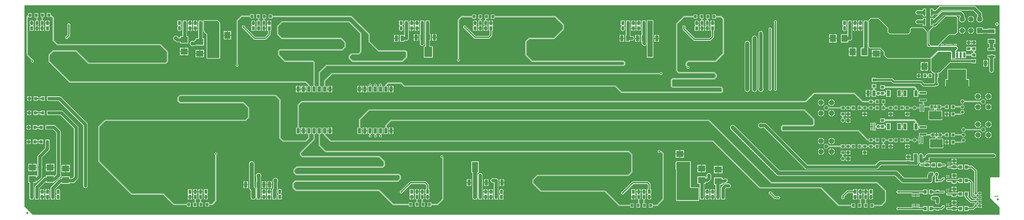
<source format=gtl>
G04*
G04 #@! TF.GenerationSoftware,Altium Limited,Altium Designer,24.2.2 (26)*
G04*
G04 Layer_Physical_Order=1*
G04 Layer_Color=255*
%FSLAX44Y44*%
%MOMM*%
G71*
G04*
G04 #@! TF.SameCoordinates,0371AF83-7A96-47FB-919C-A551BA60538E*
G04*
G04*
G04 #@! TF.FilePolarity,Positive*
G04*
G01*
G75*
%ADD12C,0.2540*%
%ADD31R,10.7950X2.6000*%
%ADD32R,1.0668X2.6000*%
%ADD33R,1.6500X2.5400*%
%ADD34R,2.1590X1.2700*%
%ADD35R,0.7112X1.5240*%
%ADD36R,0.9144X1.5240*%
%ADD37R,1.4000X1.6000*%
%ADD38R,1.6500X2.8500*%
%ADD39R,0.8000X0.6000*%
%ADD40R,0.8000X0.6000*%
%ADD41R,1.8500X5.2000*%
%ADD42R,3.2000X1.0000*%
%ADD43R,3.1500X1.9600*%
%ADD44R,1.1000X1.2200*%
%ADD45R,3.0000X3.5000*%
%ADD46R,1.8000X1.6000*%
%ADD47R,1.6000X2.7000*%
%ADD48R,0.5000X3.3000*%
%ADD49R,3.3000X0.5000*%
%ADD50R,1.2200X1.1000*%
%ADD51R,1.6000X1.8000*%
%ADD52R,1.0000X3.2000*%
%ADD53R,1.6000X1.4000*%
%ADD54R,3.5000X3.0000*%
%ADD57R,1.3970X1.6510*%
%ADD100C,1.6000*%
%ADD101C,0.1850*%
%ADD102C,2.0000*%
%ADD103C,0.7000*%
%ADD104C,1.0000*%
%ADD105R,11.0000X3.5000*%
%ADD106R,0.5080X1.6510*%
%ADD107R,6.0960X4.0640*%
%ADD108R,3.7657X4.9892*%
%ADD109R,10.5000X6.0000*%
%ADD110R,6.5000X18.5000*%
%ADD111R,2.5000X17.5000*%
%ADD112R,3.0000X5.0000*%
%ADD113C,1.6000*%
%ADD114C,1.6700*%
%ADD115R,1.6700X1.6700*%
%ADD116C,2.5400*%
%ADD117C,2.0000*%
%ADD118R,2.5400X2.5400*%
%ADD119R,1.2700X1.2700*%
%ADD120C,1.2700*%
%ADD121R,1.4224X1.9050*%
%ADD122R,1.4000X1.9050*%
%ADD123O,1.4224X2.1590*%
%ADD124C,1.0000*%
%ADD125C,0.9000*%
%ADD126C,0.7620*%
%ADD127C,5.0800*%
%ADD128C,0.7000*%
G36*
X4695870Y183871D02*
X4652119D01*
X4650869Y182621D01*
Y83871D01*
X4695870Y38871D01*
Y3130D01*
X42861D01*
X3130Y42861D01*
Y1012870D01*
X4695870D01*
Y183871D01*
D02*
G37*
%LPC*%
G36*
X4573000Y1008661D02*
X4412000D01*
X4409241Y1008298D01*
X4406669Y1007233D01*
X4404461Y1005539D01*
X4387584Y988661D01*
X4377070D01*
Y996570D01*
X4361930D01*
Y981310D01*
X4361702Y980759D01*
X4361339Y978000D01*
X4361702Y975241D01*
X4361930Y974690D01*
Y959430D01*
X4377070D01*
Y967339D01*
X4392000D01*
X4394759Y967702D01*
X4397331Y968767D01*
X4399539Y970461D01*
X4416416Y987339D01*
X4568584D01*
X4589339Y966584D01*
Y956505D01*
X4589150Y956350D01*
X4587242Y954025D01*
X4585824Y951372D01*
X4584951Y948493D01*
X4584656Y945500D01*
X4584951Y942506D01*
X4585824Y939628D01*
X4587242Y936975D01*
X4589150Y934650D01*
X4591476Y932742D01*
X4594128Y931324D01*
X4597007Y930451D01*
X4600000Y930156D01*
X4602993Y930451D01*
X4605872Y931324D01*
X4608524Y932742D01*
X4610850Y934650D01*
X4612758Y936975D01*
X4614176Y939628D01*
X4615049Y942506D01*
X4615344Y945500D01*
X4615049Y948493D01*
X4614176Y951372D01*
X4612758Y954025D01*
X4610850Y956350D01*
X4610661Y956505D01*
Y971000D01*
X4610298Y973759D01*
X4609233Y976331D01*
X4607538Y978539D01*
X4580539Y1005539D01*
X4578331Y1007233D01*
X4575759Y1008298D01*
X4573000Y1008661D01*
D02*
G37*
G36*
X4342070Y996570D02*
X4326930D01*
Y988661D01*
X4302000D01*
X4299241Y988298D01*
X4296669Y987233D01*
X4294461Y985539D01*
X4292767Y983331D01*
X4291702Y980759D01*
X4291339Y978000D01*
X4291702Y975241D01*
X4292767Y972669D01*
X4294461Y970461D01*
X4296669Y968767D01*
X4299241Y967702D01*
X4302000Y967339D01*
X4326930D01*
Y959430D01*
X4342070D01*
Y996570D01*
D02*
G37*
G36*
X39246Y974077D02*
X21646D01*
Y966583D01*
X21136Y966241D01*
X14680Y959786D01*
X14078Y958884D01*
X13866Y957821D01*
Y783000D01*
X14078Y781937D01*
X14222Y781721D01*
Y773000D01*
X14433Y771937D01*
X15035Y771035D01*
X37554Y748517D01*
X37458Y747542D01*
X36065Y745458D01*
X35577Y743000D01*
X36065Y740542D01*
X37458Y738458D01*
X39542Y737066D01*
X42000Y736577D01*
X44458Y737066D01*
X46542Y738458D01*
X47934Y740542D01*
X48423Y743000D01*
X47934Y745458D01*
X46542Y747542D01*
X44613Y748831D01*
X44567Y749063D01*
X43965Y749965D01*
X19778Y774151D01*
Y783000D01*
X19567Y784063D01*
X19423Y784279D01*
Y956670D01*
X20473Y957720D01*
X21646Y957234D01*
Y954477D01*
X39246D01*
Y974077D01*
D02*
G37*
G36*
X1107147Y969359D02*
X1089547D01*
Y962338D01*
X1048559D01*
X1047496Y962126D01*
X1046595Y961524D01*
X1025035Y939965D01*
X1024433Y939063D01*
X1024222Y938000D01*
Y729490D01*
X1023985Y729443D01*
X1021901Y728050D01*
X1020509Y725966D01*
X1020020Y723508D01*
X1020509Y721050D01*
X1021901Y718966D01*
X1023985Y717574D01*
X1026443Y717085D01*
X1028902Y717574D01*
X1030986Y718966D01*
X1032378Y721050D01*
X1032867Y723508D01*
X1032378Y725966D01*
X1030986Y728050D01*
X1029778Y728857D01*
Y936849D01*
X1049710Y956781D01*
X1089547D01*
Y949759D01*
X1107147D01*
Y969359D01*
D02*
G37*
G36*
X3240800Y967800D02*
X3223200D01*
Y960778D01*
X3177000D01*
X3175937Y960567D01*
X3175035Y959965D01*
X3140035Y924965D01*
X3139433Y924063D01*
X3139221Y923000D01*
Y698000D01*
X3139433Y696937D01*
X3140035Y696035D01*
X3150035Y686035D01*
X3150937Y685433D01*
X3152000Y685222D01*
X3320849D01*
X3329221Y676849D01*
Y669151D01*
X3320849Y660778D01*
X3122000D01*
X3120937Y660567D01*
X3120035Y659965D01*
X3115035Y654965D01*
X3114433Y654063D01*
X3114221Y653000D01*
Y623000D01*
X3114433Y621937D01*
X3115035Y621035D01*
X3120035Y616035D01*
X3120937Y615433D01*
X3122000Y615222D01*
X3355849D01*
X3359221Y611849D01*
Y599151D01*
X3355781Y595710D01*
X2878219D01*
X2848965Y624965D01*
X2848063Y625567D01*
X2847000Y625778D01*
X1833151D01*
X1818965Y639965D01*
X1818063Y640567D01*
X1817000Y640778D01*
X1752000D01*
X1750937Y640567D01*
X1750035Y639965D01*
X1740835Y630765D01*
X1740233Y629863D01*
X1740022Y628800D01*
Y622850D01*
X1732750D01*
Y593850D01*
X1752850D01*
Y622850D01*
X1745578D01*
Y627649D01*
X1753151Y635222D01*
X1815849D01*
X1830035Y621035D01*
X1830937Y620433D01*
X1832000Y620222D01*
X2845849D01*
X2875104Y590967D01*
X2876005Y590365D01*
X2877068Y590153D01*
X3356931D01*
X3357995Y590365D01*
X3358896Y590967D01*
X3363965Y596035D01*
X3364567Y596937D01*
X3364778Y598000D01*
Y613000D01*
X3364567Y614063D01*
X3363965Y614965D01*
X3358965Y619965D01*
X3358063Y620567D01*
X3357000Y620778D01*
X3123151D01*
X3119778Y624151D01*
Y651849D01*
X3123151Y655222D01*
X3322000D01*
X3323063Y655433D01*
X3323965Y656035D01*
X3333965Y666035D01*
X3334567Y666937D01*
X3334778Y668000D01*
Y678000D01*
X3334567Y679063D01*
X3333965Y679965D01*
X3323965Y689965D01*
X3323063Y690567D01*
X3322000Y690778D01*
X3153151D01*
X3144778Y699151D01*
Y921849D01*
X3178151Y955222D01*
X3223200D01*
Y948200D01*
X3240800D01*
Y967800D01*
D02*
G37*
G36*
X2175800D02*
X2158200D01*
Y960778D01*
X2107000D01*
X2105937Y960567D01*
X2105035Y959965D01*
X2090035Y944965D01*
X2089433Y944063D01*
X2089222Y943000D01*
Y753720D01*
X2087458Y752542D01*
X2086066Y750458D01*
X2085577Y748000D01*
X2086066Y745542D01*
X2087458Y743458D01*
X2089542Y742066D01*
X2092000Y741577D01*
X2094458Y742066D01*
X2096542Y743458D01*
X2097935Y745542D01*
X2098423Y748000D01*
X2097935Y750458D01*
X2096542Y752542D01*
X2094778Y753720D01*
Y941849D01*
X2108151Y955222D01*
X2158200D01*
Y948200D01*
X2175800D01*
Y967800D01*
D02*
G37*
G36*
X4560001Y960647D02*
Y947500D01*
X4573147D01*
X4573049Y948493D01*
X4572176Y951372D01*
X4570758Y954025D01*
X4568850Y956350D01*
X4566525Y958258D01*
X4563872Y959676D01*
X4560993Y960549D01*
X4560001Y960647D01*
D02*
G37*
G36*
X4556001Y960647D02*
X4555007Y960549D01*
X4552128Y959676D01*
X4549475Y958258D01*
X4547150Y956350D01*
X4545242Y954025D01*
X4543824Y951372D01*
X4542951Y948493D01*
X4542853Y947500D01*
X4556001D01*
Y960647D01*
D02*
G37*
G36*
X4573147Y943500D02*
X4560001D01*
Y930353D01*
X4560993Y930451D01*
X4563872Y931324D01*
X4566525Y932742D01*
X4568850Y934650D01*
X4570758Y936975D01*
X4572176Y939628D01*
X4573049Y942506D01*
X4573147Y943500D01*
D02*
G37*
G36*
X4556001D02*
X4542853D01*
X4542951Y942506D01*
X4543824Y939628D01*
X4545242Y936975D01*
X4547150Y934650D01*
X4549475Y932742D01*
X4552128Y931324D01*
X4555007Y930451D01*
X4556001Y930353D01*
Y943500D01*
D02*
G37*
G36*
X4507000Y983661D02*
X4422000D01*
X4419241Y983298D01*
X4416669Y982233D01*
X4414461Y980539D01*
X4378340Y944417D01*
X4377070Y944943D01*
Y951570D01*
X4361930D01*
Y936310D01*
X4361702Y935759D01*
X4361339Y933000D01*
X4361702Y930241D01*
X4361930Y929690D01*
Y914430D01*
X4377070D01*
Y922339D01*
X4382000D01*
X4384759Y922702D01*
X4387331Y923767D01*
X4389539Y925461D01*
X4426416Y962339D01*
X4502584D01*
X4505339Y959584D01*
Y956505D01*
X4505150Y956350D01*
X4503242Y954025D01*
X4501824Y951372D01*
X4500951Y948493D01*
X4500656Y945500D01*
X4500951Y942506D01*
X4501824Y939628D01*
X4503242Y936975D01*
X4505150Y934650D01*
X4507475Y932742D01*
X4510128Y931324D01*
X4513007Y930451D01*
X4516000Y930156D01*
X4518994Y930451D01*
X4521872Y931324D01*
X4524525Y932742D01*
X4526850Y934650D01*
X4528758Y936975D01*
X4530176Y939628D01*
X4531049Y942506D01*
X4531344Y945500D01*
X4531049Y948493D01*
X4530176Y951372D01*
X4528758Y954025D01*
X4526850Y956350D01*
X4526661Y956505D01*
Y964000D01*
X4526298Y966759D01*
X4525233Y969331D01*
X4523539Y971539D01*
X4514539Y980539D01*
X4512331Y982233D01*
X4509759Y983298D01*
X4507000Y983661D01*
D02*
G37*
G36*
X4035582Y939195D02*
X4027900D01*
Y929100D01*
X4035582D01*
Y939195D01*
D02*
G37*
G36*
X2257582D02*
X2249900D01*
Y929100D01*
X2257582D01*
Y939195D01*
D02*
G37*
G36*
X1190782D02*
X1183100D01*
Y929100D01*
X1190782D01*
Y939195D01*
D02*
G37*
G36*
X809782D02*
X802100D01*
Y929100D01*
X809782D01*
Y939195D01*
D02*
G37*
G36*
X123982D02*
X116300D01*
Y929100D01*
X123982D01*
Y939195D01*
D02*
G37*
G36*
X4010182D02*
X4002500D01*
Y929100D01*
X4010182D01*
Y939195D01*
D02*
G37*
G36*
X3324382D02*
X3316700D01*
Y929100D01*
X3324382D01*
Y939195D01*
D02*
G37*
G36*
X2968782D02*
X2961100D01*
Y929100D01*
X2968782D01*
Y939195D01*
D02*
G37*
G36*
X2943382D02*
X2935700D01*
Y929100D01*
X2943382D01*
Y939195D01*
D02*
G37*
G36*
X2173700Y940285D02*
Y929100D01*
X2181465D01*
Y930783D01*
X2181133Y933310D01*
X2180157Y935666D01*
X2178605Y937688D01*
X2176583Y939240D01*
X2174227Y940216D01*
X2173700Y940285D01*
D02*
G37*
G36*
X1901982Y939195D02*
X1894300D01*
Y929100D01*
X1901982D01*
Y939195D01*
D02*
G37*
G36*
X1876582D02*
X1868900D01*
Y929100D01*
X1876582D01*
Y939195D01*
D02*
G37*
G36*
X1106900Y940285D02*
Y929100D01*
X1114666D01*
Y930783D01*
X1114333Y933310D01*
X1113357Y935666D01*
X1111805Y937688D01*
X1109783Y939240D01*
X1107428Y940216D01*
X1106900Y940285D01*
D02*
G37*
G36*
X835182Y939195D02*
X827500D01*
Y929100D01*
X835182D01*
Y939195D01*
D02*
G37*
G36*
X40100Y940285D02*
Y929100D01*
X47866D01*
Y930783D01*
X47533Y933310D01*
X46557Y935666D01*
X45005Y937688D01*
X42983Y939240D01*
X40627Y940216D01*
X40100Y940285D01*
D02*
G37*
G36*
X3240500D02*
Y929100D01*
X3248265D01*
Y930783D01*
X3247933Y933310D01*
X3246957Y935666D01*
X3245405Y937688D01*
X3243383Y939240D01*
X3241028Y940216D01*
X3240500Y940285D01*
D02*
G37*
G36*
X2245900Y939195D02*
X2238218D01*
Y929100D01*
X2245900D01*
Y939195D01*
D02*
G37*
G36*
X1179100D02*
X1171418D01*
Y929100D01*
X1179100D01*
Y939195D01*
D02*
G37*
G36*
X798100D02*
X790418D01*
Y929100D01*
X798100D01*
Y939195D01*
D02*
G37*
G36*
X4023900D02*
X4016218D01*
Y929100D01*
X4023900D01*
Y939195D01*
D02*
G37*
G36*
X3998500D02*
X3990818D01*
Y929100D01*
X3998500D01*
Y939195D01*
D02*
G37*
G36*
X2957100D02*
X2949418D01*
Y929100D01*
X2957100D01*
Y939195D01*
D02*
G37*
G36*
X112300D02*
X104618D01*
Y929100D01*
X112300D01*
Y939195D01*
D02*
G37*
G36*
X3312700D02*
X3305018D01*
Y929100D01*
X3312700D01*
Y939195D01*
D02*
G37*
G36*
X2931700D02*
X2924018D01*
Y929100D01*
X2931700D01*
Y939195D01*
D02*
G37*
G36*
X1890300D02*
X1882618D01*
Y929100D01*
X1890300D01*
Y939195D01*
D02*
G37*
G36*
X1864900D02*
X1857218D01*
Y929100D01*
X1864900D01*
Y939195D01*
D02*
G37*
G36*
X823500D02*
X815818D01*
Y929100D01*
X823500D01*
Y939195D01*
D02*
G37*
G36*
X2169700Y940285D02*
X2169173Y940216D01*
X2166817Y939240D01*
X2164795Y937688D01*
X2163243Y935666D01*
X2162267Y933310D01*
X2161935Y930783D01*
Y929100D01*
X2169700D01*
Y940285D01*
D02*
G37*
G36*
X1102900D02*
X1102373Y940216D01*
X1100017Y939240D01*
X1097995Y937688D01*
X1096443Y935666D01*
X1095467Y933310D01*
X1095135Y930783D01*
Y929100D01*
X1102900D01*
Y940285D01*
D02*
G37*
G36*
X36100D02*
X35573Y940216D01*
X33217Y939240D01*
X31195Y937688D01*
X29643Y935666D01*
X28667Y933310D01*
X28335Y930783D01*
Y929100D01*
X36100D01*
Y940285D01*
D02*
G37*
G36*
X3236500D02*
X3235973Y940216D01*
X3233617Y939240D01*
X3231595Y937688D01*
X3230043Y935666D01*
X3229067Y933310D01*
X3228734Y930783D01*
Y929100D01*
X3236500D01*
Y940285D01*
D02*
G37*
G36*
X3300800Y967800D02*
X3283200D01*
Y948200D01*
X3286522D01*
Y938425D01*
X3280388D01*
Y915775D01*
X3298212D01*
Y938425D01*
X3292079D01*
Y948200D01*
X3300800D01*
Y967800D01*
D02*
G37*
G36*
X3270800D02*
X3253200D01*
Y948200D01*
X3261122D01*
Y938425D01*
X3254988D01*
Y915775D01*
X3272812D01*
Y938425D01*
X3266678D01*
Y948200D01*
X3270800D01*
Y967800D01*
D02*
G37*
G36*
X2235800D02*
X2218200D01*
Y948200D01*
X2219722D01*
Y938425D01*
X2213588D01*
Y915775D01*
X2231412D01*
Y938425D01*
X2225278D01*
Y948200D01*
X2235800D01*
Y967800D01*
D02*
G37*
G36*
X2205800D02*
X2188200D01*
Y948200D01*
X2194322D01*
Y938425D01*
X2188188D01*
Y915775D01*
X2206012D01*
Y938425D01*
X2199878D01*
Y948200D01*
X2205800D01*
Y967800D01*
D02*
G37*
G36*
X1166240Y968614D02*
X1148640D01*
Y949014D01*
X1152922D01*
Y938425D01*
X1146788D01*
Y915775D01*
X1164612D01*
Y938425D01*
X1158478D01*
Y949014D01*
X1166240D01*
Y968614D01*
D02*
G37*
G36*
X1137147Y969359D02*
X1119547D01*
Y949759D01*
X1127522D01*
Y938425D01*
X1121388D01*
Y915775D01*
X1139212D01*
Y938425D01*
X1133078D01*
Y949759D01*
X1137147D01*
Y969359D01*
D02*
G37*
G36*
X98836Y975070D02*
X81236D01*
Y955470D01*
X86122D01*
Y938425D01*
X79988D01*
Y915775D01*
X97812D01*
Y938425D01*
X91678D01*
Y955470D01*
X98836D01*
Y975070D01*
D02*
G37*
G36*
X69246Y974077D02*
X51646D01*
Y954477D01*
X60722D01*
Y938425D01*
X54588D01*
Y915775D01*
X72412D01*
Y938425D01*
X66278D01*
Y954477D01*
X69246D01*
Y974077D01*
D02*
G37*
G36*
X4342070Y951570D02*
X4326930D01*
Y943661D01*
X4302000D01*
X4299241Y943298D01*
X4296669Y942233D01*
X4294461Y940539D01*
X4292767Y938331D01*
X4291702Y935759D01*
X4291339Y933000D01*
X4291702Y930241D01*
X4292767Y927669D01*
X4294461Y925461D01*
X4296669Y923767D01*
X4299241Y922702D01*
X4302000Y922339D01*
X4326930D01*
Y914430D01*
X4342070D01*
Y951570D01*
D02*
G37*
G36*
X4683250Y929385D02*
X4681274Y929125D01*
X4679432Y928362D01*
X4677851Y927149D01*
X4676638Y925568D01*
X4675875Y923726D01*
X4675615Y921750D01*
X4675875Y919774D01*
X4676638Y917932D01*
X4677851Y916351D01*
X4679432Y915138D01*
X4681274Y914375D01*
X4683250Y914115D01*
X4685226Y914375D01*
X4687068Y915138D01*
X4688649Y916351D01*
X4689862Y917932D01*
X4690625Y919774D01*
X4690885Y921750D01*
X4690625Y923726D01*
X4689862Y925568D01*
X4688649Y927149D01*
X4687068Y928362D01*
X4685226Y929125D01*
X4683250Y929385D01*
D02*
G37*
G36*
X3273582Y913795D02*
X3265900D01*
Y903700D01*
X3273582D01*
Y913795D01*
D02*
G37*
G36*
X2206782D02*
X2199100D01*
Y903700D01*
X2206782D01*
Y913795D01*
D02*
G37*
G36*
X1139982D02*
X1132300D01*
Y903700D01*
X1139982D01*
Y913795D01*
D02*
G37*
G36*
X98582D02*
X90900D01*
Y903700D01*
X98582D01*
Y913795D01*
D02*
G37*
G36*
X73070D02*
X65500D01*
Y903700D01*
X73070D01*
Y913795D01*
D02*
G37*
G36*
X3298982D02*
X3291300D01*
Y903700D01*
X3298982D01*
Y913795D01*
D02*
G37*
G36*
X2232182D02*
X2224500D01*
Y903700D01*
X2232182D01*
Y913795D01*
D02*
G37*
G36*
X1165382D02*
X1157700D01*
Y903700D01*
X1165382D01*
Y913795D01*
D02*
G37*
G36*
X61500D02*
X53930D01*
Y903700D01*
X61500D01*
Y913795D01*
D02*
G37*
G36*
X809782Y925100D02*
X800100D01*
X790418D01*
Y915065D01*
X790418Y915005D01*
Y913795D01*
X790418Y913735D01*
Y903700D01*
X800100D01*
X809782D01*
Y913735D01*
X809782Y913795D01*
Y915005D01*
X809782Y915065D01*
Y925100D01*
D02*
G37*
G36*
X4035582D02*
X4025900D01*
X4016218D01*
Y915065D01*
X4016218Y915005D01*
Y913795D01*
X4016218Y913735D01*
Y903700D01*
X4025900D01*
X4035582D01*
Y913735D01*
X4035582Y913795D01*
Y915005D01*
X4035582Y915065D01*
Y925100D01*
D02*
G37*
G36*
X4010182D02*
X4000500D01*
X3990818D01*
Y915065D01*
X3990818Y915005D01*
Y913795D01*
X3990818Y913735D01*
Y903700D01*
X4000500D01*
X4010182D01*
Y913735D01*
X4010182Y913795D01*
Y915005D01*
X4010182Y915065D01*
Y925100D01*
D02*
G37*
G36*
X3261900Y913795D02*
X3254218D01*
Y903700D01*
X3261900D01*
Y913795D01*
D02*
G37*
G36*
X2968782Y925100D02*
X2959100D01*
X2949418D01*
Y915065D01*
X2949418Y915005D01*
Y913795D01*
X2949418Y913735D01*
Y903700D01*
X2959100D01*
X2968782D01*
Y913735D01*
X2968782Y913795D01*
Y915005D01*
X2968782Y915065D01*
Y925100D01*
D02*
G37*
G36*
X2195100Y913795D02*
X2187418D01*
Y903700D01*
X2195100D01*
Y913795D01*
D02*
G37*
G36*
X1128300D02*
X1120618D01*
Y903700D01*
X1128300D01*
Y913795D01*
D02*
G37*
G36*
X86900D02*
X79218D01*
Y903700D01*
X86900D01*
Y913795D01*
D02*
G37*
G36*
X3287300D02*
X3279618D01*
Y903700D01*
X3287300D01*
Y913795D01*
D02*
G37*
G36*
X2943382Y925100D02*
X2933700D01*
X2924018D01*
Y915065D01*
X2924018Y915005D01*
Y913795D01*
X2924018Y913735D01*
Y903700D01*
X2933700D01*
X2943382D01*
Y913735D01*
X2943382Y913795D01*
Y915005D01*
X2943382Y915065D01*
Y925100D01*
D02*
G37*
G36*
X1901982D02*
X1892300D01*
X1882618D01*
Y915065D01*
X1882618Y915005D01*
Y913795D01*
X1882618Y913735D01*
Y903700D01*
X1892300D01*
X1901982D01*
Y913735D01*
X1901982Y913795D01*
Y915005D01*
X1901982Y915065D01*
Y925100D01*
D02*
G37*
G36*
X1876582D02*
X1866900D01*
X1857218D01*
Y915065D01*
X1857218Y915005D01*
Y913795D01*
X1857218Y913735D01*
Y903700D01*
X1866900D01*
X1876582D01*
Y913735D01*
X1876582Y913795D01*
Y915005D01*
X1876582Y915065D01*
Y925100D01*
D02*
G37*
G36*
X835182D02*
X825500D01*
X815818D01*
Y915065D01*
X815818Y915005D01*
Y913795D01*
X815818Y913735D01*
Y903700D01*
X825500D01*
X835182D01*
Y913735D01*
X835182Y913795D01*
Y915005D01*
X835182Y915065D01*
Y925100D01*
D02*
G37*
G36*
X2220500Y913795D02*
X2212818D01*
Y903700D01*
X2220500D01*
Y913795D01*
D02*
G37*
G36*
X1153700D02*
X1146018D01*
Y903700D01*
X1153700D01*
Y913795D01*
D02*
G37*
G36*
X4560001Y905647D02*
Y892500D01*
X4573147D01*
X4573049Y893493D01*
X4572176Y896372D01*
X4570758Y899025D01*
X4568850Y901350D01*
X4566525Y903258D01*
X4563872Y904676D01*
X4560993Y905549D01*
X4560001Y905647D01*
D02*
G37*
G36*
X4517999Y905647D02*
Y892500D01*
X4531147D01*
X4531049Y893493D01*
X4530176Y896372D01*
X4528758Y899025D01*
X4526850Y901350D01*
X4524525Y903258D01*
X4521872Y904676D01*
X4518994Y905549D01*
X4517999Y905647D01*
D02*
G37*
G36*
X4513999Y905647D02*
X4513007Y905549D01*
X4510128Y904676D01*
X4507475Y903258D01*
X4505150Y901350D01*
X4503242Y899025D01*
X4501824Y896372D01*
X4500951Y893493D01*
X4500853Y892500D01*
X4513999D01*
Y905647D01*
D02*
G37*
G36*
X4556001Y905647D02*
X4555007Y905549D01*
X4552128Y904676D01*
X4549475Y903258D01*
X4547150Y901350D01*
X4545242Y899025D01*
X4543824Y896372D01*
X4542951Y893493D01*
X4542853Y892500D01*
X4556001D01*
Y905647D01*
D02*
G37*
G36*
X4035582Y899700D02*
X4027900D01*
Y889605D01*
X4035582D01*
Y899700D01*
D02*
G37*
G36*
X4023900D02*
X4016218D01*
Y889605D01*
X4023900D01*
Y899700D01*
D02*
G37*
G36*
X4010182D02*
X4002500D01*
Y889605D01*
X4010182D01*
Y899700D01*
D02*
G37*
G36*
X3998500D02*
X3990818D01*
Y889605D01*
X3998500D01*
Y899700D01*
D02*
G37*
G36*
X3298982D02*
X3291300D01*
Y889605D01*
X3298982D01*
Y899700D01*
D02*
G37*
G36*
X3287300D02*
X3279618D01*
Y889605D01*
X3287300D01*
Y899700D01*
D02*
G37*
G36*
X3273582D02*
X3265900D01*
Y889605D01*
X3273582D01*
Y899700D01*
D02*
G37*
G36*
X3261900D02*
X3254218D01*
Y889605D01*
X3261900D01*
Y899700D01*
D02*
G37*
G36*
X3248265Y925100D02*
X3238500D01*
X3228734D01*
Y923417D01*
X3229067Y920890D01*
X3230043Y918534D01*
X3231595Y916512D01*
X3233480Y915065D01*
X3233462Y914594D01*
X3233123Y913795D01*
X3228818D01*
Y889605D01*
X3248182D01*
Y913795D01*
X3243877D01*
X3243538Y914594D01*
X3243520Y915065D01*
X3245405Y916512D01*
X3246957Y918534D01*
X3247933Y920890D01*
X3248265Y923417D01*
Y925100D01*
D02*
G37*
G36*
X2968782Y899700D02*
X2961100D01*
Y889605D01*
X2968782D01*
Y899700D01*
D02*
G37*
G36*
X2957100D02*
X2949418D01*
Y889605D01*
X2957100D01*
Y899700D01*
D02*
G37*
G36*
X2943382D02*
X2935700D01*
Y889605D01*
X2943382D01*
Y899700D01*
D02*
G37*
G36*
X2931700D02*
X2924018D01*
Y889605D01*
X2931700D01*
Y899700D01*
D02*
G37*
G36*
X2232182D02*
X2224500D01*
Y889605D01*
X2232182D01*
Y899700D01*
D02*
G37*
G36*
X2220500D02*
X2212818D01*
Y889605D01*
X2220500D01*
Y899700D01*
D02*
G37*
G36*
X2206782D02*
X2199100D01*
Y889605D01*
X2206782D01*
Y899700D01*
D02*
G37*
G36*
X2195100D02*
X2187418D01*
Y889605D01*
X2195100D01*
Y899700D01*
D02*
G37*
G36*
X2181465Y925100D02*
X2171700D01*
X2161935D01*
Y923417D01*
X2162267Y920890D01*
X2163243Y918534D01*
X2164795Y916512D01*
X2166680Y915065D01*
X2166662Y914594D01*
X2166323Y913795D01*
X2162018D01*
Y889605D01*
X2181382D01*
Y913795D01*
X2177077D01*
X2176738Y914594D01*
X2176720Y915065D01*
X2178605Y916512D01*
X2180157Y918534D01*
X2181133Y920890D01*
X2181465Y923417D01*
Y925100D01*
D02*
G37*
G36*
X1901982Y899700D02*
X1894300D01*
Y889605D01*
X1901982D01*
Y899700D01*
D02*
G37*
G36*
X1890300D02*
X1882618D01*
Y889605D01*
X1890300D01*
Y899700D01*
D02*
G37*
G36*
X1876582D02*
X1868900D01*
Y889605D01*
X1876582D01*
Y899700D01*
D02*
G37*
G36*
X1864900D02*
X1857218D01*
Y889605D01*
X1864900D01*
Y899700D01*
D02*
G37*
G36*
X1165382D02*
X1157700D01*
Y889605D01*
X1165382D01*
Y899700D01*
D02*
G37*
G36*
X1153700D02*
X1146018D01*
Y889605D01*
X1153700D01*
Y899700D01*
D02*
G37*
G36*
X1139982D02*
X1132300D01*
Y889605D01*
X1139982D01*
Y899700D01*
D02*
G37*
G36*
X1128300D02*
X1120618D01*
Y889605D01*
X1128300D01*
Y899700D01*
D02*
G37*
G36*
X1114666Y925100D02*
X1104900D01*
X1095135D01*
Y923417D01*
X1095467Y920890D01*
X1096443Y918534D01*
X1097995Y916512D01*
X1099880Y915065D01*
X1099862Y914594D01*
X1099523Y913795D01*
X1095218D01*
Y889605D01*
X1114582D01*
Y913795D01*
X1110277D01*
X1109938Y914594D01*
X1109920Y915065D01*
X1111805Y916512D01*
X1113357Y918534D01*
X1114333Y920890D01*
X1114666Y923417D01*
Y925100D01*
D02*
G37*
G36*
X835182Y899700D02*
X827500D01*
Y889605D01*
X835182D01*
Y899700D01*
D02*
G37*
G36*
X823500D02*
X815818D01*
Y889605D01*
X823500D01*
Y899700D01*
D02*
G37*
G36*
X809782D02*
X802100D01*
Y889605D01*
X809782D01*
Y899700D01*
D02*
G37*
G36*
X798100D02*
X790418D01*
Y889605D01*
X798100D01*
Y899700D01*
D02*
G37*
G36*
X123982Y925100D02*
X114300D01*
X104618D01*
Y915065D01*
X104618Y915005D01*
Y913795D01*
X104618Y913735D01*
Y889605D01*
X123982D01*
Y913735D01*
X123982Y913795D01*
Y915005D01*
X123982Y915065D01*
Y925100D01*
D02*
G37*
G36*
X98582Y899700D02*
X90900D01*
Y889605D01*
X98582D01*
Y899700D01*
D02*
G37*
G36*
X86900D02*
X79218D01*
Y889605D01*
X86900D01*
Y899700D01*
D02*
G37*
G36*
X73070D02*
X65500D01*
Y889605D01*
X73070D01*
Y899700D01*
D02*
G37*
G36*
X61500D02*
X53930D01*
Y889605D01*
X61500D01*
Y899700D01*
D02*
G37*
G36*
X47866Y925100D02*
X38100D01*
X28335D01*
Y923417D01*
X28667Y920890D01*
X29643Y918534D01*
X31195Y916512D01*
X33080Y915065D01*
X33062Y914594D01*
X32723Y913795D01*
X28530D01*
Y889605D01*
X47670D01*
Y913795D01*
X43477D01*
X43138Y914594D01*
X43120Y915065D01*
X45005Y916512D01*
X46557Y918534D01*
X47533Y920890D01*
X47866Y923417D01*
Y925100D01*
D02*
G37*
G36*
X3959382Y939195D02*
X3940018D01*
Y915005D01*
X3944323D01*
X3944662Y914206D01*
X3944680Y913735D01*
X3942795Y912288D01*
X3941243Y910266D01*
X3940267Y907911D01*
X3939934Y905383D01*
Y898017D01*
X3940267Y895490D01*
X3941243Y893134D01*
X3942795Y891112D01*
X3944817Y889560D01*
X3947173Y888584D01*
X3949700Y888251D01*
X3952227Y888584D01*
X3954583Y889560D01*
X3956605Y891112D01*
X3958157Y893134D01*
X3959133Y895490D01*
X3959466Y898017D01*
Y905383D01*
X3959133Y907911D01*
X3958157Y910266D01*
X3956605Y912288D01*
X3954720Y913735D01*
X3954738Y914206D01*
X3955077Y915005D01*
X3959382D01*
Y939195D01*
D02*
G37*
G36*
X2892582D02*
X2873218D01*
Y915005D01*
X2877523D01*
X2877862Y914206D01*
X2877880Y913735D01*
X2875995Y912288D01*
X2874443Y910266D01*
X2873467Y907911D01*
X2873134Y905383D01*
Y898017D01*
X2873467Y895490D01*
X2874443Y893134D01*
X2875995Y891112D01*
X2878017Y889560D01*
X2880373Y888584D01*
X2882900Y888251D01*
X2885428Y888584D01*
X2887783Y889560D01*
X2889805Y891112D01*
X2891357Y893134D01*
X2892333Y895490D01*
X2892665Y898017D01*
Y905383D01*
X2892333Y907911D01*
X2891357Y910266D01*
X2889805Y912288D01*
X2887920Y913735D01*
X2887938Y914206D01*
X2888277Y915005D01*
X2892582D01*
Y939195D01*
D02*
G37*
G36*
X1825782D02*
X1806418D01*
Y915005D01*
X1810723D01*
X1811062Y914206D01*
X1811080Y913735D01*
X1809195Y912288D01*
X1807643Y910266D01*
X1806667Y907911D01*
X1806335Y905383D01*
Y898017D01*
X1806667Y895490D01*
X1807643Y893134D01*
X1809195Y891112D01*
X1811217Y889560D01*
X1813573Y888584D01*
X1816100Y888251D01*
X1818627Y888584D01*
X1820983Y889560D01*
X1823005Y891112D01*
X1824557Y893134D01*
X1825533Y895490D01*
X1825865Y898017D01*
Y905383D01*
X1825533Y907911D01*
X1824557Y910266D01*
X1823005Y912288D01*
X1821120Y913735D01*
X1821138Y914206D01*
X1821477Y915005D01*
X1825782D01*
Y939195D01*
D02*
G37*
G36*
X758982D02*
X739618D01*
Y915005D01*
X743923D01*
X744262Y914206D01*
X744280Y913735D01*
X742395Y912288D01*
X740843Y910266D01*
X739867Y907911D01*
X739535Y905383D01*
Y898017D01*
X739867Y895490D01*
X740843Y893134D01*
X742395Y891112D01*
X744417Y889560D01*
X746773Y888584D01*
X749300Y888251D01*
X751827Y888584D01*
X754183Y889560D01*
X756205Y891112D01*
X757757Y893134D01*
X758733Y895490D01*
X759065Y898017D01*
Y905383D01*
X758733Y907911D01*
X757757Y910266D01*
X756205Y912288D01*
X754320Y913735D01*
X754338Y914206D01*
X754677Y915005D01*
X758982D01*
Y939195D01*
D02*
G37*
G36*
X4573147Y888500D02*
X4560001D01*
Y875353D01*
X4560993Y875451D01*
X4563872Y876324D01*
X4566525Y877742D01*
X4568850Y879650D01*
X4570758Y881975D01*
X4572176Y884628D01*
X4573049Y887507D01*
X4573147Y888500D01*
D02*
G37*
G36*
X4513999D02*
X4500853D01*
X4500951Y887507D01*
X4501824Y884628D01*
X4503242Y881975D01*
X4505150Y879650D01*
X4507475Y877742D01*
X4510128Y876324D01*
X4513007Y875451D01*
X4513999Y875353D01*
Y888500D01*
D02*
G37*
G36*
X4531147D02*
X4517999D01*
Y875353D01*
X4518994Y875451D01*
X4521872Y876324D01*
X4524525Y877742D01*
X4526850Y879650D01*
X4528758Y881975D01*
X4530176Y884628D01*
X4531049Y887507D01*
X4531147Y888500D01*
D02*
G37*
G36*
X4556001D02*
X4542853D01*
X4542951Y887507D01*
X4543824Y884628D01*
X4545242Y881975D01*
X4547150Y879650D01*
X4549475Y877742D01*
X4552128Y876324D01*
X4555007Y875451D01*
X4556001Y875353D01*
Y888500D01*
D02*
G37*
G36*
X4615270Y905770D02*
X4584730D01*
Y875230D01*
X4615270D01*
Y876839D01*
X4638680D01*
Y875130D01*
X4675320D01*
Y899870D01*
X4638680D01*
Y898161D01*
X4615270D01*
Y905770D01*
D02*
G37*
G36*
X997627Y888070D02*
X982057D01*
Y870000D01*
X997627D01*
Y888070D01*
D02*
G37*
G36*
X978057D02*
X962487D01*
Y870000D01*
X978057D01*
Y888070D01*
D02*
G37*
G36*
X2257582Y925100D02*
X2247900D01*
X2238218D01*
Y915065D01*
X2238218Y915005D01*
Y913795D01*
X2238218Y913735D01*
Y889605D01*
X2241711D01*
Y871463D01*
X2234436Y864189D01*
X2174563D01*
X2128875Y909878D01*
X2128176Y911565D01*
X2127042Y913042D01*
X2125565Y914176D01*
X2123846Y914888D01*
X2122000Y915131D01*
X2120154Y914888D01*
X2118434Y914176D01*
X2116958Y913042D01*
X2115824Y911565D01*
X2115112Y909846D01*
X2114869Y908000D01*
X2115112Y906154D01*
X2115824Y904435D01*
X2116958Y902958D01*
X2118434Y901824D01*
X2120122Y901125D01*
X2167624Y853624D01*
X2169632Y852282D01*
X2172000Y851811D01*
X2237000D01*
X2239368Y852282D01*
X2241376Y853624D01*
X2252276Y864524D01*
X2253618Y866532D01*
X2254089Y868900D01*
Y889605D01*
X2257582D01*
Y913735D01*
X2257582Y913795D01*
Y915005D01*
X2257582Y915065D01*
Y925100D01*
D02*
G37*
G36*
X1986570Y874070D02*
X1978000D01*
Y860000D01*
X1986570D01*
Y874070D01*
D02*
G37*
G36*
X1898570D02*
X1890000D01*
Y860000D01*
X1898570D01*
Y874070D01*
D02*
G37*
G36*
X1886001D02*
X1877430D01*
Y860000D01*
X1886001D01*
Y874070D01*
D02*
G37*
G36*
X1973999D02*
X1965430D01*
Y860000D01*
X1973999D01*
Y874070D01*
D02*
G37*
G36*
X1190782Y925100D02*
X1181100D01*
X1171418D01*
Y915065D01*
X1171418Y915005D01*
Y913795D01*
X1171418Y913735D01*
Y889605D01*
X1174911D01*
Y874663D01*
X1159436Y859189D01*
X1114564D01*
X1063875Y909878D01*
X1063176Y911565D01*
X1062042Y913042D01*
X1060565Y914176D01*
X1058846Y914888D01*
X1057000Y915131D01*
X1055154Y914888D01*
X1053435Y914176D01*
X1051958Y913042D01*
X1050824Y911565D01*
X1050112Y909846D01*
X1049869Y908000D01*
X1050112Y906154D01*
X1050824Y904435D01*
X1051958Y902958D01*
X1053435Y901824D01*
X1055122Y901125D01*
X1107624Y848624D01*
X1109632Y847282D01*
X1112000Y846811D01*
X1162000D01*
X1164368Y847282D01*
X1166376Y848624D01*
X1185476Y867724D01*
X1186818Y869732D01*
X1187289Y872100D01*
Y889605D01*
X1190782D01*
Y913735D01*
X1190782Y913795D01*
Y915005D01*
X1190782Y915065D01*
Y925100D01*
D02*
G37*
G36*
X784382Y939195D02*
X765018D01*
Y931346D01*
X764402Y929859D01*
X764039Y927100D01*
Y901700D01*
Y863627D01*
X751930D01*
Y856718D01*
X744066D01*
X742980Y859339D01*
X740965Y861965D01*
X738339Y863980D01*
X735281Y865247D01*
X732000Y865678D01*
X728719Y865247D01*
X725661Y863980D01*
X723035Y861965D01*
X721020Y859339D01*
X719754Y856281D01*
X719322Y853000D01*
X719754Y849719D01*
X721020Y846661D01*
X723035Y844035D01*
X725661Y842020D01*
X728719Y840753D01*
X729238Y840685D01*
X731405Y838518D01*
X733613Y836824D01*
X736184Y835759D01*
X738943Y835395D01*
X751930D01*
Y828487D01*
X792070D01*
Y863627D01*
X785361D01*
Y901700D01*
Y927100D01*
X784998Y929859D01*
X784382Y931346D01*
Y939195D01*
D02*
G37*
G36*
X2888570Y869070D02*
X2879999D01*
Y855000D01*
X2888570D01*
Y869070D01*
D02*
G37*
G36*
X2875999D02*
X2867430D01*
Y855000D01*
X2875999D01*
Y869070D01*
D02*
G37*
G36*
X3056570D02*
X3048000D01*
Y855000D01*
X3056570D01*
Y869070D01*
D02*
G37*
G36*
X3044000D02*
X3035430D01*
Y855000D01*
X3044000D01*
Y869070D01*
D02*
G37*
G36*
X3911513Y873070D02*
X3895943D01*
Y855000D01*
X3911513D01*
Y873070D01*
D02*
G37*
G36*
X3891943D02*
X3876373D01*
Y855000D01*
X3891943D01*
Y873070D01*
D02*
G37*
G36*
X2963570Y869070D02*
X2955000D01*
Y855000D01*
X2963570D01*
Y869070D01*
D02*
G37*
G36*
X2951000D02*
X2942430D01*
Y855000D01*
X2951000D01*
Y869070D01*
D02*
G37*
G36*
X1803570D02*
X1795000D01*
Y855000D01*
X1803570D01*
Y869070D01*
D02*
G37*
G36*
X1791000D02*
X1782430D01*
Y855000D01*
X1791000D01*
Y869070D01*
D02*
G37*
G36*
X3324382Y925100D02*
X3314700D01*
X3305018D01*
Y915065D01*
X3305018Y915005D01*
Y913795D01*
X3305018Y913735D01*
Y889605D01*
X3308511D01*
Y863263D01*
X3299437Y854189D01*
X3229564D01*
X3183189Y900564D01*
Y904467D01*
X3183888Y906154D01*
X3184131Y908000D01*
X3183888Y909846D01*
X3183176Y911565D01*
X3182043Y913042D01*
X3180565Y914176D01*
X3178846Y914888D01*
X3177000Y915131D01*
X3175154Y914888D01*
X3173434Y914176D01*
X3171958Y913042D01*
X3170824Y911565D01*
X3170112Y909846D01*
X3169869Y908000D01*
X3170112Y906154D01*
X3170811Y904467D01*
Y898000D01*
X3171282Y895632D01*
X3172624Y893624D01*
X3222624Y843624D01*
X3224632Y842282D01*
X3227000Y841811D01*
X3302000D01*
X3304368Y842282D01*
X3306376Y843624D01*
X3319076Y856324D01*
X3320418Y858332D01*
X3320889Y860700D01*
Y889605D01*
X3324382D01*
Y913735D01*
X3324382Y913795D01*
Y915005D01*
X3324382Y915065D01*
Y925100D01*
D02*
G37*
G36*
X217000Y925131D02*
X215154Y924888D01*
X213435Y924176D01*
X211958Y923042D01*
X210824Y921565D01*
X210112Y919846D01*
X209869Y918000D01*
X210112Y916154D01*
X210811Y914467D01*
Y870564D01*
X205122Y864875D01*
X203435Y864176D01*
X201958Y863042D01*
X200824Y861565D01*
X200112Y859846D01*
X199869Y858000D01*
X200112Y856154D01*
X200824Y854435D01*
X201958Y852958D01*
X203435Y851824D01*
X205154Y851112D01*
X207000Y850869D01*
X208846Y851112D01*
X210565Y851824D01*
X212042Y852958D01*
X213176Y854435D01*
X213875Y856122D01*
X221376Y863624D01*
X222718Y865632D01*
X223189Y868000D01*
Y914467D01*
X223888Y916154D01*
X224131Y918000D01*
X223888Y919846D01*
X223176Y921565D01*
X222042Y923042D01*
X220565Y924176D01*
X218846Y924888D01*
X217000Y925131D01*
D02*
G37*
G36*
X997627Y866000D02*
X982057D01*
Y847930D01*
X997627D01*
Y866000D01*
D02*
G37*
G36*
X978057D02*
X962487D01*
Y847930D01*
X978057D01*
Y866000D01*
D02*
G37*
G36*
X1986570Y856000D02*
X1978000D01*
Y841930D01*
X1986570D01*
Y856000D01*
D02*
G37*
G36*
X1973999D02*
X1965430D01*
Y841930D01*
X1973999D01*
Y856000D01*
D02*
G37*
G36*
X1898570D02*
X1890000D01*
Y841930D01*
X1898570D01*
Y856000D01*
D02*
G37*
G36*
X1886001D02*
X1877430D01*
Y841930D01*
X1886001D01*
Y856000D01*
D02*
G37*
G36*
X860582Y939195D02*
X841218D01*
Y931346D01*
X840602Y929859D01*
X840239Y927100D01*
Y901700D01*
Y853627D01*
X826930D01*
Y846202D01*
X824726Y845290D01*
X822518Y843595D01*
X818030Y839108D01*
X815281Y840247D01*
X812000Y840678D01*
X808719Y840247D01*
X805661Y838980D01*
X803035Y836965D01*
X801020Y834339D01*
X799753Y831281D01*
X799322Y828000D01*
X799753Y824719D01*
X801020Y821661D01*
X803035Y819035D01*
X805661Y817020D01*
X808719Y815754D01*
X812000Y815322D01*
X815281Y815754D01*
X818339Y817020D01*
X818755Y817339D01*
X822000D01*
X824759Y817702D01*
X825806Y818135D01*
X826930Y818487D01*
X826930Y818487D01*
X867070D01*
Y853627D01*
X861561D01*
Y901700D01*
Y927100D01*
X861198Y929859D01*
X860582Y931346D01*
Y939195D01*
D02*
G37*
G36*
X3056570Y851000D02*
X3048000D01*
Y836930D01*
X3056570D01*
Y851000D01*
D02*
G37*
G36*
X3044000D02*
X3035430D01*
Y836930D01*
X3044000D01*
Y851000D01*
D02*
G37*
G36*
X2963570Y851000D02*
X2955000D01*
Y836930D01*
X2963570D01*
Y851000D01*
D02*
G37*
G36*
X2951000D02*
X2942430D01*
Y836930D01*
X2951000D01*
Y851000D01*
D02*
G37*
G36*
X2917982Y939195D02*
X2898618D01*
Y931346D01*
X2898002Y929859D01*
X2897639Y927100D01*
Y901700D01*
Y869070D01*
X2895430D01*
Y853693D01*
X2895339Y853000D01*
X2895430Y852307D01*
Y836930D01*
X2916570D01*
Y842339D01*
X2927000D01*
X2929759Y842702D01*
X2932331Y843767D01*
X2934539Y845461D01*
X2936233Y847669D01*
X2937298Y850241D01*
X2937661Y853000D01*
X2937298Y855759D01*
X2936233Y858331D01*
X2934539Y860539D01*
X2932331Y862233D01*
X2929759Y863298D01*
X2927000Y863661D01*
X2918961D01*
Y901700D01*
Y927100D01*
X2918598Y929859D01*
X2917982Y931346D01*
Y939195D01*
D02*
G37*
G36*
X2888570Y851000D02*
X2879999D01*
Y836930D01*
X2888570D01*
Y851000D01*
D02*
G37*
G36*
X2875999D02*
X2867430D01*
Y836930D01*
X2875999D01*
Y851000D01*
D02*
G37*
G36*
X1851182Y939195D02*
X1831818D01*
Y931346D01*
X1831202Y929859D01*
X1830839Y927100D01*
X1831202Y924341D01*
X1831339Y924011D01*
Y869070D01*
X1810430D01*
Y853693D01*
X1810339Y853000D01*
X1810430Y852307D01*
Y836930D01*
X1831570D01*
Y842339D01*
X1842000D01*
X1844759Y842702D01*
X1847331Y843767D01*
X1849539Y845461D01*
X1851233Y847669D01*
X1852298Y850241D01*
X1852661Y853000D01*
Y926600D01*
X1852298Y929359D01*
X1851233Y931931D01*
X1851182Y931997D01*
Y939195D01*
D02*
G37*
G36*
X1803570Y851000D02*
X1795000D01*
Y836930D01*
X1803570D01*
Y851000D01*
D02*
G37*
G36*
X1791000D02*
X1782430D01*
Y836930D01*
X1791000D01*
Y851000D01*
D02*
G37*
G36*
X4557570Y842570D02*
X4549000D01*
Y835000D01*
X4557570D01*
Y842570D01*
D02*
G37*
G36*
X4545000D02*
X4536430D01*
Y835000D01*
X4545000D01*
Y842570D01*
D02*
G37*
G36*
X4582570D02*
X4574000D01*
Y835000D01*
X4582570D01*
Y842570D01*
D02*
G37*
G36*
X4570000D02*
X4561430D01*
Y835000D01*
X4570000D01*
Y842570D01*
D02*
G37*
G36*
X3984782Y939195D02*
X3965418D01*
Y931346D01*
X3964802Y929859D01*
X3964439Y927100D01*
Y901700D01*
Y873070D01*
X3932487D01*
Y832930D01*
X3967627D01*
Y842339D01*
X3975100D01*
X3977859Y842702D01*
X3980431Y843767D01*
X3982639Y845461D01*
X3984333Y847669D01*
X3985398Y850241D01*
X3985761Y853000D01*
Y901700D01*
Y927100D01*
X3985398Y929859D01*
X3984782Y931346D01*
Y939195D01*
D02*
G37*
G36*
X3911513Y851000D02*
X3895943D01*
Y832930D01*
X3911513D01*
Y851000D01*
D02*
G37*
G36*
X3891943D02*
X3876373D01*
Y832930D01*
X3891943D01*
Y851000D01*
D02*
G37*
G36*
X4582570Y831000D02*
X4574000D01*
Y823430D01*
X4582570D01*
Y831000D01*
D02*
G37*
G36*
X4570000D02*
X4561430D01*
Y823430D01*
X4570000D01*
Y831000D01*
D02*
G37*
G36*
X4557570Y831000D02*
X4549000D01*
Y823430D01*
X4557570D01*
Y831000D01*
D02*
G37*
G36*
X4545000D02*
X4536430D01*
Y823430D01*
X4545000D01*
Y831000D01*
D02*
G37*
G36*
X4491070Y825070D02*
X4474000D01*
Y822000D01*
X4491070D01*
Y825070D01*
D02*
G37*
G36*
X4470000D02*
X4452930D01*
Y822000D01*
X4470000D01*
Y825070D01*
D02*
G37*
G36*
X4451070D02*
X4434000D01*
Y822000D01*
X4451070D01*
Y825070D01*
D02*
G37*
G36*
X4430000D02*
X4412930D01*
Y822000D01*
X4430000D01*
Y825070D01*
D02*
G37*
G36*
X1927382Y939195D02*
X1908018D01*
Y931346D01*
X1907402Y929859D01*
X1907039Y927100D01*
Y901700D01*
Y874070D01*
X1905430D01*
Y841930D01*
X1907039D01*
Y831572D01*
X1906702Y830760D01*
X1906702Y830759D01*
X1906518Y829363D01*
X1906339Y828000D01*
X1906339Y828000D01*
X1906339Y828000D01*
X1906518Y826637D01*
X1906702Y825241D01*
X1906702Y825241D01*
X1907767Y822670D01*
X1907767Y822670D01*
X1907767Y822669D01*
X1908424Y821813D01*
X1909461Y820462D01*
X1911669Y818767D01*
X1913282Y818099D01*
X1914241Y817702D01*
X1914241Y817702D01*
X1915636Y817518D01*
X1917000Y817339D01*
X1917000Y817339D01*
X1917000Y817339D01*
X1918363Y817518D01*
X1919759Y817702D01*
X1919759Y817702D01*
X1922330Y818767D01*
X1922330Y818767D01*
X1922331Y818767D01*
X1923187Y819424D01*
X1924539Y820461D01*
X1925239Y821161D01*
X1926933Y823369D01*
X1927405Y824510D01*
X1927998Y825940D01*
X1928361Y828700D01*
Y901700D01*
Y927100D01*
X1927998Y929859D01*
X1927382Y931346D01*
Y939195D01*
D02*
G37*
G36*
X2994182D02*
X2974818D01*
Y931346D01*
X2974202Y929859D01*
X2973839Y927100D01*
Y901700D01*
Y869070D01*
X2970430D01*
Y836930D01*
X2973839D01*
Y830500D01*
X2974202Y827741D01*
X2975267Y825169D01*
X2976961Y822961D01*
X2979461Y820461D01*
X2981669Y818767D01*
X2984241Y817702D01*
X2987000Y817339D01*
X2989759Y817702D01*
X2992331Y818767D01*
X2994539Y820461D01*
X2996233Y822669D01*
X2997298Y825241D01*
X2997661Y828000D01*
X2997298Y830759D01*
X2996233Y833331D01*
X2995161Y834727D01*
Y901700D01*
Y927100D01*
X2994798Y929859D01*
X2994182Y931346D01*
Y939195D01*
D02*
G37*
G36*
X4474000Y960844D02*
X4471730Y960620D01*
X4437000Y960620D01*
X4435997Y960421D01*
X4435147Y959853D01*
X4385915Y910620D01*
X4377000Y910620D01*
X4375997Y910421D01*
X4375147Y909853D01*
X4355147Y889853D01*
X4354579Y889003D01*
X4354380Y888000D01*
Y828000D01*
X4354579Y826997D01*
X4355147Y826147D01*
X4364404Y816890D01*
X4363878Y815620D01*
X4353085D01*
X4349620Y819085D01*
Y883000D01*
X4349421Y884003D01*
X4348853Y884853D01*
X4343853Y889853D01*
X4343853Y889853D01*
X4328853Y904853D01*
X4328003Y905421D01*
X4327000Y905620D01*
X4272000Y905620D01*
X4270997Y905421D01*
X4270147Y904853D01*
X4265147Y899853D01*
X4264579Y899003D01*
X4264380Y898000D01*
X4264379Y884085D01*
X4255915Y875620D01*
X4168085D01*
X4159620Y884085D01*
X4159620Y903000D01*
X4159421Y904003D01*
X4158853Y904853D01*
X4113853Y949853D01*
X4113003Y950421D01*
X4112000Y950620D01*
X4077000D01*
X4075997Y950421D01*
X4075147Y949853D01*
X4065147Y939853D01*
X4064579Y939003D01*
X4064380Y938000D01*
Y813000D01*
X4064579Y811997D01*
X4065147Y811147D01*
X4070147Y806147D01*
X4070997Y805579D01*
X4072000Y805380D01*
X4120915D01*
X4139380Y786915D01*
Y773000D01*
X4139579Y771997D01*
X4140147Y771147D01*
X4155147Y756147D01*
X4155997Y755579D01*
X4157000Y755380D01*
X4362000D01*
X4363003Y755579D01*
X4363853Y756147D01*
X4397704Y789999D01*
X4398401Y789902D01*
X4398852Y788558D01*
X4365147Y754853D01*
X4364579Y754003D01*
X4364380Y753000D01*
Y698000D01*
X4364579Y696997D01*
X4365147Y696147D01*
X4375147Y686147D01*
X4375997Y685579D01*
X4377000Y685380D01*
X4382421D01*
Y639219D01*
X4378837Y635635D01*
X4335163D01*
X4322399Y648399D01*
X4320818Y649612D01*
X4318976Y650375D01*
X4317000Y650635D01*
X4190163D01*
X4182399Y658399D01*
X4180818Y659612D01*
X4178976Y660375D01*
X4177000Y660635D01*
X4102570D01*
Y662570D01*
X4081430D01*
Y643430D01*
X4102570D01*
Y645365D01*
X4173837D01*
X4181601Y637601D01*
X4183182Y636388D01*
X4185024Y635625D01*
X4187000Y635365D01*
X4313837D01*
X4326601Y622601D01*
X4328182Y621388D01*
X4330024Y620625D01*
X4332000Y620365D01*
X4382000D01*
X4383976Y620625D01*
X4385818Y621388D01*
X4387399Y622601D01*
X4388010Y623212D01*
X4389241Y622702D01*
X4392000Y622339D01*
X4394759Y622702D01*
X4397331Y623767D01*
X4399539Y625461D01*
X4401233Y627669D01*
X4402298Y630241D01*
X4402661Y633000D01*
X4402298Y635759D01*
X4401233Y638331D01*
X4399539Y640539D01*
X4397692Y641956D01*
Y662430D01*
X4401570D01*
Y683570D01*
X4397692D01*
Y685380D01*
X4407000D01*
X4408003Y685579D01*
X4408853Y686147D01*
X4418853Y696147D01*
X4418853Y696147D01*
X4458827Y736121D01*
X4460024Y735625D01*
X4462000Y735365D01*
X4561430D01*
Y733430D01*
X4582570D01*
Y752570D01*
X4561430D01*
Y750635D01*
X4465163D01*
X4464620Y751178D01*
Y754972D01*
X4465890Y755651D01*
X4465997Y755579D01*
X4467000Y755380D01*
X4482000D01*
X4483003Y755579D01*
X4483853Y756147D01*
X4484421Y756997D01*
X4484507Y757430D01*
X4490000D01*
Y773000D01*
Y788570D01*
X4484620D01*
Y791915D01*
X4493853Y801147D01*
X4494421Y801997D01*
X4494620Y803000D01*
Y808000D01*
X4494421Y809003D01*
X4493853Y809853D01*
X4490046Y813660D01*
X4490572Y814930D01*
X4491070D01*
Y818000D01*
X4452930D01*
Y815620D01*
X4451070D01*
Y818000D01*
X4412930D01*
Y815620D01*
X4400122D01*
X4399596Y816890D01*
X4453085Y870380D01*
X4482000D01*
X4483003Y870579D01*
X4483853Y871147D01*
X4493853Y881147D01*
X4494421Y881997D01*
X4494620Y883000D01*
X4494621Y953000D01*
X4494421Y954003D01*
X4493853Y954853D01*
X4488853Y959853D01*
X4488003Y960421D01*
X4487000Y960620D01*
X4476270Y960620D01*
X4474000Y960844D01*
D02*
G37*
G36*
X4582570Y812570D02*
X4561430D01*
Y806563D01*
X4557570D01*
Y812570D01*
X4536430D01*
Y793430D01*
X4557570D01*
Y799436D01*
X4561430D01*
Y793430D01*
X4568437D01*
Y782570D01*
X4561430D01*
Y776563D01*
X4533940D01*
Y788570D01*
X4518192D01*
X4518132Y788570D01*
X4516922D01*
X4516862Y788570D01*
X4511017D01*
Y773000D01*
Y757430D01*
X4516862D01*
X4516922Y757430D01*
X4518132D01*
X4518192Y757430D01*
X4533940D01*
Y769436D01*
X4561430D01*
Y763430D01*
X4582570D01*
Y782570D01*
X4575563D01*
Y793430D01*
X4582570D01*
Y812570D01*
D02*
G37*
G36*
X4675320Y850870D02*
X4638680D01*
Y826130D01*
X4646339D01*
Y808070D01*
X4638430D01*
Y792930D01*
X4653690D01*
X4654241Y792702D01*
X4657000Y792339D01*
X4659759Y792702D01*
X4660309Y792930D01*
X4675570D01*
Y808070D01*
X4667661D01*
Y826130D01*
X4675320D01*
Y850870D01*
D02*
G37*
G36*
X792070Y807513D02*
X774000D01*
Y791943D01*
X792070D01*
Y807513D01*
D02*
G37*
G36*
X770000D02*
X751930D01*
Y791943D01*
X770000D01*
Y807513D01*
D02*
G37*
G36*
X4006513Y808070D02*
X3990944D01*
Y790000D01*
X4006513D01*
Y808070D01*
D02*
G37*
G36*
X3986944D02*
X3971373D01*
Y790000D01*
X3986944D01*
Y808070D01*
D02*
G37*
G36*
X867070Y797513D02*
X849000D01*
Y781944D01*
X867070D01*
Y797513D01*
D02*
G37*
G36*
X845000D02*
X826930D01*
Y781944D01*
X845000D01*
Y797513D01*
D02*
G37*
G36*
X4122070D02*
X4104000D01*
Y781943D01*
X4122070D01*
Y797513D01*
D02*
G37*
G36*
X4100000D02*
X4081930D01*
Y781943D01*
X4100000D01*
Y797513D01*
D02*
G37*
G36*
X792070Y787943D02*
X774000D01*
Y772373D01*
X792070D01*
Y787943D01*
D02*
G37*
G36*
X770000D02*
X751930D01*
Y772373D01*
X770000D01*
Y787943D01*
D02*
G37*
G36*
X4060982Y939195D02*
X4041618D01*
Y931346D01*
X4041002Y929859D01*
X4040639Y927100D01*
Y901700D01*
Y808070D01*
X4027487D01*
Y767930D01*
X4062627D01*
Y808070D01*
X4061961D01*
Y824428D01*
X4062298Y825241D01*
X4062661Y828000D01*
X4062298Y830759D01*
X4061961Y831572D01*
Y901700D01*
Y927100D01*
X4061598Y929859D01*
X4060982Y931346D01*
Y939195D01*
D02*
G37*
G36*
X4006513Y786000D02*
X3990944D01*
Y767930D01*
X4006513D01*
Y786000D01*
D02*
G37*
G36*
X3986944D02*
X3971373D01*
Y767930D01*
X3986944D01*
Y786000D01*
D02*
G37*
G36*
X4122070Y777943D02*
X4104000D01*
Y762373D01*
X4122070D01*
Y777943D01*
D02*
G37*
G36*
X4100000D02*
X4081930D01*
Y762373D01*
X4100000D01*
Y777943D01*
D02*
G37*
G36*
X867070Y777944D02*
X849000D01*
Y762373D01*
X867070D01*
Y777944D01*
D02*
G37*
G36*
X845000D02*
X826930D01*
Y762373D01*
X845000D01*
Y777944D01*
D02*
G37*
G36*
X3027000Y940620D02*
X3002000D01*
X3000997Y940421D01*
X3000147Y939853D01*
X2999579Y939003D01*
X2999380Y938000D01*
Y928170D01*
X2999239Y927100D01*
Y901700D01*
X2999380Y900630D01*
Y763000D01*
X2999579Y761997D01*
X3000147Y761147D01*
X3000997Y760579D01*
X3002000Y760380D01*
X3027000D01*
X3028003Y760579D01*
X3028853Y761147D01*
X3029421Y761997D01*
X3029620Y763000D01*
Y803353D01*
X3029919Y805619D01*
X3029620Y807884D01*
Y938000D01*
X3029421Y939003D01*
X3028853Y939853D01*
X3028003Y940421D01*
X3027000Y940620D01*
D02*
G37*
G36*
X1952782Y939195D02*
X1933418D01*
Y931346D01*
X1932802Y929859D01*
X1932439Y927100D01*
Y901700D01*
Y815444D01*
X1928029D01*
X1927026Y815245D01*
X1926176Y814677D01*
X1925608Y813827D01*
X1925409Y812824D01*
Y762932D01*
X1925608Y761929D01*
X1926176Y761079D01*
X1927026Y760511D01*
X1928029Y760312D01*
X1965686D01*
X1966689Y760511D01*
X1967539Y761079D01*
X1968107Y761929D01*
X1968306Y762932D01*
Y812824D01*
X1968107Y813827D01*
X1967539Y814677D01*
X1966689Y815245D01*
X1965686Y815444D01*
X1953761D01*
Y841930D01*
X1958570D01*
Y874070D01*
X1953761D01*
Y901700D01*
Y927100D01*
X1953398Y929859D01*
X1952782Y931346D01*
Y939195D01*
D02*
G37*
G36*
X4501114Y788570D02*
X4499904D01*
X4499844Y788570D01*
X4494000D01*
Y773000D01*
Y757430D01*
X4499844D01*
X4499904Y757430D01*
X4501114D01*
X4501174Y757430D01*
X4507018D01*
Y773000D01*
Y788570D01*
X4501174D01*
X4501114Y788570D01*
D02*
G37*
G36*
X932000Y940620D02*
X867000D01*
X865997Y940421D01*
X865147Y939853D01*
X864579Y939003D01*
X864380Y938000D01*
Y888000D01*
X864579Y886997D01*
X865147Y886147D01*
X879380Y871915D01*
Y758000D01*
X879579Y756997D01*
X880147Y756147D01*
X880997Y755579D01*
X882000Y755380D01*
X942000D01*
X943003Y755579D01*
X943853Y756147D01*
X944421Y756997D01*
X944620Y758000D01*
Y928000D01*
X944421Y929003D01*
X943853Y929853D01*
X933853Y939853D01*
X933003Y940421D01*
X932000Y940620D01*
D02*
G37*
G36*
X3330800Y967800D02*
X3313200D01*
Y948200D01*
X3330800D01*
Y955222D01*
X3355849D01*
X3364221Y946849D01*
Y781053D01*
X3328947Y745778D01*
X3197000D01*
X3197000Y745778D01*
X3195937Y745567D01*
X3195035Y744965D01*
X3185414Y735343D01*
X3184812Y734442D01*
X3184600Y733379D01*
Y723570D01*
X3184812Y722507D01*
X3185414Y721605D01*
X3191264Y715755D01*
X3191066Y715458D01*
X3190576Y713000D01*
X3191066Y710542D01*
X3192458Y708458D01*
X3194542Y707066D01*
X3197000Y706577D01*
X3199458Y707066D01*
X3201542Y708458D01*
X3202935Y710542D01*
X3203423Y713000D01*
X3202935Y715458D01*
X3201542Y717542D01*
X3199458Y718934D01*
X3197000Y719423D01*
X3195711Y719167D01*
X3190157Y724721D01*
Y732228D01*
X3198151Y740222D01*
X3330098D01*
X3331161Y740433D01*
X3332062Y741035D01*
X3368965Y777938D01*
X3369567Y778839D01*
X3369778Y779902D01*
Y948000D01*
X3369567Y949063D01*
X3368965Y949965D01*
X3358965Y959965D01*
X3358063Y960567D01*
X3357000Y960778D01*
X3330800D01*
Y967800D01*
D02*
G37*
G36*
X1196240Y968614D02*
X1178640D01*
Y949014D01*
X1196240D01*
Y956036D01*
X1575035D01*
X1659222Y871849D01*
Y838000D01*
X1659433Y836937D01*
X1660035Y836035D01*
X1705035Y791035D01*
X1705937Y790433D01*
X1707000Y790222D01*
X1835849D01*
X1839222Y786849D01*
Y764151D01*
X1820849Y745778D01*
X1583151D01*
X1569778Y759151D01*
Y766849D01*
X1578151Y775222D01*
X1612000D01*
X1613063Y775433D01*
X1613965Y776035D01*
X1623965Y786035D01*
X1624567Y786937D01*
X1624778Y788000D01*
Y878000D01*
X1624567Y879063D01*
X1623965Y879965D01*
X1568965Y934965D01*
X1568063Y935567D01*
X1567000Y935778D01*
X1243276D01*
X1242213Y935567D01*
X1241312Y934965D01*
X1220035Y913688D01*
X1219433Y912787D01*
X1219222Y911724D01*
Y873000D01*
X1219433Y871937D01*
X1220035Y871035D01*
X1240035Y851035D01*
X1240937Y850433D01*
X1242000Y850222D01*
X1525849D01*
X1544222Y831849D01*
Y814151D01*
X1530849Y800778D01*
X1232000D01*
X1230937Y800567D01*
X1230035Y799965D01*
X1225035Y794965D01*
X1224433Y794063D01*
X1224222Y793000D01*
Y773000D01*
X1224433Y771937D01*
X1225035Y771035D01*
X1255035Y741035D01*
X1255937Y740433D01*
X1257000Y740222D01*
X1390849D01*
X1394222Y736849D01*
Y622850D01*
X1386950D01*
Y593850D01*
X1407050D01*
Y622850D01*
X1399778D01*
Y738000D01*
X1399567Y739063D01*
X1398965Y739965D01*
X1393965Y744965D01*
X1393063Y745567D01*
X1392000Y745778D01*
X1258151D01*
X1229778Y774151D01*
Y791849D01*
X1233151Y795222D01*
X1532000D01*
X1533063Y795433D01*
X1533965Y796035D01*
X1548965Y811035D01*
X1549567Y811937D01*
X1549778Y813000D01*
Y833000D01*
X1549567Y834063D01*
X1548965Y834965D01*
X1528965Y854965D01*
X1528063Y855567D01*
X1527000Y855778D01*
X1243151D01*
X1224778Y874151D01*
Y910573D01*
X1244427Y930222D01*
X1565849D01*
X1619222Y876849D01*
Y789151D01*
X1610849Y780778D01*
X1577000D01*
X1575937Y780567D01*
X1575035Y779965D01*
X1565035Y769965D01*
X1564433Y769063D01*
X1564222Y768000D01*
Y758000D01*
X1564433Y756937D01*
X1565035Y756035D01*
X1580035Y741035D01*
X1580937Y740433D01*
X1582000Y740222D01*
X1822000D01*
X1823063Y740433D01*
X1823965Y741035D01*
X1843965Y761035D01*
X1844567Y761937D01*
X1844778Y763000D01*
Y788000D01*
X1844567Y789063D01*
X1843965Y789965D01*
X1838965Y794965D01*
X1838063Y795567D01*
X1837000Y795778D01*
X1708151D01*
X1664778Y839151D01*
Y873000D01*
X1664567Y874063D01*
X1663965Y874965D01*
X1578150Y960779D01*
X1577249Y961381D01*
X1576186Y961593D01*
X1196240D01*
Y968614D01*
D02*
G37*
G36*
X128836Y975070D02*
X111236D01*
Y955470D01*
X128836D01*
Y959221D01*
X130010Y959707D01*
X139005Y950711D01*
Y843217D01*
X139216Y842153D01*
X139819Y841252D01*
X160035Y821035D01*
X160937Y820433D01*
X162000Y820222D01*
X655849D01*
X689222Y786849D01*
Y744151D01*
X680849Y735778D01*
X313151D01*
X253965Y794965D01*
X253063Y795567D01*
X252000Y795778D01*
X142000D01*
X140937Y795567D01*
X140035Y794965D01*
X120035Y774965D01*
X119433Y774063D01*
X119222Y773000D01*
Y743000D01*
X119433Y741937D01*
X120035Y741035D01*
X220035Y641035D01*
X220937Y640433D01*
X222000Y640222D01*
X1355849D01*
X1368822Y627249D01*
Y622850D01*
X1361550D01*
Y593850D01*
X1381650D01*
Y622850D01*
X1374378D01*
Y628400D01*
X1374167Y629463D01*
X1373565Y630365D01*
X1358965Y644965D01*
X1358063Y645567D01*
X1357000Y645778D01*
X223151D01*
X124778Y744151D01*
Y771849D01*
X143151Y790222D01*
X250849D01*
X310035Y731035D01*
X310937Y730433D01*
X312000Y730222D01*
X682000D01*
X683063Y730433D01*
X683965Y731035D01*
X693965Y741035D01*
X694567Y741937D01*
X694778Y743000D01*
Y788000D01*
X694567Y789063D01*
X693965Y789965D01*
X658965Y824965D01*
X658063Y825567D01*
X657000Y825778D01*
X163151D01*
X144562Y844368D01*
Y951862D01*
X144350Y952925D01*
X143748Y953827D01*
X130340Y967234D01*
X129439Y967837D01*
X128836Y967957D01*
Y975070D01*
D02*
G37*
G36*
X4638570Y749070D02*
X4630000D01*
Y735000D01*
X4638570D01*
Y749070D01*
D02*
G37*
G36*
X4626000D02*
X4617430D01*
Y735000D01*
X4626000D01*
Y749070D01*
D02*
G37*
G36*
X4351513Y738070D02*
X4335943D01*
Y720000D01*
X4351513D01*
Y738070D01*
D02*
G37*
G36*
X4331943D02*
X4316373D01*
Y720000D01*
X4331943D01*
Y738070D01*
D02*
G37*
G36*
X4638570Y731000D02*
X4630000D01*
Y716930D01*
X4638570D01*
Y731000D01*
D02*
G37*
G36*
X4626000D02*
X4617430D01*
Y716930D01*
X4626000D01*
Y731000D01*
D02*
G37*
G36*
X4351513Y716000D02*
X4335943D01*
Y697930D01*
X4351513D01*
Y716000D01*
D02*
G37*
G36*
X4331943D02*
X4316373D01*
Y697930D01*
X4331943D01*
Y716000D01*
D02*
G37*
G36*
X4657000Y776161D02*
X4654241Y775798D01*
X4651669Y774733D01*
X4649502Y773070D01*
X4638430D01*
Y757930D01*
X4646339D01*
Y749070D01*
X4645430D01*
Y716930D01*
X4646339D01*
Y698000D01*
X4646702Y695241D01*
X4647767Y692669D01*
X4649461Y690461D01*
X4651669Y688767D01*
X4654241Y687702D01*
X4657000Y687339D01*
X4659759Y687702D01*
X4662331Y688767D01*
X4664539Y690461D01*
X4666233Y692669D01*
X4667298Y695241D01*
X4667661Y698000D01*
Y757930D01*
X4675570D01*
Y773070D01*
X4664498D01*
X4662331Y774733D01*
X4659759Y775798D01*
X4657000Y776161D01*
D02*
G37*
G36*
X3067000Y689423D02*
X3064542Y688934D01*
X3062458Y687542D01*
X3061280Y685778D01*
X1482000D01*
X1480937Y685567D01*
X1480035Y684965D01*
X1445835Y650765D01*
X1445233Y649863D01*
X1445022Y648800D01*
Y622850D01*
X1437750D01*
Y593850D01*
X1457850D01*
Y622850D01*
X1450578D01*
Y647649D01*
X1483151Y680222D01*
X3061280D01*
X3062458Y678458D01*
X3064542Y677066D01*
X3067000Y676577D01*
X3069458Y677066D01*
X3071542Y678458D01*
X3072934Y680542D01*
X3073423Y683000D01*
X3072934Y685458D01*
X3071542Y687542D01*
X3069458Y688934D01*
X3067000Y689423D01*
D02*
G37*
G36*
X4371570Y683570D02*
X4352430D01*
Y676563D01*
X4346570D01*
Y683570D01*
X4327430D01*
Y662430D01*
X4346570D01*
Y669436D01*
X4352430D01*
Y662430D01*
X4371570D01*
Y683570D01*
D02*
G37*
G36*
X4316570D02*
X4309001D01*
Y675000D01*
X4316570D01*
Y683570D01*
D02*
G37*
G36*
X4305001D02*
X4297430D01*
Y675000D01*
X4305001D01*
Y683570D01*
D02*
G37*
G36*
X4316570Y671000D02*
X4309001D01*
Y662430D01*
X4316570D01*
Y671000D01*
D02*
G37*
G36*
X4305001D02*
X4297430D01*
Y662430D01*
X4305001D01*
Y671000D01*
D02*
G37*
G36*
X4447550Y705770D02*
X4446547Y705571D01*
X4445697Y705003D01*
X4445129Y704153D01*
X4444930Y703150D01*
Y656490D01*
X4435455D01*
Y654080D01*
X4434969Y653353D01*
X4434770Y652350D01*
Y640538D01*
X4434579Y640253D01*
X4434380Y639250D01*
Y622500D01*
X4437390D01*
Y652350D01*
X4447550D01*
Y703150D01*
X4535180Y703150D01*
X4535180Y653620D01*
X4546610D01*
Y622500D01*
X4549620D01*
Y639250D01*
X4549421Y640253D01*
X4549230Y640538D01*
Y653620D01*
X4549031Y654623D01*
X4548545Y655350D01*
Y656490D01*
X4537800D01*
X4537800Y703150D01*
X4537601Y704153D01*
X4537033Y705003D01*
X4536183Y705571D01*
X4535180Y705770D01*
X4447550Y705770D01*
D02*
G37*
G36*
X1652020Y623620D02*
X1643200D01*
Y610350D01*
X1652020D01*
Y623620D01*
D02*
G37*
G36*
X1779020D02*
X1770200D01*
Y610350D01*
X1779020D01*
Y623620D01*
D02*
G37*
G36*
X1626620D02*
X1617800D01*
Y610350D01*
X1626620D01*
Y623620D01*
D02*
G37*
G36*
X1484020D02*
X1475200D01*
Y610350D01*
X1484020D01*
Y623620D01*
D02*
G37*
G36*
X1357020D02*
X1348200D01*
Y610350D01*
X1357020D01*
Y623620D01*
D02*
G37*
G36*
X1331620D02*
X1322800D01*
Y610350D01*
X1331620D01*
Y623620D01*
D02*
G37*
G36*
X1471200D02*
X1462380D01*
Y610350D01*
X1471200D01*
Y623620D01*
D02*
G37*
G36*
X1344200D02*
X1335380D01*
Y610350D01*
X1344200D01*
Y623620D01*
D02*
G37*
G36*
X1318800D02*
X1309980D01*
Y610350D01*
X1318800D01*
Y623620D01*
D02*
G37*
G36*
X1639200D02*
X1630380D01*
Y610350D01*
X1639200D01*
Y623620D01*
D02*
G37*
G36*
X1766200D02*
X1757380D01*
Y610350D01*
X1766200D01*
Y623620D01*
D02*
G37*
G36*
X1613800D02*
X1604980D01*
Y610350D01*
X1613800D01*
Y623620D01*
D02*
G37*
G36*
X3617000Y940131D02*
X3615154Y939888D01*
X3613434Y939176D01*
X3611958Y938042D01*
X3610824Y936565D01*
X3610112Y934846D01*
X3609869Y933000D01*
X3610112Y931154D01*
X3610811Y929467D01*
Y611533D01*
X3610112Y609846D01*
X3609869Y608000D01*
X3610112Y606154D01*
X3610824Y604435D01*
X3611958Y602958D01*
X3613434Y601824D01*
X3615154Y601112D01*
X3617000Y600869D01*
X3618846Y601112D01*
X3620565Y601824D01*
X3622043Y602958D01*
X3623176Y604435D01*
X3623888Y606154D01*
X3624131Y608000D01*
X3623888Y609846D01*
X3623189Y611533D01*
Y929467D01*
X3623888Y931154D01*
X3624131Y933000D01*
X3623888Y934846D01*
X3623176Y936565D01*
X3622043Y938042D01*
X3620565Y939176D01*
X3618846Y939888D01*
X3617000Y940131D01*
D02*
G37*
G36*
X3592000Y905131D02*
X3590154Y904888D01*
X3588434Y904176D01*
X3586958Y903042D01*
X3585824Y901565D01*
X3585112Y899846D01*
X3584869Y898000D01*
X3585112Y896154D01*
X3585811Y894467D01*
Y611533D01*
X3585112Y609846D01*
X3584869Y608000D01*
X3585112Y606154D01*
X3585824Y604435D01*
X3586958Y602958D01*
X3588434Y601824D01*
X3590154Y601112D01*
X3592000Y600869D01*
X3593846Y601112D01*
X3595565Y601824D01*
X3597043Y602958D01*
X3598176Y604435D01*
X3598888Y606154D01*
X3599131Y608000D01*
X3598888Y609846D01*
X3598189Y611533D01*
Y894467D01*
X3598888Y896154D01*
X3599131Y898000D01*
X3598888Y899846D01*
X3598176Y901565D01*
X3597043Y903042D01*
X3595565Y904176D01*
X3593846Y904888D01*
X3592000Y905131D01*
D02*
G37*
G36*
X3547000Y888661D02*
X3544241Y888298D01*
X3541669Y887233D01*
X3539461Y885539D01*
X3537767Y883331D01*
X3536702Y880759D01*
X3536339Y878000D01*
Y614754D01*
X3536020Y614339D01*
X3534753Y611281D01*
X3534322Y608000D01*
X3534753Y604719D01*
X3536020Y601661D01*
X3538035Y599035D01*
X3540661Y597020D01*
X3543719Y595754D01*
X3547000Y595322D01*
X3550281Y595754D01*
X3553339Y597020D01*
X3555965Y599035D01*
X3557980Y601661D01*
X3559247Y604719D01*
X3559679Y608000D01*
X3559247Y611281D01*
X3557980Y614339D01*
X3557661Y614754D01*
Y878000D01*
X3557298Y880759D01*
X3556233Y883331D01*
X3554539Y885539D01*
X3552331Y887233D01*
X3549759Y888298D01*
X3547000Y888661D01*
D02*
G37*
G36*
X3517000Y865678D02*
X3513719Y865247D01*
X3510661Y863980D01*
X3508035Y861965D01*
X3506020Y859339D01*
X3504753Y856281D01*
X3504322Y853000D01*
Y608000D01*
X3504753Y604719D01*
X3506020Y601661D01*
X3508035Y599035D01*
X3510661Y597020D01*
X3513719Y595754D01*
X3517000Y595322D01*
X3520281Y595754D01*
X3523339Y597020D01*
X3525965Y599035D01*
X3527980Y601661D01*
X3529247Y604719D01*
X3529679Y608000D01*
Y853000D01*
X3529247Y856281D01*
X3527980Y859339D01*
X3525965Y861965D01*
X3523339Y863980D01*
X3520281Y865247D01*
X3517000Y865678D01*
D02*
G37*
G36*
X3482000Y840678D02*
X3478719Y840247D01*
X3475661Y838980D01*
X3473035Y836965D01*
X3471020Y834339D01*
X3469753Y831281D01*
X3469322Y828000D01*
Y608000D01*
X3469753Y604719D01*
X3471020Y601661D01*
X3473035Y599035D01*
X3475661Y597020D01*
X3478719Y595754D01*
X3482000Y595322D01*
X3485281Y595754D01*
X3488339Y597020D01*
X3490965Y599035D01*
X3492980Y601661D01*
X3494247Y604719D01*
X3494679Y608000D01*
Y828000D01*
X3494247Y831281D01*
X3492980Y834339D01*
X3490965Y836965D01*
X3488339Y838980D01*
X3485281Y840247D01*
X3482000Y840678D01*
D02*
G37*
G36*
X1717000Y635778D02*
X1715937Y635567D01*
X1715035Y634965D01*
X1714625Y634351D01*
X1714542Y634334D01*
X1712458Y632942D01*
X1711066Y630858D01*
X1710577Y628400D01*
X1711066Y625942D01*
X1712283Y624120D01*
X1711855Y622850D01*
X1707350D01*
Y593850D01*
X1727450D01*
Y622850D01*
X1722280D01*
X1722031Y623190D01*
X1721717Y624120D01*
X1722935Y625942D01*
X1723423Y628400D01*
X1722935Y630858D01*
X1721542Y632942D01*
X1719458Y634334D01*
X1719375Y634351D01*
X1718965Y634965D01*
X1718063Y635567D01*
X1717000Y635778D01*
D02*
G37*
G36*
X1692000Y634423D02*
X1689542Y633934D01*
X1687458Y632542D01*
X1686066Y630458D01*
X1685577Y628000D01*
X1686066Y625542D01*
X1687016Y624120D01*
X1686337Y622850D01*
X1681950D01*
Y593850D01*
X1702050D01*
Y622850D01*
X1697663D01*
X1696984Y624120D01*
X1697935Y625542D01*
X1698423Y628000D01*
X1697935Y630458D01*
X1696542Y632542D01*
X1694458Y633934D01*
X1692000Y634423D01*
D02*
G37*
G36*
X1667285Y635010D02*
X1664827Y634521D01*
X1662743Y633129D01*
X1661350Y631045D01*
X1660861Y628587D01*
X1661350Y626129D01*
X1662693Y624120D01*
X1662605Y623715D01*
X1662245Y622850D01*
X1656550D01*
Y593850D01*
X1676650D01*
Y622850D01*
X1672324D01*
X1671964Y623715D01*
X1671877Y624120D01*
X1673219Y626129D01*
X1673708Y628587D01*
X1673219Y631045D01*
X1671827Y633129D01*
X1669743Y634521D01*
X1667285Y635010D01*
D02*
G37*
G36*
X2265800Y967800D02*
X2248200D01*
Y948200D01*
X2265800D01*
Y955222D01*
X2555849D01*
X2594221Y916849D01*
Y899151D01*
X2550849Y855778D01*
X2432000D01*
X2430937Y855567D01*
X2430035Y854965D01*
X2415035Y839965D01*
X2414433Y839063D01*
X2414222Y838000D01*
Y773000D01*
X2414433Y771937D01*
X2415035Y771035D01*
X2445035Y741035D01*
X2445937Y740433D01*
X2447000Y740222D01*
X2885849D01*
X2889221Y736849D01*
Y729151D01*
X2885849Y725778D01*
X1457000D01*
X1455937Y725567D01*
X1455035Y724965D01*
X1420435Y690365D01*
X1419833Y689463D01*
X1419622Y688400D01*
Y622850D01*
X1412350D01*
Y593850D01*
X1432450D01*
Y622850D01*
X1425178D01*
Y687249D01*
X1458151Y720222D01*
X2887000D01*
X2888063Y720433D01*
X2888965Y721035D01*
X2893965Y726035D01*
X2893965Y726035D01*
X2894567Y726937D01*
X2894778Y728000D01*
Y738000D01*
X2894567Y739063D01*
X2893965Y739965D01*
X2888965Y744965D01*
X2888063Y745567D01*
X2887000Y745778D01*
X2448151D01*
X2419778Y774151D01*
Y836849D01*
X2433151Y850222D01*
X2552000D01*
X2553063Y850433D01*
X2553965Y851035D01*
X2598965Y896035D01*
X2599567Y896937D01*
X2599778Y898000D01*
Y918000D01*
X2599567Y919063D01*
X2598965Y919965D01*
X2558965Y959965D01*
X2558063Y960567D01*
X2557000Y960778D01*
X2265800D01*
Y967800D01*
D02*
G37*
G36*
X1779020Y606350D02*
X1770200D01*
Y593080D01*
X1779020D01*
Y606350D01*
D02*
G37*
G36*
X1766200D02*
X1757380D01*
Y593080D01*
X1766200D01*
Y606350D01*
D02*
G37*
G36*
X1652020D02*
X1643200D01*
Y593080D01*
X1652020D01*
Y606350D01*
D02*
G37*
G36*
X1639200D02*
X1630380D01*
Y593080D01*
X1639200D01*
Y606350D01*
D02*
G37*
G36*
X1626620D02*
X1617800D01*
Y593080D01*
X1626620D01*
Y606350D01*
D02*
G37*
G36*
X1613800D02*
X1604980D01*
Y593080D01*
X1613800D01*
Y606350D01*
D02*
G37*
G36*
X1484020D02*
X1475200D01*
Y593080D01*
X1484020D01*
Y606350D01*
D02*
G37*
G36*
X1471200D02*
X1462380D01*
Y593080D01*
X1471200D01*
Y606350D01*
D02*
G37*
G36*
X1357020D02*
X1348200D01*
Y593080D01*
X1357020D01*
Y606350D01*
D02*
G37*
G36*
X1344200D02*
X1335380D01*
Y593080D01*
X1344200D01*
Y606350D01*
D02*
G37*
G36*
X1331620D02*
X1322800D01*
Y593080D01*
X1331620D01*
Y606350D01*
D02*
G37*
G36*
X1318800D02*
X1309980D01*
Y593080D01*
X1318800D01*
Y606350D01*
D02*
G37*
G36*
X4251320Y604820D02*
X4229680D01*
Y591563D01*
X4224320D01*
Y604820D01*
X4202680D01*
Y571180D01*
X4224320D01*
Y584436D01*
X4229680D01*
Y571180D01*
X4251320D01*
Y604820D01*
D02*
G37*
G36*
X4073570Y604070D02*
X4065000D01*
Y590000D01*
X4073570D01*
Y604070D01*
D02*
G37*
G36*
X4061000D02*
X4052430D01*
Y590000D01*
X4061000D01*
Y604070D01*
D02*
G37*
G36*
X4142570Y627570D02*
X4121430D01*
Y608430D01*
X4142570D01*
Y614436D01*
X4285524D01*
X4289937Y610024D01*
Y604820D01*
X4282680D01*
Y571180D01*
X4304320D01*
Y586936D01*
X4308430D01*
Y582930D01*
X4345570D01*
Y598070D01*
X4308430D01*
Y594063D01*
X4304320D01*
Y604820D01*
X4297064D01*
Y611500D01*
X4296792Y612864D01*
X4296020Y614020D01*
X4289520Y620520D01*
X4288364Y621292D01*
X4287000Y621563D01*
X4142570D01*
Y627570D01*
D02*
G37*
G36*
X4644400Y588547D02*
Y575400D01*
X4657547D01*
X4657449Y576393D01*
X4656576Y579272D01*
X4655158Y581925D01*
X4653250Y584250D01*
X4650925Y586158D01*
X4648272Y587576D01*
X4645393Y588449D01*
X4644400Y588547D01*
D02*
G37*
G36*
X4593600D02*
Y575400D01*
X4606747D01*
X4606649Y576393D01*
X4605776Y579272D01*
X4604358Y581925D01*
X4602450Y584250D01*
X4600125Y586158D01*
X4597472Y587576D01*
X4594594Y588449D01*
X4593600Y588547D01*
D02*
G37*
G36*
X4640400Y588547D02*
X4639407Y588449D01*
X4636528Y587576D01*
X4633875Y586158D01*
X4631550Y584250D01*
X4629642Y581925D01*
X4628224Y579272D01*
X4627351Y576393D01*
X4627253Y575400D01*
X4640400D01*
Y588547D01*
D02*
G37*
G36*
X4589600D02*
X4588607Y588449D01*
X4585728Y587576D01*
X4583075Y586158D01*
X4580750Y584250D01*
X4578842Y581925D01*
X4577424Y579272D01*
X4576551Y576393D01*
X4576453Y575400D01*
X4589600D01*
Y588547D01*
D02*
G37*
G36*
X4073570Y586000D02*
X4065000D01*
Y571930D01*
X4073570D01*
Y586000D01*
D02*
G37*
G36*
X4061000D02*
X4052430D01*
Y571930D01*
X4061000D01*
Y586000D01*
D02*
G37*
G36*
X4102570Y632570D02*
X4081430D01*
Y613430D01*
X4087437D01*
Y604070D01*
X4080430D01*
Y571930D01*
X4101570D01*
Y581792D01*
X4102701Y582578D01*
X4102840Y582575D01*
X4104461Y580461D01*
X4106669Y578767D01*
X4109241Y577702D01*
X4112000Y577339D01*
X4114759Y577702D01*
X4117331Y578767D01*
X4119539Y580461D01*
X4120160Y581271D01*
X4121430Y580840D01*
Y578430D01*
X4142570D01*
Y584436D01*
X4149680D01*
Y571180D01*
X4171320D01*
Y604820D01*
X4149680D01*
Y591563D01*
X4142570D01*
Y597570D01*
X4121430D01*
Y595160D01*
X4120160Y594729D01*
X4119539Y595539D01*
X4117331Y597233D01*
X4114759Y598298D01*
X4112000Y598661D01*
X4109241Y598298D01*
X4106669Y597233D01*
X4104461Y595539D01*
X4102840Y593425D01*
X4102701Y593422D01*
X4101570Y594208D01*
Y604070D01*
X4094564D01*
Y613430D01*
X4102570D01*
Y632570D01*
D02*
G37*
G36*
X101570Y573570D02*
X82430D01*
Y569189D01*
X66570D01*
Y573570D01*
X47430D01*
Y552430D01*
X66570D01*
Y556811D01*
X82430D01*
Y552430D01*
X101570D01*
Y573570D01*
D02*
G37*
G36*
X36570D02*
X28999D01*
Y565000D01*
X36570D01*
Y573570D01*
D02*
G37*
G36*
X24999D02*
X17430D01*
Y565000D01*
X24999D01*
Y573570D01*
D02*
G37*
G36*
X4640400Y571400D02*
X4627253D01*
X4627351Y570407D01*
X4628224Y567528D01*
X4629642Y564875D01*
X4631550Y562550D01*
X4633875Y560642D01*
X4636528Y559224D01*
X4639407Y558351D01*
X4640400Y558253D01*
Y571400D01*
D02*
G37*
G36*
X4589600D02*
X4576453D01*
X4576551Y570407D01*
X4577424Y567528D01*
X4578842Y564875D01*
X4580750Y562550D01*
X4583075Y560642D01*
X4585728Y559224D01*
X4588607Y558351D01*
X4589600Y558253D01*
Y571400D01*
D02*
G37*
G36*
X4657547D02*
X4644400D01*
Y558253D01*
X4645393Y558351D01*
X4648272Y559224D01*
X4650925Y560642D01*
X4653250Y562550D01*
X4655158Y564875D01*
X4656576Y567528D01*
X4657449Y570407D01*
X4657547Y571400D01*
D02*
G37*
G36*
X4606747D02*
X4593600D01*
Y558253D01*
X4594594Y558351D01*
X4597472Y559224D01*
X4600125Y560642D01*
X4602450Y562550D01*
X4604358Y564875D01*
X4605776Y567528D01*
X4606649Y570407D01*
X4606747Y571400D01*
D02*
G37*
G36*
X36570Y561000D02*
X28999D01*
Y552430D01*
X36570D01*
Y561000D01*
D02*
G37*
G36*
X24999D02*
X17430D01*
Y552430D01*
X24999D01*
Y561000D01*
D02*
G37*
G36*
X4617000Y559902D02*
X4613920Y559496D01*
X4611049Y558307D01*
X4608584Y556416D01*
X4606693Y553951D01*
X4605710Y551578D01*
X4526457D01*
X4525560Y553742D01*
X4523989Y555789D01*
X4521942Y557360D01*
X4519558Y558348D01*
X4517000Y558685D01*
X4514442Y558348D01*
X4512058Y557360D01*
X4510011Y555789D01*
X4508440Y553742D01*
X4507452Y551358D01*
X4507115Y548800D01*
X4507452Y546242D01*
X4508440Y543858D01*
X4510011Y541811D01*
X4512058Y540240D01*
X4514442Y539252D01*
X4517000Y538915D01*
X4519558Y539252D01*
X4521942Y540240D01*
X4523989Y541811D01*
X4525560Y543858D01*
X4526457Y546022D01*
X4605359D01*
X4605504Y544920D01*
X4606693Y542049D01*
X4608584Y539584D01*
X4611049Y537693D01*
X4613920Y536504D01*
X4617000Y536098D01*
X4620080Y536504D01*
X4622951Y537693D01*
X4625416Y539584D01*
X4627307Y542049D01*
X4628496Y544920D01*
X4628902Y548000D01*
X4628496Y551080D01*
X4627307Y553951D01*
X4625416Y556416D01*
X4622951Y558307D01*
X4620080Y559496D01*
X4617000Y559902D01*
D02*
G37*
G36*
X3889399Y558547D02*
Y545400D01*
X3902547D01*
X3902449Y546393D01*
X3901576Y549272D01*
X3900158Y551925D01*
X3898250Y554250D01*
X3895925Y556158D01*
X3893272Y557576D01*
X3890393Y558449D01*
X3889399Y558547D01*
D02*
G37*
G36*
X3838600D02*
Y545400D01*
X3851747D01*
X3851649Y546393D01*
X3850776Y549272D01*
X3849358Y551925D01*
X3847450Y554250D01*
X3845125Y556158D01*
X3842472Y557576D01*
X3839594Y558449D01*
X3838600Y558547D01*
D02*
G37*
G36*
X3885399Y558547D02*
X3884407Y558449D01*
X3881528Y557576D01*
X3878875Y556158D01*
X3876550Y554250D01*
X3874642Y551925D01*
X3873224Y549272D01*
X3872351Y546393D01*
X3872253Y545400D01*
X3885399D01*
Y558547D01*
D02*
G37*
G36*
X3834599D02*
X3833607Y558449D01*
X3830728Y557576D01*
X3828075Y556158D01*
X3825750Y554250D01*
X3823842Y551925D01*
X3822424Y549272D01*
X3821551Y546393D01*
X3821453Y545400D01*
X3834599D01*
Y558547D01*
D02*
G37*
G36*
X3997000Y590778D02*
X3802000D01*
X3800937Y590567D01*
X3800035Y589965D01*
X3760849Y550778D01*
X1337000D01*
X1335937Y550567D01*
X1335035Y549965D01*
X1318835Y533765D01*
X1318233Y532863D01*
X1318022Y531800D01*
Y422150D01*
X1310750D01*
Y393150D01*
X1330850D01*
Y422150D01*
X1323578D01*
Y530649D01*
X1338151Y545222D01*
X3762000D01*
X3763063Y545433D01*
X3763965Y546035D01*
X3803151Y585222D01*
X3995849D01*
X4035035Y546035D01*
X4035937Y545433D01*
X4037000Y545222D01*
X4067200D01*
Y539200D01*
X4086800D01*
Y545222D01*
X4098200D01*
Y538200D01*
X4115800D01*
Y557800D01*
X4098200D01*
Y550778D01*
X4086800D01*
Y556800D01*
X4067200D01*
Y550778D01*
X4038151D01*
X3998965Y589965D01*
X3998063Y590567D01*
X3997000Y590778D01*
D02*
G37*
G36*
X3885399Y541400D02*
X3872253D01*
X3872351Y540406D01*
X3873224Y537528D01*
X3874642Y534875D01*
X3876550Y532550D01*
X3878875Y530642D01*
X3881528Y529224D01*
X3884407Y528351D01*
X3885399Y528253D01*
Y541400D01*
D02*
G37*
G36*
X3834599D02*
X3821453D01*
X3821551Y540406D01*
X3822424Y537528D01*
X3823842Y534875D01*
X3825750Y532550D01*
X3828075Y530642D01*
X3830728Y529224D01*
X3833607Y528351D01*
X3834599Y528253D01*
Y541400D01*
D02*
G37*
G36*
X3902547D02*
X3889399D01*
Y528253D01*
X3890393Y528351D01*
X3893272Y529224D01*
X3895925Y530642D01*
X3898250Y532550D01*
X3900158Y534875D01*
X3901576Y537528D01*
X3902449Y540406D01*
X3902547Y541400D01*
D02*
G37*
G36*
X3851747D02*
X3838600D01*
Y528253D01*
X3839594Y528351D01*
X3842472Y529224D01*
X3845125Y530642D01*
X3847450Y532550D01*
X3849358Y534875D01*
X3850776Y537528D01*
X3851649Y540406D01*
X3851747Y541400D01*
D02*
G37*
G36*
X4517000Y533284D02*
X4514442Y532948D01*
X4512058Y531960D01*
X4510011Y530389D01*
X4508440Y528342D01*
X4507543Y526178D01*
X4480800D01*
Y532800D01*
X4463200D01*
Y513200D01*
X4480800D01*
Y520622D01*
X4507543D01*
X4508440Y518458D01*
X4510011Y516411D01*
X4512058Y514840D01*
X4514442Y513852D01*
X4517000Y513516D01*
X4519558Y513852D01*
X4521942Y514840D01*
X4523989Y516411D01*
X4525560Y518458D01*
X4526548Y520842D01*
X4526884Y523400D01*
X4526548Y525958D01*
X4525560Y528342D01*
X4523989Y530389D01*
X4521942Y531960D01*
X4519558Y532948D01*
X4517000Y533284D01*
D02*
G37*
G36*
X4450800Y532800D02*
X4433200D01*
Y525778D01*
X4414235D01*
Y530620D01*
X4414095Y531322D01*
X4413698Y531917D01*
X4413102Y532315D01*
X4412400Y532455D01*
X4398430D01*
X4397727Y532315D01*
X4397132Y531917D01*
X4396734Y531322D01*
X4396595Y530620D01*
Y514110D01*
X4396734Y513407D01*
X4397132Y512812D01*
X4397727Y512414D01*
X4398430Y512274D01*
X4412400D01*
X4413102Y512414D01*
X4413698Y512812D01*
X4414095Y513407D01*
X4414235Y514110D01*
Y520222D01*
X4433200D01*
Y513200D01*
X4450800D01*
Y532800D01*
D02*
G37*
G36*
X4394142Y533190D02*
X4389001D01*
Y525000D01*
X4394142D01*
Y533190D01*
D02*
G37*
G36*
X4385000D02*
X4379858D01*
Y525000D01*
X4385000D01*
Y533190D01*
D02*
G37*
G36*
X4644400Y537747D02*
Y524600D01*
X4657547D01*
X4657449Y525593D01*
X4656576Y528472D01*
X4655158Y531125D01*
X4653250Y533450D01*
X4650925Y535358D01*
X4648272Y536776D01*
X4645393Y537649D01*
X4644400Y537747D01*
D02*
G37*
G36*
X4593600D02*
Y524600D01*
X4606747D01*
X4606649Y525593D01*
X4605776Y528472D01*
X4604358Y531125D01*
X4602450Y533450D01*
X4600125Y535358D01*
X4597472Y536776D01*
X4594594Y537649D01*
X4593600Y537747D01*
D02*
G37*
G36*
X4640400Y537747D02*
X4639407Y537649D01*
X4636528Y536776D01*
X4633875Y535358D01*
X4631550Y533450D01*
X4629642Y531125D01*
X4628224Y528472D01*
X4627351Y525593D01*
X4627253Y524600D01*
X4640400D01*
Y537747D01*
D02*
G37*
G36*
X4589600D02*
X4588607Y537649D01*
X4585728Y536776D01*
X4583075Y535358D01*
X4580750Y533450D01*
X4578842Y531125D01*
X4577424Y528472D01*
X4576551Y525593D01*
X4576453Y524600D01*
X4589600D01*
Y537747D01*
D02*
G37*
G36*
X4319300Y536300D02*
X4310700D01*
Y520778D01*
X4296457D01*
X4295560Y522942D01*
X4293989Y524989D01*
X4291942Y526560D01*
X4289558Y527548D01*
X4287000Y527884D01*
X4284442Y527548D01*
X4282058Y526560D01*
X4280011Y524989D01*
X4278440Y522942D01*
X4277543Y520778D01*
X4261800D01*
Y526800D01*
X4242200D01*
Y520778D01*
X4235800D01*
Y527800D01*
X4218200D01*
Y508200D01*
X4235800D01*
Y515222D01*
X4242200D01*
Y509200D01*
X4261800D01*
Y515222D01*
X4277543D01*
X4278440Y513058D01*
X4280011Y511011D01*
X4282058Y509440D01*
X4284442Y508452D01*
X4287000Y508115D01*
X4289558Y508452D01*
X4291942Y509440D01*
X4293989Y511011D01*
X4295560Y513058D01*
X4296457Y515222D01*
X4310700D01*
Y499700D01*
X4319300D01*
Y536300D01*
D02*
G37*
G36*
X4115800Y527800D02*
X4098200D01*
Y520778D01*
X4086800D01*
Y526800D01*
X4067200D01*
Y520778D01*
X4056800D01*
Y526800D01*
X4037200D01*
Y520778D01*
X4030800D01*
Y527800D01*
X4013200D01*
Y508200D01*
X4030800D01*
Y515222D01*
X4037200D01*
Y509200D01*
X4056800D01*
Y515222D01*
X4067200D01*
Y509200D01*
X4086800D01*
Y515222D01*
X4098200D01*
Y508200D01*
X4115800D01*
Y527800D01*
D02*
G37*
G36*
X4344800Y562300D02*
X4309200D01*
Y548700D01*
X4326222D01*
Y536300D01*
X4324700D01*
Y499700D01*
X4333300D01*
Y520222D01*
X4359764D01*
Y514110D01*
X4359904Y513407D01*
X4360302Y512812D01*
X4360898Y512414D01*
X4361600Y512274D01*
X4375570D01*
X4376272Y512414D01*
X4376867Y512812D01*
X4377265Y513407D01*
X4377405Y514110D01*
Y530620D01*
X4377265Y531322D01*
X4376867Y531917D01*
X4376272Y532315D01*
X4375570Y532455D01*
X4361600D01*
X4360898Y532315D01*
X4360302Y531917D01*
X4359904Y531322D01*
X4359764Y530620D01*
Y525778D01*
X4333300D01*
Y536300D01*
X4331778D01*
Y548700D01*
X4344800D01*
Y562300D01*
D02*
G37*
G36*
X4145800Y557800D02*
X4128200D01*
Y538200D01*
X4134221D01*
Y527800D01*
X4128200D01*
Y508200D01*
X4145800D01*
Y515222D01*
X4162200D01*
Y509200D01*
X4181800D01*
Y515222D01*
X4188200D01*
Y508200D01*
X4205800D01*
Y527800D01*
X4188200D01*
Y520778D01*
X4181800D01*
Y526800D01*
X4162200D01*
Y520778D01*
X4145800D01*
Y527800D01*
X4139778D01*
Y538200D01*
X4145800D01*
Y557800D01*
D02*
G37*
G36*
X3862000Y529902D02*
X3858920Y529496D01*
X3856049Y528307D01*
X3853584Y526416D01*
X3851693Y523951D01*
X3850504Y521080D01*
X3850098Y518000D01*
X3850504Y514920D01*
X3851693Y512049D01*
X3853584Y509584D01*
X3856049Y507693D01*
X3858920Y506504D01*
X3862000Y506098D01*
X3865080Y506504D01*
X3867951Y507693D01*
X3870416Y509584D01*
X3872307Y512049D01*
X3873496Y514920D01*
X3873536Y515222D01*
X3932200D01*
Y509200D01*
X3951800D01*
Y515222D01*
X3957200D01*
Y509200D01*
X3976800D01*
Y515222D01*
X3983200D01*
Y508200D01*
X4000800D01*
Y527800D01*
X3983200D01*
Y520778D01*
X3976800D01*
Y526800D01*
X3957200D01*
Y520778D01*
X3951800D01*
Y526800D01*
X3932200D01*
Y520778D01*
X3873536D01*
X3873496Y521080D01*
X3872307Y523951D01*
X3870416Y526416D01*
X3867951Y528307D01*
X3865080Y529496D01*
X3862000Y529902D01*
D02*
G37*
G36*
X4640400Y520600D02*
X4627253D01*
X4627351Y519607D01*
X4628224Y516728D01*
X4629642Y514075D01*
X4631550Y511750D01*
X4633875Y509842D01*
X4636528Y508424D01*
X4639407Y507551D01*
X4640400Y507453D01*
Y520600D01*
D02*
G37*
G36*
X4589600D02*
X4576453D01*
X4576551Y519607D01*
X4577424Y516728D01*
X4578842Y514075D01*
X4580750Y511750D01*
X4583075Y509842D01*
X4585728Y508424D01*
X4588607Y507551D01*
X4589600Y507453D01*
Y520600D01*
D02*
G37*
G36*
X4657547D02*
X4644400D01*
Y507453D01*
X4645393Y507551D01*
X4648272Y508424D01*
X4650925Y509842D01*
X4653250Y511750D01*
X4655158Y514075D01*
X4656576Y516728D01*
X4657449Y519607D01*
X4657547Y520600D01*
D02*
G37*
G36*
X4606747D02*
X4593600D01*
Y507453D01*
X4594594Y507551D01*
X4597472Y508424D01*
X4600125Y509842D01*
X4602450Y511750D01*
X4604358Y514075D01*
X4605776Y516728D01*
X4606649Y519607D01*
X4606747Y520600D01*
D02*
G37*
G36*
X100884Y504675D02*
X81744D01*
Y500294D01*
X65884D01*
Y504675D01*
X46744D01*
Y483535D01*
X65884D01*
Y487916D01*
X81744D01*
Y483535D01*
X100884D01*
Y504675D01*
D02*
G37*
G36*
X35884D02*
X28314D01*
Y496105D01*
X35884D01*
Y504675D01*
D02*
G37*
G36*
X24314D02*
X16744D01*
Y496105D01*
X24314D01*
Y504675D01*
D02*
G37*
G36*
X3889399Y507747D02*
Y494600D01*
X3902547D01*
X3902449Y495593D01*
X3901576Y498472D01*
X3900158Y501125D01*
X3898250Y503450D01*
X3895925Y505358D01*
X3893272Y506776D01*
X3890393Y507649D01*
X3889399Y507747D01*
D02*
G37*
G36*
X3838600D02*
Y494600D01*
X3851747D01*
X3851649Y495593D01*
X3850776Y498472D01*
X3849358Y501125D01*
X3847450Y503450D01*
X3845125Y505358D01*
X3842472Y506776D01*
X3839594Y507649D01*
X3838600Y507747D01*
D02*
G37*
G36*
X3885399Y507747D02*
X3884407Y507649D01*
X3881528Y506776D01*
X3878875Y505358D01*
X3876550Y503450D01*
X3874642Y501125D01*
X3873224Y498472D01*
X3872351Y495593D01*
X3872253Y494600D01*
X3885399D01*
Y507747D01*
D02*
G37*
G36*
X3834599D02*
X3833607Y507649D01*
X3830728Y506776D01*
X3828075Y505358D01*
X3825750Y503450D01*
X3823842Y501125D01*
X3822424Y498472D01*
X3821551Y495593D01*
X3821453Y494600D01*
X3834599D01*
Y507747D01*
D02*
G37*
G36*
X4517000Y507884D02*
X4514442Y507548D01*
X4512058Y506560D01*
X4510011Y504989D01*
X4508440Y502942D01*
X4507452Y500558D01*
X4507115Y498000D01*
X4507452Y495442D01*
X4508349Y493278D01*
X4505849Y490778D01*
X4480800D01*
Y497800D01*
X4463200D01*
Y478200D01*
X4480800D01*
Y485222D01*
X4507000D01*
X4508063Y485433D01*
X4508965Y486035D01*
X4512278Y489349D01*
X4514442Y488452D01*
X4517000Y488116D01*
X4519558Y488452D01*
X4521942Y489440D01*
X4523989Y491011D01*
X4525560Y493058D01*
X4526548Y495442D01*
X4526884Y498000D01*
X4526548Y500558D01*
X4525560Y502942D01*
X4523989Y504989D01*
X4521942Y506560D01*
X4519558Y507548D01*
X4517000Y507884D01*
D02*
G37*
G36*
X4057570Y497570D02*
X4049001D01*
Y490000D01*
X4057570D01*
Y497570D01*
D02*
G37*
G36*
X4045000D02*
X4036430D01*
Y490000D01*
X4045000D01*
Y497570D01*
D02*
G37*
G36*
X4182570D02*
X4174000D01*
Y490000D01*
X4182570D01*
Y497570D01*
D02*
G37*
G36*
X4170000D02*
X4161430D01*
Y490000D01*
X4170000D01*
Y497570D01*
D02*
G37*
G36*
X4451570Y498570D02*
X4444000D01*
Y490000D01*
X4451570D01*
Y498570D01*
D02*
G37*
G36*
X4440000D02*
X4432430D01*
Y490000D01*
X4440000D01*
Y498570D01*
D02*
G37*
G36*
X4262570Y497570D02*
X4254000D01*
Y490000D01*
X4262570D01*
Y497570D01*
D02*
G37*
G36*
X4250000D02*
X4241430D01*
Y490000D01*
X4250000D01*
Y497570D01*
D02*
G37*
G36*
X3977570D02*
X3969000D01*
Y490000D01*
X3977570D01*
Y497570D01*
D02*
G37*
G36*
X3965000D02*
X3956430D01*
Y490000D01*
X3965000D01*
Y497570D01*
D02*
G37*
G36*
X35884Y492105D02*
X28314D01*
Y483535D01*
X35884D01*
Y492105D01*
D02*
G37*
G36*
X24314D02*
X16744D01*
Y483535D01*
X24314D01*
Y492105D01*
D02*
G37*
G36*
X4262570Y486000D02*
X4254000D01*
Y478430D01*
X4262570D01*
Y486000D01*
D02*
G37*
G36*
X4250000D02*
X4241430D01*
Y478430D01*
X4250000D01*
Y486000D01*
D02*
G37*
G36*
X4182570Y486000D02*
X4174000D01*
Y478430D01*
X4182570D01*
Y486000D01*
D02*
G37*
G36*
X4170000D02*
X4161430D01*
Y478430D01*
X4170000D01*
Y486000D01*
D02*
G37*
G36*
X4057570Y486000D02*
X4049001D01*
Y478430D01*
X4057570D01*
Y486000D01*
D02*
G37*
G36*
X4045000D02*
X4036430D01*
Y478430D01*
X4045000D01*
Y486000D01*
D02*
G37*
G36*
X3977570Y485999D02*
X3969000D01*
Y478430D01*
X3977570D01*
Y485999D01*
D02*
G37*
G36*
X3965000D02*
X3956430D01*
Y478430D01*
X3965000D01*
Y485999D01*
D02*
G37*
G36*
X3885399Y490600D02*
X3872253D01*
X3872351Y489607D01*
X3873224Y486728D01*
X3874642Y484075D01*
X3876550Y481750D01*
X3878875Y479842D01*
X3881528Y478424D01*
X3884407Y477551D01*
X3885399Y477453D01*
Y490600D01*
D02*
G37*
G36*
X3834599D02*
X3821453D01*
X3821551Y489607D01*
X3822424Y486728D01*
X3823842Y484075D01*
X3825750Y481750D01*
X3828075Y479842D01*
X3830728Y478424D01*
X3833607Y477551D01*
X3834599Y477453D01*
Y490600D01*
D02*
G37*
G36*
X3902547D02*
X3889399D01*
Y477453D01*
X3890393Y477551D01*
X3893272Y478424D01*
X3895925Y479842D01*
X3898250Y481750D01*
X3900158Y484075D01*
X3901576Y486728D01*
X3902449Y489607D01*
X3902547Y490600D01*
D02*
G37*
G36*
X3851747D02*
X3838600D01*
Y477453D01*
X3839594Y477551D01*
X3842472Y478424D01*
X3845125Y479842D01*
X3847450Y481750D01*
X3849358Y484075D01*
X3850776Y486728D01*
X3851649Y489607D01*
X3851747Y490600D01*
D02*
G37*
G36*
X4451570Y486000D02*
X4444000D01*
Y477430D01*
X4451570D01*
Y486000D01*
D02*
G37*
G36*
X4440000D02*
X4432430D01*
Y477430D01*
X4440000D01*
Y486000D01*
D02*
G37*
G36*
X3977920Y468920D02*
X3969000D01*
Y459999D01*
X3977920D01*
Y468920D01*
D02*
G37*
G36*
X3965000D02*
X3956080D01*
Y459999D01*
X3965000D01*
Y468920D01*
D02*
G37*
G36*
X4394142Y521000D02*
X4387000D01*
X4379858D01*
Y512810D01*
X4381519D01*
X4382198Y511540D01*
X4382039Y511302D01*
X4381839Y510300D01*
Y505300D01*
X4356520D01*
X4355517Y505101D01*
X4354667Y504533D01*
X4354099Y503682D01*
X4353900Y502680D01*
Y462040D01*
X4354099Y461037D01*
X4354667Y460187D01*
X4355517Y459619D01*
X4356520Y459419D01*
X4417480D01*
X4418482Y459619D01*
X4419333Y460187D01*
X4419901Y461037D01*
X4420100Y462040D01*
Y502680D01*
X4419901Y503682D01*
X4419333Y504533D01*
X4418482Y505101D01*
X4417480Y505300D01*
X4392160D01*
Y510300D01*
X4391960Y511302D01*
X4391802Y511540D01*
X4392481Y512810D01*
X4394142D01*
Y521000D01*
D02*
G37*
G36*
X3951800Y496800D02*
X3932200D01*
Y479200D01*
X3939221D01*
Y467924D01*
X3938950Y467889D01*
X3936481Y466866D01*
X3934361Y465239D01*
X3932734Y463119D01*
X3931711Y460650D01*
X3931362Y458000D01*
X3931711Y455350D01*
X3932734Y452881D01*
X3934361Y450761D01*
X3936481Y449134D01*
X3938950Y448111D01*
X3941600Y447762D01*
X3944250Y448111D01*
X3946719Y449134D01*
X3948839Y450761D01*
X3950466Y452881D01*
X3951489Y455350D01*
X3951837Y458000D01*
X3951489Y460650D01*
X3950466Y463119D01*
X3948839Y465239D01*
X3946719Y466866D01*
X3944778Y467670D01*
Y479200D01*
X3951800D01*
Y496800D01*
D02*
G37*
G36*
X3977920Y455999D02*
X3969000D01*
Y447080D01*
X3977920D01*
Y455999D01*
D02*
G37*
G36*
X3965000D02*
X3956080D01*
Y447080D01*
X3965000D01*
Y455999D01*
D02*
G37*
G36*
X4644400Y453547D02*
Y440400D01*
X4657547D01*
X4657449Y441394D01*
X4656576Y444272D01*
X4655158Y446925D01*
X4653250Y449250D01*
X4650925Y451158D01*
X4648272Y452576D01*
X4645393Y453449D01*
X4644400Y453547D01*
D02*
G37*
G36*
X4593600D02*
Y440400D01*
X4606747D01*
X4606649Y441394D01*
X4605776Y444272D01*
X4604358Y446925D01*
X4602450Y449250D01*
X4600125Y451158D01*
X4597472Y452576D01*
X4594594Y453449D01*
X4593600Y453547D01*
D02*
G37*
G36*
X4640400Y453547D02*
X4639407Y453449D01*
X4636528Y452576D01*
X4633875Y451158D01*
X4631550Y449250D01*
X4629642Y446925D01*
X4628224Y444272D01*
X4627351Y441394D01*
X4627253Y440400D01*
X4640400D01*
Y453547D01*
D02*
G37*
G36*
X4589600D02*
X4588607Y453449D01*
X4585728Y452576D01*
X4583075Y451158D01*
X4580750Y449250D01*
X4578842Y446925D01*
X4577424Y444272D01*
X4576551Y441394D01*
X4576453Y440400D01*
X4589600D01*
Y453547D01*
D02*
G37*
G36*
X4251320Y444820D02*
X4229680D01*
Y431563D01*
X4224320D01*
Y444820D01*
X4202680D01*
Y411180D01*
X4224320D01*
Y424436D01*
X4229680D01*
Y411180D01*
X4251320D01*
Y444820D01*
D02*
G37*
G36*
X93435Y434846D02*
X74295D01*
Y430465D01*
X63435D01*
Y434846D01*
X44295D01*
Y413706D01*
X63435D01*
Y418087D01*
X74295D01*
Y413706D01*
X93435D01*
Y434846D01*
D02*
G37*
G36*
X4085070Y447070D02*
X4082000D01*
Y430000D01*
X4085070D01*
Y447070D01*
D02*
G37*
G36*
X4078000D02*
X4074930D01*
Y430000D01*
X4078000D01*
Y447070D01*
D02*
G37*
G36*
X33435Y434846D02*
X25864D01*
Y426276D01*
X33435D01*
Y434846D01*
D02*
G37*
G36*
X21864D02*
X14295D01*
Y426276D01*
X21864D01*
Y434846D01*
D02*
G37*
G36*
X4640400Y436400D02*
X4627253D01*
X4627351Y435407D01*
X4628224Y432528D01*
X4629642Y429875D01*
X4631550Y427550D01*
X4633875Y425642D01*
X4636528Y424224D01*
X4639407Y423351D01*
X4640400Y423253D01*
Y436400D01*
D02*
G37*
G36*
X4589600D02*
X4576453D01*
X4576551Y435407D01*
X4577424Y432528D01*
X4578842Y429875D01*
X4580750Y427550D01*
X4583075Y425642D01*
X4585728Y424224D01*
X4588607Y423351D01*
X4589600Y423253D01*
Y436400D01*
D02*
G37*
G36*
X4657547D02*
X4644400D01*
Y423253D01*
X4645393Y423351D01*
X4648272Y424224D01*
X4650925Y425642D01*
X4653250Y427550D01*
X4655158Y429875D01*
X4656576Y432528D01*
X4657449Y435407D01*
X4657547Y436400D01*
D02*
G37*
G36*
X4606747D02*
X4593600D01*
Y423253D01*
X4594594Y423351D01*
X4597472Y424224D01*
X4600125Y425642D01*
X4602450Y427550D01*
X4604358Y429875D01*
X4605776Y432528D01*
X4606649Y435407D01*
X4606747Y436400D01*
D02*
G37*
G36*
X4142570Y467570D02*
X4121430D01*
Y448430D01*
X4142570D01*
Y455686D01*
X4284274D01*
X4289937Y450024D01*
Y444820D01*
X4282680D01*
Y411180D01*
X4304320D01*
Y421936D01*
X4308430D01*
Y417930D01*
X4345570D01*
Y433070D01*
X4308430D01*
Y429063D01*
X4304320D01*
Y444820D01*
X4297064D01*
Y451500D01*
X4296792Y452864D01*
X4296020Y454020D01*
X4288270Y461770D01*
X4287114Y462542D01*
X4285750Y462813D01*
X4142570D01*
Y467570D01*
D02*
G37*
G36*
X4617000Y424902D02*
X4613920Y424496D01*
X4611049Y423307D01*
X4608584Y421416D01*
X4606693Y418951D01*
X4605504Y416080D01*
X4605464Y415778D01*
X4531624D01*
X4531548Y416358D01*
X4530560Y418742D01*
X4528989Y420789D01*
X4526942Y422360D01*
X4524558Y423348D01*
X4522000Y423685D01*
X4519442Y423348D01*
X4517058Y422360D01*
X4515011Y420789D01*
X4513440Y418742D01*
X4512452Y416358D01*
X4512115Y413800D01*
X4512452Y411242D01*
X4513440Y408858D01*
X4515011Y406811D01*
X4517058Y405240D01*
X4519442Y404252D01*
X4522000Y403915D01*
X4524558Y404252D01*
X4526942Y405240D01*
X4528989Y406811D01*
X4530560Y408858D01*
X4531125Y410222D01*
X4605464D01*
X4605504Y409920D01*
X4606693Y407049D01*
X4608584Y404584D01*
X4611049Y402693D01*
X4613920Y401504D01*
X4617000Y401098D01*
X4620080Y401504D01*
X4622951Y402693D01*
X4625416Y404584D01*
X4627307Y407049D01*
X4628496Y409920D01*
X4628902Y413000D01*
X4628496Y416080D01*
X4627307Y418951D01*
X4625416Y421416D01*
X4622951Y423307D01*
X4620080Y424496D01*
X4617000Y424902D01*
D02*
G37*
G36*
X33435Y422276D02*
X25864D01*
Y413706D01*
X33435D01*
Y422276D01*
D02*
G37*
G36*
X21864D02*
X14295D01*
Y413706D01*
X21864D01*
Y422276D01*
D02*
G37*
G36*
X4099070Y447070D02*
X4088930D01*
Y408930D01*
X4099070D01*
Y424436D01*
X4102035D01*
X4102767Y422669D01*
X4104461Y420461D01*
X4106669Y418767D01*
X4109241Y417702D01*
X4112000Y417339D01*
X4114759Y417702D01*
X4117331Y418767D01*
X4119539Y420461D01*
X4120160Y421271D01*
X4121430Y420840D01*
Y418430D01*
X4142570D01*
Y424436D01*
X4149680D01*
Y411180D01*
X4171320D01*
Y444820D01*
X4149680D01*
Y431563D01*
X4142570D01*
Y437570D01*
X4121430D01*
Y435160D01*
X4120160Y434729D01*
X4119539Y435539D01*
X4117331Y437233D01*
X4114759Y438298D01*
X4112000Y438661D01*
X4109241Y438298D01*
X4106669Y437233D01*
X4104461Y435539D01*
X4102767Y433331D01*
X4102035Y431563D01*
X4099070D01*
Y447070D01*
D02*
G37*
G36*
X1652020Y422920D02*
X1643200D01*
Y409650D01*
X1652020D01*
Y422920D01*
D02*
G37*
G36*
X1779020D02*
X1770200D01*
Y409650D01*
X1779020D01*
Y422920D01*
D02*
G37*
G36*
X1484020D02*
X1475200D01*
Y409650D01*
X1484020D01*
Y422920D01*
D02*
G37*
G36*
X1357020D02*
X1348200D01*
Y409650D01*
X1357020D01*
Y422920D01*
D02*
G37*
G36*
X1471200D02*
X1462380D01*
Y409650D01*
X1471200D01*
Y422920D01*
D02*
G37*
G36*
X1344200D02*
X1335380D01*
Y409650D01*
X1344200D01*
Y422920D01*
D02*
G37*
G36*
X1766200D02*
X1757380D01*
Y409650D01*
X1766200D01*
Y422920D01*
D02*
G37*
G36*
X1639200D02*
X1630380D01*
Y409650D01*
X1639200D01*
Y422920D01*
D02*
G37*
G36*
X4085070Y426000D02*
X4082000D01*
Y408930D01*
X4085070D01*
Y426000D01*
D02*
G37*
G36*
X4078000D02*
X4074930D01*
Y408930D01*
X4078000D01*
Y426000D01*
D02*
G37*
G36*
X1779020Y405650D02*
X1770200D01*
Y392380D01*
X1779020D01*
Y405650D01*
D02*
G37*
G36*
X1766200D02*
X1757380D01*
Y392380D01*
X1766200D01*
Y405650D01*
D02*
G37*
G36*
X1652020D02*
X1643200D01*
Y392380D01*
X1652020D01*
Y405650D01*
D02*
G37*
G36*
X1639200D02*
X1630380D01*
Y392380D01*
X1639200D01*
Y405650D01*
D02*
G37*
G36*
X1484020D02*
X1475200D01*
Y392380D01*
X1484020D01*
Y405650D01*
D02*
G37*
G36*
X1471200D02*
X1462380D01*
Y392380D01*
X1471200D01*
Y405650D01*
D02*
G37*
G36*
X1357020D02*
X1348200D01*
Y392380D01*
X1357020D01*
Y405650D01*
D02*
G37*
G36*
X1344200D02*
X1335380D01*
Y392380D01*
X1344200D01*
Y405650D01*
D02*
G37*
G36*
X4522000Y398284D02*
X4519442Y397948D01*
X4517058Y396960D01*
X4515011Y395389D01*
X4513440Y393342D01*
X4512543Y391178D01*
X4480800D01*
Y397800D01*
X4463200D01*
Y378200D01*
X4480800D01*
Y385622D01*
X4512543D01*
X4513440Y383458D01*
X4515011Y381411D01*
X4517058Y379840D01*
X4519442Y378852D01*
X4522000Y378516D01*
X4524558Y378852D01*
X4526942Y379840D01*
X4528989Y381411D01*
X4530560Y383458D01*
X4531548Y385842D01*
X4531884Y388400D01*
X4531548Y390958D01*
X4530560Y393342D01*
X4528989Y395389D01*
X4526942Y396960D01*
X4524558Y397948D01*
X4522000Y398284D01*
D02*
G37*
G36*
X4450800Y397800D02*
X4433200D01*
Y390778D01*
X4419235D01*
Y395620D01*
X4419095Y396322D01*
X4418697Y396917D01*
X4418102Y397315D01*
X4417399Y397455D01*
X4403429D01*
X4402727Y397315D01*
X4402132Y396917D01*
X4401734Y396322D01*
X4401594Y395620D01*
Y379110D01*
X4401734Y378407D01*
X4402132Y377812D01*
X4402727Y377414D01*
X4403429Y377274D01*
X4417399D01*
X4418102Y377414D01*
X4418697Y377812D01*
X4419095Y378407D01*
X4419235Y379110D01*
Y385222D01*
X4433200D01*
Y378200D01*
X4450800D01*
Y397800D01*
D02*
G37*
G36*
X4380569Y397455D02*
X4366599D01*
X4365897Y397315D01*
X4365302Y396917D01*
X4364904Y396322D01*
X4364764Y395620D01*
Y390778D01*
X4344800D01*
Y397300D01*
X4309200D01*
Y383700D01*
X4321721D01*
Y381300D01*
X4319700D01*
Y344700D01*
X4328300D01*
Y381300D01*
X4327278D01*
Y383700D01*
X4344800D01*
Y385222D01*
X4364764D01*
Y379110D01*
X4364904Y378407D01*
X4365302Y377812D01*
X4365897Y377414D01*
X4366599Y377274D01*
X4380569D01*
X4381272Y377414D01*
X4381867Y377812D01*
X4382265Y378407D01*
X4382404Y379110D01*
Y395620D01*
X4382265Y396322D01*
X4381867Y396917D01*
X4381272Y397315D01*
X4380569Y397455D01*
D02*
G37*
G36*
X4399142Y398190D02*
X4394000D01*
Y390000D01*
X4399142D01*
Y398190D01*
D02*
G37*
G36*
X4389999D02*
X4384858D01*
Y390000D01*
X4389999D01*
Y398190D01*
D02*
G37*
G36*
X4644400Y402747D02*
Y389600D01*
X4657547D01*
X4657449Y390593D01*
X4656576Y393472D01*
X4655158Y396125D01*
X4653250Y398450D01*
X4650925Y400358D01*
X4648272Y401776D01*
X4645393Y402649D01*
X4644400Y402747D01*
D02*
G37*
G36*
X4593600D02*
Y389600D01*
X4606747D01*
X4606649Y390593D01*
X4605776Y393472D01*
X4604358Y396125D01*
X4602450Y398450D01*
X4600125Y400358D01*
X4597472Y401776D01*
X4594594Y402649D01*
X4593600Y402747D01*
D02*
G37*
G36*
X4640400Y402747D02*
X4639407Y402649D01*
X4636528Y401776D01*
X4633875Y400358D01*
X4631550Y398450D01*
X4629642Y396125D01*
X4628224Y393472D01*
X4627351Y390593D01*
X4627253Y389600D01*
X4640400D01*
Y402747D01*
D02*
G37*
G36*
X4589600D02*
X4588607Y402649D01*
X4585728Y401776D01*
X4583075Y400358D01*
X4580750Y398450D01*
X4578842Y396125D01*
X4577424Y393472D01*
X4576551Y390593D01*
X4576453Y389600D01*
X4589600D01*
Y402747D01*
D02*
G37*
G36*
X1727450Y422150D02*
X1707350D01*
Y393150D01*
X1714622D01*
Y388950D01*
X1714542Y388935D01*
X1712458Y387542D01*
X1711066Y385458D01*
X1710577Y383000D01*
X1711066Y380542D01*
X1712458Y378458D01*
X1714542Y377066D01*
X1717000Y376577D01*
X1719458Y377066D01*
X1721542Y378458D01*
X1722935Y380542D01*
X1723423Y383000D01*
X1722935Y385458D01*
X1721542Y387542D01*
X1720178Y388453D01*
Y393150D01*
X1727450D01*
Y422150D01*
D02*
G37*
G36*
X1702050D02*
X1681950D01*
Y393150D01*
X1689222D01*
Y388721D01*
X1687458Y387542D01*
X1686066Y385458D01*
X1685577Y383000D01*
X1686066Y380542D01*
X1687458Y378458D01*
X1689542Y377066D01*
X1692000Y376577D01*
X1694458Y377066D01*
X1696542Y378458D01*
X1697935Y380542D01*
X1698423Y383000D01*
X1697935Y385458D01*
X1696542Y387542D01*
X1694778Y388721D01*
Y393150D01*
X1702050D01*
Y422150D01*
D02*
G37*
G36*
X1676650D02*
X1656550D01*
Y393150D01*
X1664222D01*
Y388721D01*
X1662458Y387542D01*
X1661066Y385458D01*
X1660577Y383000D01*
X1661066Y380542D01*
X1662458Y378458D01*
X1664542Y377066D01*
X1667000Y376577D01*
X1669458Y377066D01*
X1671542Y378458D01*
X1672934Y380542D01*
X1673423Y383000D01*
X1672934Y385458D01*
X1671542Y387542D01*
X1669778Y388721D01*
Y393150D01*
X1676650D01*
Y422150D01*
D02*
G37*
G36*
X4640400Y385600D02*
X4627253D01*
X4627351Y384607D01*
X4628224Y381728D01*
X4629642Y379075D01*
X4631550Y376750D01*
X4633875Y374842D01*
X4636528Y373424D01*
X4639407Y372551D01*
X4640400Y372453D01*
Y385600D01*
D02*
G37*
G36*
X4589600D02*
X4576453D01*
X4576551Y384607D01*
X4577424Y381728D01*
X4578842Y379075D01*
X4580750Y376750D01*
X4583075Y374842D01*
X4585728Y373424D01*
X4588607Y372551D01*
X4589600Y372453D01*
Y385600D01*
D02*
G37*
G36*
X4657547D02*
X4644400D01*
Y372453D01*
X4645393Y372551D01*
X4648272Y373424D01*
X4650925Y374842D01*
X4653250Y376750D01*
X4655158Y379075D01*
X4656576Y381728D01*
X4657449Y384607D01*
X4657547Y385600D01*
D02*
G37*
G36*
X4606747D02*
X4593600D01*
Y372453D01*
X4594594Y372551D01*
X4597472Y373424D01*
X4600125Y374842D01*
X4602450Y376750D01*
X4604358Y379075D01*
X4605776Y381728D01*
X4606649Y384607D01*
X4606747Y385600D01*
D02*
G37*
G36*
X4314300Y381300D02*
X4305700D01*
Y365778D01*
X4296457D01*
X4295560Y367942D01*
X4293989Y369989D01*
X4291942Y371560D01*
X4289558Y372548D01*
X4287000Y372884D01*
X4284442Y372548D01*
X4282058Y371560D01*
X4280011Y369989D01*
X4278440Y367942D01*
X4277543Y365778D01*
X4261800D01*
Y371800D01*
X4242200D01*
Y365778D01*
X4235800D01*
Y372800D01*
X4218200D01*
Y353200D01*
X4235800D01*
Y360222D01*
X4242200D01*
Y354200D01*
X4261800D01*
Y360222D01*
X4277543D01*
X4278440Y358058D01*
X4280011Y356011D01*
X4282058Y354440D01*
X4284442Y353452D01*
X4287000Y353116D01*
X4289558Y353452D01*
X4291942Y354440D01*
X4293989Y356011D01*
X4295560Y358058D01*
X4296457Y360222D01*
X4305700D01*
Y344700D01*
X4314300D01*
Y381300D01*
D02*
G37*
G36*
X4205800Y372800D02*
X4188200D01*
Y365778D01*
X4181800D01*
Y371800D01*
X4162200D01*
Y365778D01*
X4145800D01*
Y372800D01*
X4128200D01*
Y353200D01*
X4134221D01*
Y342800D01*
X4128200D01*
Y323200D01*
X4145800D01*
Y342800D01*
X4139778D01*
Y353200D01*
X4145800D01*
Y360222D01*
X4162200D01*
Y354200D01*
X4181800D01*
Y360222D01*
X4188200D01*
Y353200D01*
X4205800D01*
Y372800D01*
D02*
G37*
G36*
X93435Y365547D02*
X74295D01*
Y361166D01*
X63435D01*
Y365547D01*
X44295D01*
Y344408D01*
X63435D01*
Y348789D01*
X74295D01*
Y344408D01*
X93435D01*
Y365547D01*
D02*
G37*
G36*
X3889399Y373547D02*
Y360400D01*
X3902547D01*
X3902449Y361393D01*
X3901576Y364272D01*
X3900158Y366925D01*
X3898250Y369250D01*
X3895925Y371158D01*
X3893272Y372576D01*
X3890393Y373449D01*
X3889399Y373547D01*
D02*
G37*
G36*
X3838600D02*
Y360400D01*
X3851747D01*
X3851649Y361393D01*
X3850776Y364272D01*
X3849358Y366925D01*
X3847450Y369250D01*
X3845125Y371158D01*
X3842472Y372576D01*
X3839594Y373449D01*
X3838600Y373547D01*
D02*
G37*
G36*
X3885399Y373547D02*
X3884407Y373449D01*
X3881528Y372576D01*
X3878875Y371158D01*
X3876550Y369250D01*
X3874642Y366925D01*
X3873224Y364272D01*
X3872351Y361393D01*
X3872253Y360400D01*
X3885399D01*
Y373547D01*
D02*
G37*
G36*
X3834599D02*
X3833607Y373449D01*
X3830728Y372576D01*
X3828075Y371158D01*
X3825750Y369250D01*
X3823842Y366925D01*
X3822424Y364272D01*
X3821551Y361393D01*
X3821453Y360400D01*
X3834599D01*
Y373547D01*
D02*
G37*
G36*
X33435Y365547D02*
X25864D01*
Y356977D01*
X33435D01*
Y365547D01*
D02*
G37*
G36*
X21864D02*
X14295D01*
Y356977D01*
X21864D01*
Y365547D01*
D02*
G37*
G36*
X4522000Y372884D02*
X4519442Y372548D01*
X4517058Y371560D01*
X4515011Y369989D01*
X4513440Y367942D01*
X4512452Y365558D01*
X4512115Y363000D01*
X4512452Y360442D01*
X4513349Y358278D01*
X4510849Y355778D01*
X4480800D01*
Y362800D01*
X4463200D01*
Y343200D01*
X4480800D01*
Y350222D01*
X4512000D01*
X4513063Y350433D01*
X4513965Y351035D01*
X4517278Y354349D01*
X4519442Y353452D01*
X4522000Y353116D01*
X4524558Y353452D01*
X4526942Y354440D01*
X4528989Y356011D01*
X4530560Y358058D01*
X4531548Y360442D01*
X4531884Y363000D01*
X4531548Y365558D01*
X4530560Y367942D01*
X4528989Y369989D01*
X4526942Y371560D01*
X4524558Y372548D01*
X4522000Y372884D01*
D02*
G37*
G36*
X1212000Y580778D02*
X752000D01*
X750937Y580567D01*
X750035Y579965D01*
X740035Y569965D01*
X739433Y569063D01*
X739222Y568000D01*
Y553000D01*
X739433Y551937D01*
X740035Y551035D01*
X750035Y541035D01*
X750937Y540433D01*
X752000Y540222D01*
X1055849D01*
X1079222Y516849D01*
Y474151D01*
X1065849Y460778D01*
X391981D01*
X390918Y460567D01*
X390017Y459965D01*
X359709Y429657D01*
X359107Y428756D01*
X358895Y427692D01*
Y261296D01*
X359107Y260233D01*
X359709Y259332D01*
X518005Y101035D01*
X518907Y100433D01*
X519970Y100222D01*
X670849D01*
X720732Y50338D01*
X721634Y49736D01*
X722697Y49525D01*
X784894D01*
Y42503D01*
X802494D01*
Y62103D01*
X784894D01*
Y55081D01*
X723848D01*
X673965Y104965D01*
X673063Y105567D01*
X672000Y105778D01*
X521121D01*
X364452Y262447D01*
Y426542D01*
X393132Y455222D01*
X1067000D01*
X1068063Y455433D01*
X1068965Y456035D01*
X1083965Y471035D01*
X1084567Y471937D01*
X1084778Y473000D01*
Y518000D01*
X1084778Y518000D01*
X1084567Y519063D01*
X1083965Y519965D01*
X1058965Y544965D01*
X1058063Y545567D01*
X1057000Y545778D01*
X753151D01*
X744778Y554151D01*
Y566849D01*
X753151Y575222D01*
X1210849D01*
X1229511Y556560D01*
Y373289D01*
X1229722Y372226D01*
X1230325Y371325D01*
X1245614Y356035D01*
X1246515Y355433D01*
X1247579Y355222D01*
X1357000D01*
X1358063Y355433D01*
X1358965Y356035D01*
X1373565Y370635D01*
X1374167Y371537D01*
X1374378Y372600D01*
Y393150D01*
X1381650D01*
Y422150D01*
X1361550D01*
Y393150D01*
X1368822D01*
Y373751D01*
X1355849Y360778D01*
X1248729D01*
X1235068Y374440D01*
Y557711D01*
X1234856Y558774D01*
X1234254Y559675D01*
X1213965Y579965D01*
X1213063Y580567D01*
X1212000Y580778D01*
D02*
G37*
G36*
X4451570Y363570D02*
X4444000D01*
Y355000D01*
X4451570D01*
Y363570D01*
D02*
G37*
G36*
X4440000D02*
X4432430D01*
Y355000D01*
X4440000D01*
Y363570D01*
D02*
G37*
G36*
X3757000Y510778D02*
X1662000D01*
X1660937Y510567D01*
X1660035Y509965D01*
X1613835Y463765D01*
X1613233Y462863D01*
X1613022Y461800D01*
Y422150D01*
X1605750D01*
Y393150D01*
X1625850D01*
Y422150D01*
X1618578D01*
Y460649D01*
X1663151Y505222D01*
X3755849D01*
X3799221Y461849D01*
Y439151D01*
X3795849Y435778D01*
X3652000D01*
X3650937Y435567D01*
X3650035Y434965D01*
X3645035Y429965D01*
X3644433Y429063D01*
X3644221Y428000D01*
Y413000D01*
X3644433Y411937D01*
X3645035Y411035D01*
X3650035Y406035D01*
X3650937Y405433D01*
X3652000Y405222D01*
X4015849D01*
X4060035Y361035D01*
X4060937Y360433D01*
X4062000Y360222D01*
X4067200D01*
Y354200D01*
X4086800D01*
Y360222D01*
X4098200D01*
Y353200D01*
X4115800D01*
Y372800D01*
X4098200D01*
Y365778D01*
X4086800D01*
Y371800D01*
X4067200D01*
Y365778D01*
X4063151D01*
X4018965Y409965D01*
X4018063Y410567D01*
X4017000Y410778D01*
X3653151D01*
X3649778Y414151D01*
Y426849D01*
X3653151Y430222D01*
X3797000D01*
X3798063Y430433D01*
X3798965Y431035D01*
X3803965Y436035D01*
X3804567Y436937D01*
X3804778Y438000D01*
Y463000D01*
X3804567Y464063D01*
X3803965Y464965D01*
X3758965Y509965D01*
X3758063Y510567D01*
X3757000Y510778D01*
D02*
G37*
G36*
X33435Y352977D02*
X25864D01*
Y344408D01*
X33435D01*
Y352977D01*
D02*
G37*
G36*
X21864D02*
X14295D01*
Y344408D01*
X21864D01*
Y352977D01*
D02*
G37*
G36*
X3885399Y356400D02*
X3872253D01*
X3872351Y355407D01*
X3873224Y352528D01*
X3874642Y349875D01*
X3876550Y347550D01*
X3878875Y345642D01*
X3881528Y344224D01*
X3884407Y343351D01*
X3885399Y343253D01*
Y356400D01*
D02*
G37*
G36*
X3834599D02*
X3821453D01*
X3821551Y355407D01*
X3822424Y352528D01*
X3823842Y349875D01*
X3825750Y347550D01*
X3828075Y345642D01*
X3830728Y344224D01*
X3833607Y343351D01*
X3834599Y343253D01*
Y356400D01*
D02*
G37*
G36*
X3902547D02*
X3889399D01*
Y343253D01*
X3890393Y343351D01*
X3893272Y344224D01*
X3895925Y345642D01*
X3898250Y347550D01*
X3900158Y349875D01*
X3901576Y352528D01*
X3902449Y355407D01*
X3902547Y356400D01*
D02*
G37*
G36*
X3851747D02*
X3838600D01*
Y343253D01*
X3839594Y343351D01*
X3842472Y344224D01*
X3845125Y345642D01*
X3847450Y347550D01*
X3849358Y349875D01*
X3850776Y352528D01*
X3851649Y355407D01*
X3851747Y356400D01*
D02*
G37*
G36*
X4451570Y351000D02*
X4444000D01*
Y342430D01*
X4451570D01*
Y351000D01*
D02*
G37*
G36*
X4440000D02*
X4432430D01*
Y342430D01*
X4440000D01*
Y351000D01*
D02*
G37*
G36*
X4115800Y342800D02*
X4098200D01*
Y335778D01*
X4086800D01*
Y341800D01*
X4067200D01*
Y335778D01*
X4056800D01*
Y341800D01*
X4037200D01*
Y335778D01*
X4030800D01*
Y342800D01*
X4013200D01*
Y323200D01*
X4030800D01*
Y330222D01*
X4037200D01*
Y324200D01*
X4056800D01*
Y330222D01*
X4067200D01*
Y324200D01*
X4086800D01*
Y330222D01*
X4098200D01*
Y323200D01*
X4115800D01*
Y342800D01*
D02*
G37*
G36*
X4182570Y342570D02*
X4174000D01*
Y335000D01*
X4182570D01*
Y342570D01*
D02*
G37*
G36*
X4170000D02*
X4161430D01*
Y335000D01*
X4170000D01*
Y342570D01*
D02*
G37*
G36*
X4262570D02*
X4254000D01*
Y335000D01*
X4262570D01*
Y342570D01*
D02*
G37*
G36*
X4250000D02*
X4241430D01*
Y335000D01*
X4250000D01*
Y342570D01*
D02*
G37*
G36*
X4399142Y386000D02*
X4392000D01*
X4384858D01*
Y377810D01*
X4386519D01*
X4387197Y376540D01*
X4387039Y376302D01*
X4386839Y375300D01*
Y370300D01*
X4361519D01*
X4360517Y370101D01*
X4359666Y369533D01*
X4359099Y368682D01*
X4358899Y367680D01*
Y327040D01*
X4359099Y326037D01*
X4359666Y325187D01*
X4360517Y324619D01*
X4361519Y324419D01*
X4422479D01*
X4423482Y324619D01*
X4424332Y325187D01*
X4424900Y326037D01*
X4425100Y327040D01*
Y367680D01*
X4424900Y368682D01*
X4424332Y369533D01*
X4423482Y370101D01*
X4422479Y370300D01*
X4397160D01*
Y375300D01*
X4396960Y376302D01*
X4396801Y376540D01*
X4397480Y377810D01*
X4399142D01*
Y386000D01*
D02*
G37*
G36*
X4262570Y331000D02*
X4254000D01*
Y323430D01*
X4262570D01*
Y331000D01*
D02*
G37*
G36*
X4250000D02*
X4241430D01*
Y323430D01*
X4250000D01*
Y331000D01*
D02*
G37*
G36*
X4182570Y331000D02*
X4174000D01*
Y323430D01*
X4182570D01*
Y331000D01*
D02*
G37*
G36*
X4170000D02*
X4161430D01*
Y323430D01*
X4170000D01*
Y331000D01*
D02*
G37*
G36*
X3862000Y344902D02*
X3858920Y344496D01*
X3856049Y343307D01*
X3853584Y341416D01*
X3851693Y338951D01*
X3850504Y336080D01*
X3850098Y333000D01*
X3850504Y329920D01*
X3851693Y327049D01*
X3853584Y324584D01*
X3856049Y322693D01*
X3858920Y321504D01*
X3862000Y321098D01*
X3865080Y321504D01*
X3867951Y322693D01*
X3870416Y324584D01*
X3872307Y327049D01*
X3873496Y329920D01*
X3873536Y330222D01*
X3932200D01*
Y324200D01*
X3951800D01*
Y330222D01*
X3957200D01*
Y324200D01*
X3976800D01*
Y330222D01*
X3983200D01*
Y323200D01*
X4000800D01*
Y342800D01*
X3983200D01*
Y335778D01*
X3976800D01*
Y341800D01*
X3957200D01*
Y335778D01*
X3951800D01*
Y341800D01*
X3932200D01*
Y335778D01*
X3873536D01*
X3873496Y336080D01*
X3872307Y338951D01*
X3870416Y341416D01*
X3867951Y343307D01*
X3865080Y344496D01*
X3862000Y344902D01*
D02*
G37*
G36*
X3889399Y322747D02*
Y309600D01*
X3902547D01*
X3902449Y310593D01*
X3901576Y313472D01*
X3900158Y316125D01*
X3898250Y318450D01*
X3895925Y320358D01*
X3893272Y321776D01*
X3890393Y322649D01*
X3889399Y322747D01*
D02*
G37*
G36*
X3838600D02*
Y309600D01*
X3851747D01*
X3851649Y310593D01*
X3850776Y313472D01*
X3849358Y316125D01*
X3847450Y318450D01*
X3845125Y320358D01*
X3842472Y321776D01*
X3839594Y322649D01*
X3838600Y322747D01*
D02*
G37*
G36*
X3885399Y322747D02*
X3884407Y322649D01*
X3881528Y321776D01*
X3878875Y320358D01*
X3876550Y318450D01*
X3874642Y316125D01*
X3873224Y313472D01*
X3872351Y310593D01*
X3872253Y309600D01*
X3885399D01*
Y322747D01*
D02*
G37*
G36*
X3834599D02*
X3833607Y322649D01*
X3830728Y321776D01*
X3828075Y320358D01*
X3825750Y318450D01*
X3823842Y316125D01*
X3822424Y313472D01*
X3821551Y310593D01*
X3821453Y309600D01*
X3834599D01*
Y322747D01*
D02*
G37*
G36*
X4057570Y312570D02*
X4049000D01*
Y305000D01*
X4057570D01*
Y312570D01*
D02*
G37*
G36*
X4045000D02*
X4036430D01*
Y305000D01*
X4045000D01*
Y312570D01*
D02*
G37*
G36*
X3977570D02*
X3969000D01*
Y305000D01*
X3977570D01*
Y312570D01*
D02*
G37*
G36*
X3965000D02*
X3956430D01*
Y305000D01*
X3965000D01*
Y312570D01*
D02*
G37*
G36*
X3177070Y313627D02*
X3159000D01*
Y298057D01*
X3177070D01*
Y313627D01*
D02*
G37*
G36*
X3155000D02*
X3136930D01*
Y298057D01*
X3155000D01*
Y313627D01*
D02*
G37*
G36*
X4057570Y301000D02*
X4049000D01*
Y293430D01*
X4057570D01*
Y301000D01*
D02*
G37*
G36*
X4045000D02*
X4036430D01*
Y293430D01*
X4045000D01*
Y301000D01*
D02*
G37*
G36*
X3977570Y301000D02*
X3969000D01*
Y293430D01*
X3977570D01*
Y301000D01*
D02*
G37*
G36*
X3965000D02*
X3956430D01*
Y293430D01*
X3965000D01*
Y301000D01*
D02*
G37*
G36*
X3885399Y305600D02*
X3872253D01*
X3872351Y304607D01*
X3873224Y301728D01*
X3874642Y299075D01*
X3876550Y296750D01*
X3878875Y294842D01*
X3881528Y293424D01*
X3884407Y292551D01*
X3885399Y292453D01*
Y305600D01*
D02*
G37*
G36*
X3834599D02*
X3821453D01*
X3821551Y304607D01*
X3822424Y301728D01*
X3823842Y299075D01*
X3825750Y296750D01*
X3828075Y294842D01*
X3830728Y293424D01*
X3833607Y292551D01*
X3834599Y292453D01*
Y305600D01*
D02*
G37*
G36*
X3902547D02*
X3889399D01*
Y292453D01*
X3890393Y292551D01*
X3893272Y293424D01*
X3895925Y294842D01*
X3898250Y296750D01*
X3900158Y299075D01*
X3901576Y301728D01*
X3902449Y304607D01*
X3902547Y305600D01*
D02*
G37*
G36*
X3851747D02*
X3838600D01*
Y292453D01*
X3839594Y292551D01*
X3842472Y293424D01*
X3845125Y294842D01*
X3847450Y296750D01*
X3849358Y299075D01*
X3850776Y301728D01*
X3851649Y304607D01*
X3851747Y305600D01*
D02*
G37*
G36*
X4268570Y292570D02*
X4259001D01*
Y284000D01*
X4268570D01*
Y292570D01*
D02*
G37*
G36*
X4255000D02*
X4245430D01*
Y284000D01*
X4255000D01*
Y292570D01*
D02*
G37*
G36*
X3177070Y294057D02*
X3159000D01*
Y278487D01*
X3177070D01*
Y294057D01*
D02*
G37*
G36*
X3155000D02*
X3136930D01*
Y278487D01*
X3155000D01*
Y294057D01*
D02*
G37*
G36*
X3977920Y283920D02*
X3969000D01*
Y275000D01*
X3977920D01*
Y283920D01*
D02*
G37*
G36*
X3965000D02*
X3956080D01*
Y275000D01*
X3965000D01*
Y283920D01*
D02*
G37*
G36*
X4268570Y280000D02*
X4259001D01*
Y271430D01*
X4268570D01*
Y280000D01*
D02*
G37*
G36*
X4255000D02*
X4245430D01*
Y271430D01*
X4255000D01*
Y280000D01*
D02*
G37*
G36*
X4488570Y272570D02*
X4479000D01*
Y264000D01*
X4488570D01*
Y272570D01*
D02*
G37*
G36*
X4475000D02*
X4465430D01*
Y264000D01*
X4475000D01*
Y272570D01*
D02*
G37*
G36*
X3951800Y311800D02*
X3932200D01*
Y294200D01*
X3939221D01*
Y282924D01*
X3938950Y282889D01*
X3936481Y281866D01*
X3934361Y280239D01*
X3932734Y278119D01*
X3931711Y275650D01*
X3931362Y273000D01*
X3931711Y270350D01*
X3932734Y267881D01*
X3934361Y265761D01*
X3936481Y264134D01*
X3938950Y263111D01*
X3941600Y262762D01*
X3944250Y263111D01*
X3946719Y264134D01*
X3948839Y265761D01*
X3950466Y267881D01*
X3951489Y270350D01*
X3951837Y273000D01*
X3951489Y275650D01*
X3950466Y278119D01*
X3948839Y280239D01*
X3946719Y281866D01*
X3944778Y282670D01*
Y294200D01*
X3951800D01*
Y311800D01*
D02*
G37*
G36*
X3977920Y271000D02*
X3969000D01*
Y262080D01*
X3977920D01*
Y271000D01*
D02*
G37*
G36*
X3965000D02*
X3956080D01*
Y262080D01*
X3965000D01*
Y271000D01*
D02*
G37*
G36*
X4458570Y257620D02*
X4454000D01*
Y254050D01*
X4458570D01*
Y257620D01*
D02*
G37*
G36*
X4450000D02*
X4445430D01*
Y254050D01*
X4450000D01*
Y257620D01*
D02*
G37*
G36*
X4488570Y260000D02*
X4479000D01*
Y251430D01*
X4488570D01*
Y260000D01*
D02*
G37*
G36*
X4475000D02*
X4465430D01*
Y251430D01*
X4475000D01*
Y260000D01*
D02*
G37*
G36*
X4458570Y250050D02*
X4454000D01*
Y246480D01*
X4458570D01*
Y250050D01*
D02*
G37*
G36*
X4450000D02*
X4445430D01*
Y246480D01*
X4450000D01*
Y250050D01*
D02*
G37*
G36*
X3547000Y445678D02*
X3543719Y445247D01*
X3540661Y443980D01*
X3538035Y441965D01*
X3536020Y439339D01*
X3534753Y436281D01*
X3534322Y433000D01*
X3534753Y429719D01*
X3536020Y426661D01*
X3538035Y424035D01*
X3540661Y422020D01*
X3543719Y420754D01*
X3547000Y420322D01*
X3550281Y420754D01*
X3553339Y422020D01*
X3553755Y422339D01*
X3562584D01*
X3759461Y225461D01*
X3761669Y223767D01*
X3764241Y222702D01*
X3767000Y222339D01*
X4102000D01*
X4104759Y222702D01*
X4107331Y223767D01*
X4109539Y225461D01*
X4126416Y242339D01*
X4255446D01*
X4255716Y242227D01*
X4258475Y241864D01*
X4295410D01*
X4298169Y242227D01*
X4300741Y243292D01*
X4302949Y244986D01*
X4304643Y247194D01*
X4305708Y249766D01*
X4306071Y252525D01*
X4305708Y255284D01*
X4304643Y257855D01*
X4302949Y260063D01*
X4302661Y260351D01*
Y277080D01*
X4302920D01*
Y298920D01*
X4281080D01*
Y277080D01*
X4281339D01*
Y263186D01*
X4268570D01*
Y264570D01*
X4257693D01*
X4257000Y264661D01*
X4256307Y264570D01*
X4245430D01*
Y263661D01*
X4122000D01*
X4119241Y263298D01*
X4116669Y262233D01*
X4114461Y260539D01*
X4097584Y243661D01*
X3771416D01*
X3574539Y440539D01*
X3572331Y442233D01*
X3569759Y443298D01*
X3567000Y443661D01*
X3553755D01*
X3553339Y443980D01*
X3550281Y445247D01*
X3547000Y445678D01*
D02*
G37*
G36*
X4518570Y244570D02*
X4497430D01*
Y239189D01*
X4488570D01*
Y244570D01*
X4465430D01*
Y239189D01*
X4452000D01*
X4449632Y238718D01*
X4449410Y238570D01*
X4445430D01*
Y227430D01*
X4449410D01*
X4449632Y227282D01*
X4452000Y226811D01*
X4465430D01*
Y223430D01*
X4488570D01*
Y226811D01*
X4497430D01*
Y221430D01*
X4518570D01*
Y244570D01*
D02*
G37*
G36*
X62070Y248627D02*
X44000D01*
Y233057D01*
X62070D01*
Y248627D01*
D02*
G37*
G36*
X40000D02*
X21930D01*
Y233057D01*
X40000D01*
Y248627D01*
D02*
G37*
G36*
X147070D02*
X129000D01*
Y233057D01*
X147070D01*
Y248627D01*
D02*
G37*
G36*
X125000D02*
X106930D01*
Y233057D01*
X125000D01*
Y248627D01*
D02*
G37*
G36*
X4416570Y254570D02*
X4395430D01*
Y231430D01*
X4416570D01*
Y236336D01*
X4430410D01*
X4432779Y236807D01*
X4433000Y236955D01*
X4436980D01*
Y248095D01*
X4433000D01*
X4432779Y248243D01*
X4430410Y248714D01*
X4416570D01*
Y254570D01*
D02*
G37*
G36*
X4317400Y299014D02*
X4314549Y298639D01*
X4311893Y297539D01*
X4309612Y295788D01*
X4307861Y293507D01*
X4306761Y290851D01*
X4306386Y288000D01*
X4306739Y285319D01*
Y264898D01*
X4306702Y264809D01*
X4306339Y262050D01*
X4306702Y259291D01*
X4307767Y256719D01*
X4309461Y254511D01*
X4311670Y252817D01*
X4314241Y251752D01*
X4317000Y251389D01*
X4326050D01*
X4328809Y251752D01*
X4331381Y252817D01*
X4333589Y254511D01*
X4334522Y255445D01*
X4335430Y254557D01*
X4335430Y253305D01*
Y249189D01*
X4317000D01*
X4314632Y248718D01*
X4314410Y248570D01*
X4310430D01*
Y237430D01*
X4314410D01*
X4314632Y237282D01*
X4317000Y236811D01*
X4335430D01*
Y233430D01*
X4358570D01*
Y236811D01*
X4367430D01*
Y231430D01*
X4388570D01*
Y254570D01*
X4367430D01*
Y249189D01*
X4358570D01*
Y254570D01*
X4336700D01*
X4335443Y254570D01*
X4334555Y255477D01*
X4340416Y261339D01*
X4347000D01*
X4347693Y261430D01*
X4358570D01*
Y277339D01*
X4667000D01*
X4669759Y277702D01*
X4672331Y278767D01*
X4674539Y280461D01*
X4676233Y282669D01*
X4677298Y285241D01*
X4677661Y288000D01*
X4677298Y290759D01*
X4676233Y293331D01*
X4674539Y295539D01*
X4672331Y297233D01*
X4669759Y298298D01*
X4667000Y298661D01*
X4352000D01*
X4349241Y298298D01*
X4346669Y297233D01*
X4344461Y295539D01*
X4339461Y290539D01*
X4337767Y288331D01*
X4336702Y285759D01*
X4336339Y283000D01*
Y282661D01*
X4336000D01*
X4333241Y282298D01*
X4330669Y281233D01*
X4329331Y280206D01*
X4328061Y280832D01*
Y285319D01*
X4328414Y288000D01*
X4328039Y290851D01*
X4326938Y293507D01*
X4325188Y295788D01*
X4322907Y297539D01*
X4320251Y298639D01*
X4317400Y299014D01*
D02*
G37*
G36*
X3282070Y243627D02*
X3264000D01*
Y228057D01*
X3282070D01*
Y243627D01*
D02*
G37*
G36*
X3260000D02*
X3241930D01*
Y228057D01*
X3260000D01*
Y243627D01*
D02*
G37*
G36*
X222070D02*
X204000D01*
Y228057D01*
X222070D01*
Y243627D01*
D02*
G37*
G36*
X200000D02*
X181930D01*
Y228057D01*
X200000D01*
Y243627D01*
D02*
G37*
G36*
X3362070Y238627D02*
X3344001D01*
Y223057D01*
X3362070D01*
Y238627D01*
D02*
G37*
G36*
X3340001D02*
X3321930D01*
Y223057D01*
X3340001D01*
Y238627D01*
D02*
G37*
G36*
X147070Y229057D02*
X129000D01*
Y213487D01*
X147070D01*
Y229057D01*
D02*
G37*
G36*
X125000D02*
X106930D01*
Y213487D01*
X125000D01*
Y229057D01*
D02*
G37*
G36*
X62070Y229057D02*
X44000D01*
Y213487D01*
X62070D01*
Y229057D01*
D02*
G37*
G36*
X40000D02*
X21930D01*
Y213487D01*
X40000D01*
Y229057D01*
D02*
G37*
G36*
X3282070Y224057D02*
X3264000D01*
Y208487D01*
X3282070D01*
Y224057D01*
D02*
G37*
G36*
X3260000D02*
X3241930D01*
Y208487D01*
X3260000D01*
Y224057D01*
D02*
G37*
G36*
X222070Y224057D02*
X204000D01*
Y208487D01*
X222070D01*
Y224057D01*
D02*
G37*
G36*
X200000D02*
X181930D01*
Y208487D01*
X200000D01*
Y224057D01*
D02*
G37*
G36*
X3362070Y219057D02*
X3344001D01*
Y203487D01*
X3362070D01*
Y219057D01*
D02*
G37*
G36*
X3340001D02*
X3321930D01*
Y203487D01*
X3340001D01*
Y219057D01*
D02*
G37*
G36*
X4488570Y202570D02*
X4479000D01*
Y194000D01*
X4488570D01*
Y202570D01*
D02*
G37*
G36*
X4475000D02*
X4465430D01*
Y194000D01*
X4475000D01*
Y202570D01*
D02*
G37*
G36*
X145724Y434937D02*
X113865D01*
X113172Y434846D01*
X104295D01*
Y428793D01*
X103567Y427035D01*
X103204Y424276D01*
X103567Y421517D01*
X104295Y419759D01*
Y413706D01*
X113172D01*
X113865Y413615D01*
X141308D01*
X156339Y398584D01*
Y199755D01*
X156020Y199339D01*
X154754Y196281D01*
X154685Y195762D01*
X148243Y189321D01*
X147070Y189806D01*
Y192513D01*
X106930D01*
Y185605D01*
X103943D01*
X101184Y185241D01*
X98613Y184176D01*
X96405Y182482D01*
X55961Y142039D01*
X54267Y139831D01*
X53202Y137259D01*
X52839Y134500D01*
Y114300D01*
Y88900D01*
X53202Y86141D01*
X53818Y84654D01*
Y76805D01*
X73182D01*
Y84654D01*
X73798Y86141D01*
X74161Y88900D01*
Y114300D01*
Y130084D01*
X105757Y161679D01*
X106930Y161194D01*
Y157373D01*
X147070D01*
Y164282D01*
X148943D01*
X151703Y164646D01*
X154274Y165711D01*
X156482Y167405D01*
X169762Y180685D01*
X170281Y180753D01*
X173339Y182020D01*
X175965Y184035D01*
X177980Y186661D01*
X179247Y189719D01*
X179678Y193000D01*
X179247Y196281D01*
X177980Y199339D01*
X177661Y199755D01*
Y403000D01*
X177298Y405759D01*
X176233Y408331D01*
X174539Y410539D01*
X153263Y431814D01*
X151055Y433509D01*
X148483Y434574D01*
X145724Y434937D01*
D02*
G37*
G36*
X113865Y365639D02*
X113172Y365547D01*
X104295D01*
Y359494D01*
X103567Y357737D01*
X103204Y354977D01*
Y324281D01*
X69461Y290539D01*
X67767Y288331D01*
X66702Y285759D01*
X66339Y283000D01*
Y239755D01*
X66020Y239339D01*
X64753Y236281D01*
X64321Y233000D01*
X64753Y229719D01*
X66020Y226661D01*
X66339Y226245D01*
Y192416D01*
X63243Y189321D01*
X62070Y189806D01*
Y192513D01*
X21930D01*
Y157373D01*
X27439D01*
Y114300D01*
Y88900D01*
X27802Y86141D01*
X28418Y84654D01*
Y76805D01*
X47782D01*
Y84654D01*
X48398Y86141D01*
X48761Y88900D01*
Y114300D01*
Y157373D01*
X62070D01*
Y164282D01*
X63943D01*
X66703Y164646D01*
X69274Y165711D01*
X71482Y167405D01*
X84539Y180461D01*
X86233Y182669D01*
X87298Y185241D01*
X87661Y188000D01*
Y210793D01*
X87939Y212900D01*
X87661Y215007D01*
Y226245D01*
X87980Y226661D01*
X89247Y229719D01*
X89678Y233000D01*
X89247Y236281D01*
X87980Y239339D01*
X87661Y239755D01*
Y249401D01*
X87939Y251508D01*
X87661Y253615D01*
Y278584D01*
X121404Y312326D01*
X123098Y314534D01*
X124163Y317106D01*
X124526Y319865D01*
Y354977D01*
X124163Y357737D01*
X123435Y359494D01*
Y365547D01*
X114558D01*
X113865Y365639D01*
D02*
G37*
G36*
X4453570Y192620D02*
X4449000D01*
Y189050D01*
X4453570D01*
Y192620D01*
D02*
G37*
G36*
X4445000D02*
X4440430D01*
Y189050D01*
X4445000D01*
Y192620D01*
D02*
G37*
G36*
X4453570Y185050D02*
X4449000D01*
Y181480D01*
X4453570D01*
Y185050D01*
D02*
G37*
G36*
X4445000D02*
X4440430D01*
Y181480D01*
X4445000D01*
Y185050D01*
D02*
G37*
G36*
X4488570Y190000D02*
X4479000D01*
Y181430D01*
X4488570D01*
Y190000D01*
D02*
G37*
G36*
X4475000D02*
X4465430D01*
Y181430D01*
X4475000D01*
Y190000D01*
D02*
G37*
G36*
X3297000Y203661D02*
X3294241Y203298D01*
X3291669Y202233D01*
X3289461Y200539D01*
X3287767Y198331D01*
X3286702Y195759D01*
X3286339Y193000D01*
Y182416D01*
X3284527Y180605D01*
X3282070D01*
Y187513D01*
X3241930D01*
Y152373D01*
X3253239D01*
Y114300D01*
Y88900D01*
X3253602Y86141D01*
X3254218Y84654D01*
Y76805D01*
X3273582D01*
Y84654D01*
X3274198Y86141D01*
X3274561Y88900D01*
Y114300D01*
Y152373D01*
X3282070D01*
Y159282D01*
X3288943D01*
X3291703Y159646D01*
X3294274Y160711D01*
X3296482Y162405D01*
X3304539Y170461D01*
X3306233Y172669D01*
X3307298Y175241D01*
X3307661Y178000D01*
Y193000D01*
X3307298Y195759D01*
X3306233Y198331D01*
X3304539Y200539D01*
X3302331Y202233D01*
X3299759Y203298D01*
X3297000Y203661D01*
D02*
G37*
G36*
X180895Y504766D02*
X121314D01*
X120621Y504675D01*
X111744D01*
Y498622D01*
X111016Y496864D01*
X110653Y494105D01*
X111016Y491346D01*
X111744Y489588D01*
Y483535D01*
X120621D01*
X121314Y483444D01*
X176479D01*
X241339Y418584D01*
Y187416D01*
X234238Y180315D01*
X233719Y180247D01*
X230661Y178980D01*
X230245Y178661D01*
X222070D01*
Y187513D01*
X181930D01*
Y178661D01*
X177000D01*
X174241Y178298D01*
X171669Y177233D01*
X169461Y175539D01*
X132161Y138239D01*
X130467Y136031D01*
X129402Y133459D01*
X129039Y130700D01*
Y114300D01*
Y88900D01*
X129402Y86141D01*
X130018Y84654D01*
Y76805D01*
X149382D01*
Y84654D01*
X149998Y86141D01*
X150361Y88900D01*
Y114300D01*
Y126284D01*
X180660Y156583D01*
X181930Y156057D01*
Y152373D01*
X222070D01*
Y157339D01*
X230245D01*
X230661Y157020D01*
X233719Y155753D01*
X237000Y155322D01*
X240281Y155753D01*
X243339Y157020D01*
X245965Y159035D01*
X247980Y161661D01*
X249247Y164719D01*
X249315Y165238D01*
X259539Y175461D01*
X261233Y177669D01*
X262298Y180241D01*
X262661Y183000D01*
Y423000D01*
X262298Y425759D01*
X261233Y428331D01*
X259539Y430539D01*
X188434Y501644D01*
X186226Y503338D01*
X183654Y504403D01*
X180895Y504766D01*
D02*
G37*
G36*
X4518570Y179570D02*
X4497430D01*
Y174189D01*
X4488570D01*
Y174570D01*
X4465430D01*
Y174189D01*
X4447000D01*
X4444632Y173718D01*
X4444410Y173570D01*
X4440430D01*
Y162430D01*
X4444410D01*
X4444632Y162282D01*
X4447000Y161811D01*
X4465430D01*
Y153430D01*
X4488570D01*
Y161811D01*
X4497430D01*
Y156430D01*
X4518570D01*
Y179570D01*
D02*
G37*
G36*
X2311570Y174070D02*
X2303000D01*
Y160000D01*
X2311570D01*
Y174070D01*
D02*
G37*
G36*
X2299000D02*
X2290430D01*
Y160000D01*
X2299000D01*
Y174070D01*
D02*
G37*
G36*
X2236570Y174070D02*
X2228000D01*
Y160000D01*
X2236570D01*
Y174070D01*
D02*
G37*
G36*
X2224000D02*
X2215430D01*
Y160000D01*
X2224000D01*
Y174070D01*
D02*
G37*
G36*
X2153570D02*
X2145000D01*
Y160000D01*
X2153570D01*
Y174070D01*
D02*
G37*
G36*
X2141000D02*
X2132430D01*
Y160000D01*
X2141000D01*
Y174070D01*
D02*
G37*
G36*
X4392400Y209014D02*
X4389549Y208639D01*
X4386893Y207539D01*
X4384612Y205788D01*
X4382861Y203507D01*
X4381761Y200851D01*
X4381386Y198000D01*
X4381761Y195149D01*
X4382861Y192493D01*
X4384612Y190212D01*
X4386211Y188985D01*
Y176670D01*
X4385280D01*
Y159330D01*
X4401420D01*
Y161811D01*
X4415885D01*
X4418253Y162282D01*
X4420262Y163624D01*
X4428593Y171955D01*
X4431980D01*
Y183095D01*
X4428000D01*
X4427779Y183243D01*
X4425410Y183714D01*
X4423042Y183243D01*
X4422820Y183095D01*
X4418840D01*
Y179707D01*
X4413322Y174189D01*
X4401420D01*
Y176670D01*
X4398589D01*
Y188985D01*
X4400188Y190212D01*
X4401938Y192493D01*
X4403039Y195149D01*
X4403414Y198000D01*
X4403039Y200851D01*
X4401938Y203507D01*
X4400188Y205788D01*
X4397907Y207539D01*
X4395251Y208639D01*
X4392400Y209014D01*
D02*
G37*
G36*
X3362070Y182513D02*
X3321930D01*
Y147373D01*
X3329439D01*
Y114300D01*
Y88900D01*
X3329802Y86141D01*
X3330418Y84654D01*
Y76805D01*
X3349782D01*
Y84654D01*
X3350398Y86141D01*
X3350761Y88900D01*
Y114300D01*
Y147373D01*
X3362070D01*
Y154282D01*
X3368943D01*
X3371703Y154646D01*
X3374274Y155710D01*
X3376482Y157405D01*
X3376483Y157407D01*
X3377000Y157339D01*
X3379759Y157702D01*
X3382331Y158767D01*
X3384539Y160461D01*
X3386233Y162669D01*
X3387298Y165241D01*
X3387661Y168000D01*
X3387298Y170759D01*
X3386233Y173331D01*
X3384539Y175539D01*
X3382331Y177233D01*
X3379759Y178298D01*
X3377000Y178661D01*
X3374241Y178298D01*
X3371669Y177233D01*
X3369461Y175539D01*
X3369460Y175537D01*
X3368943Y175605D01*
X3362070D01*
Y182513D01*
D02*
G37*
G36*
X3412000Y435678D02*
X3408719Y435246D01*
X3405661Y433980D01*
X3403035Y431965D01*
X3401020Y429339D01*
X3399754Y426281D01*
X3399322Y423000D01*
X3399754Y419719D01*
X3401020Y416661D01*
X3403035Y414035D01*
X3623035Y194035D01*
X3623035Y194035D01*
X3625661Y192020D01*
X3628719Y190753D01*
X3632000Y190322D01*
X4191748D01*
X4223035Y159035D01*
X4225661Y157020D01*
X4228719Y155753D01*
X4232000Y155322D01*
X4360650D01*
X4363931Y155753D01*
X4366989Y157020D01*
X4369615Y159035D01*
X4371630Y161661D01*
X4372896Y164719D01*
X4373329Y168000D01*
Y186398D01*
X4374010Y187080D01*
X4377920D01*
Y191583D01*
X4377980Y191661D01*
X4379247Y194719D01*
X4379679Y198000D01*
X4379247Y201281D01*
X4377980Y204339D01*
X4377920Y204417D01*
Y208920D01*
X4373417D01*
X4373339Y208980D01*
X4370281Y210246D01*
X4367000Y210679D01*
X4363719Y210246D01*
X4360661Y208980D01*
X4360583Y208920D01*
X4356080D01*
Y205010D01*
X4351685Y200615D01*
X4349670Y197989D01*
X4348404Y194931D01*
X4347971Y191650D01*
Y180679D01*
X4237252D01*
X4205965Y211965D01*
X4203339Y213980D01*
X4200281Y215247D01*
X4197000Y215679D01*
X3637252D01*
X3420965Y431965D01*
X3418339Y433980D01*
X3415281Y435246D01*
X3412000Y435678D01*
D02*
G37*
G36*
X1166570Y164070D02*
X1158000D01*
Y150000D01*
X1166570D01*
Y164070D01*
D02*
G37*
G36*
X1154000D02*
X1145430D01*
Y150000D01*
X1154000D01*
Y164070D01*
D02*
G37*
G36*
X1078570D02*
X1070000D01*
Y150000D01*
X1078570D01*
Y164070D01*
D02*
G37*
G36*
X1066000D02*
X1057430D01*
Y150000D01*
X1066000D01*
Y164070D01*
D02*
G37*
G36*
X1193570D02*
X1185000D01*
Y150000D01*
X1193570D01*
Y164070D01*
D02*
G37*
G36*
X1181000D02*
X1172430D01*
Y150000D01*
X1181000D01*
Y164070D01*
D02*
G37*
G36*
X2311570Y156000D02*
X2303000D01*
Y141930D01*
X2311570D01*
Y156000D01*
D02*
G37*
G36*
X2299000D02*
X2290430D01*
Y141930D01*
X2299000D01*
Y156000D01*
D02*
G37*
G36*
X2236570Y156000D02*
X2228000D01*
Y141930D01*
X2236570D01*
Y156000D01*
D02*
G37*
G36*
X2224000D02*
X2215430D01*
Y141930D01*
X2224000D01*
Y156000D01*
D02*
G37*
G36*
X2153570Y156000D02*
X2145000D01*
Y141930D01*
X2153570D01*
Y156000D01*
D02*
G37*
G36*
X2141000D02*
X2132430D01*
Y141930D01*
X2141000D01*
Y156000D01*
D02*
G37*
G36*
X172000Y573661D02*
X122000D01*
X121307Y573570D01*
X112430D01*
Y567517D01*
X111702Y565759D01*
X111339Y563000D01*
X111702Y560241D01*
X112430Y558483D01*
Y552430D01*
X121307D01*
X122000Y552339D01*
X167584D01*
X286339Y433584D01*
Y143000D01*
X286702Y140241D01*
X287767Y137669D01*
X289461Y135461D01*
X291669Y133767D01*
X294241Y132702D01*
X297000Y132339D01*
X299759Y132702D01*
X302331Y133767D01*
X304539Y135461D01*
X306233Y137669D01*
X307298Y140241D01*
X307661Y143000D01*
Y438000D01*
X307298Y440759D01*
X306233Y443331D01*
X304539Y445539D01*
X179539Y570539D01*
X177331Y572233D01*
X174759Y573298D01*
X172000Y573661D01*
D02*
G37*
G36*
X1193570Y146000D02*
X1185000D01*
Y131930D01*
X1193570D01*
Y146000D01*
D02*
G37*
G36*
X1181000D02*
X1172430D01*
Y131930D01*
X1181000D01*
Y146000D01*
D02*
G37*
G36*
X1166570Y146000D02*
X1158000D01*
Y131930D01*
X1166570D01*
Y146000D01*
D02*
G37*
G36*
X1154000D02*
X1145430D01*
Y131930D01*
X1154000D01*
Y146000D01*
D02*
G37*
G36*
X1078570Y146000D02*
X1070000D01*
Y131930D01*
X1078570D01*
Y146000D01*
D02*
G37*
G36*
X1066000D02*
X1057430D01*
Y131930D01*
X1066000D01*
Y146000D01*
D02*
G37*
G36*
X4488570Y137570D02*
X4479000D01*
Y129000D01*
X4488570D01*
Y137570D01*
D02*
G37*
G36*
X4475000D02*
X4465430D01*
Y129000D01*
X4475000D01*
Y137570D01*
D02*
G37*
G36*
X4453570Y127620D02*
X4449000D01*
Y124050D01*
X4453570D01*
Y127620D01*
D02*
G37*
G36*
X4445000D02*
X4440430D01*
Y124050D01*
X4445000D01*
Y127620D01*
D02*
G37*
G36*
X4348570Y124570D02*
X4327430D01*
Y119189D01*
X4210533D01*
X4208846Y119888D01*
X4207000Y120131D01*
X4205154Y119888D01*
X4203434Y119176D01*
X4201958Y118042D01*
X4200824Y116566D01*
X4200112Y114846D01*
X4199869Y113000D01*
X4200112Y111154D01*
X4200824Y109434D01*
X4201958Y107958D01*
X4203434Y106824D01*
X4205154Y106112D01*
X4207000Y105869D01*
X4208846Y106112D01*
X4210533Y106811D01*
X4272930D01*
Y104930D01*
X4311070D01*
Y106811D01*
X4327430D01*
Y101430D01*
X4348570D01*
Y124570D01*
D02*
G37*
G36*
X4453570Y120050D02*
X4449000D01*
Y116480D01*
X4453570D01*
Y120050D01*
D02*
G37*
G36*
X4445000D02*
X4440430D01*
Y116480D01*
X4445000D01*
Y120050D01*
D02*
G37*
G36*
X4488570Y125000D02*
X4479000D01*
Y116430D01*
X4488570D01*
Y125000D01*
D02*
G37*
G36*
X4475000D02*
X4465430D01*
Y116430D01*
X4475000D01*
Y125000D01*
D02*
G37*
G36*
X4060982Y126395D02*
X4053300D01*
Y116300D01*
X4060982D01*
Y126395D01*
D02*
G37*
G36*
X4049300D02*
X4041618D01*
Y116300D01*
X4049300D01*
Y126395D01*
D02*
G37*
G36*
X4035582D02*
X4027900D01*
Y116300D01*
X4035582D01*
Y126395D01*
D02*
G37*
G36*
X4023900D02*
X4016218D01*
Y116300D01*
X4023900D01*
Y126395D01*
D02*
G37*
G36*
X3324382D02*
X3316700D01*
Y116300D01*
X3324382D01*
Y126395D01*
D02*
G37*
G36*
X3312700D02*
X3305018D01*
Y116300D01*
X3312700D01*
Y126395D01*
D02*
G37*
G36*
X3298982D02*
X3291300D01*
Y116300D01*
X3298982D01*
Y126395D01*
D02*
G37*
G36*
X3287300D02*
X3279618D01*
Y116300D01*
X3287300D01*
Y126395D01*
D02*
G37*
G36*
X2994182D02*
X2986500D01*
Y116300D01*
X2994182D01*
Y126395D01*
D02*
G37*
G36*
X2982500D02*
X2974818D01*
Y116300D01*
X2982500D01*
Y126395D01*
D02*
G37*
G36*
X2968782D02*
X2961100D01*
Y116300D01*
X2968782D01*
Y126395D01*
D02*
G37*
G36*
X2957100D02*
X2949418D01*
Y116300D01*
X2957100D01*
Y126395D01*
D02*
G37*
G36*
X2257582D02*
X2249900D01*
Y116300D01*
X2257582D01*
Y126395D01*
D02*
G37*
G36*
X2245900D02*
X2238218D01*
Y116300D01*
X2245900D01*
Y126395D01*
D02*
G37*
G36*
X2232182D02*
X2224500D01*
Y116300D01*
X2232182D01*
Y126395D01*
D02*
G37*
G36*
X2220500D02*
X2212818D01*
Y116300D01*
X2220500D01*
Y126395D01*
D02*
G37*
G36*
X1927382D02*
X1919700D01*
Y116300D01*
X1927382D01*
Y126395D01*
D02*
G37*
G36*
X1915700D02*
X1908018D01*
Y116300D01*
X1915700D01*
Y126395D01*
D02*
G37*
G36*
X1901982D02*
X1894300D01*
Y116300D01*
X1901982D01*
Y126395D01*
D02*
G37*
G36*
X1890300D02*
X1882618D01*
Y116300D01*
X1890300D01*
Y126395D01*
D02*
G37*
G36*
X1190782D02*
X1183100D01*
Y116300D01*
X1190782D01*
Y126395D01*
D02*
G37*
G36*
X1179100D02*
X1171418D01*
Y116300D01*
X1179100D01*
Y126395D01*
D02*
G37*
G36*
X1165382D02*
X1157700D01*
Y116300D01*
X1165382D01*
Y126395D01*
D02*
G37*
G36*
X1153700D02*
X1146018D01*
Y116300D01*
X1153700D01*
Y126395D01*
D02*
G37*
G36*
X860582D02*
X852900D01*
Y116300D01*
X860582D01*
Y126395D01*
D02*
G37*
G36*
X848900D02*
X841218D01*
Y116300D01*
X848900D01*
Y126395D01*
D02*
G37*
G36*
X835182D02*
X827500D01*
Y116300D01*
X835182D01*
Y126395D01*
D02*
G37*
G36*
X823500D02*
X815818D01*
Y116300D01*
X823500D01*
Y126395D01*
D02*
G37*
G36*
X123982D02*
X116300D01*
Y116300D01*
X123982D01*
Y126395D01*
D02*
G37*
G36*
X112300D02*
X104618D01*
Y116300D01*
X112300D01*
Y126395D01*
D02*
G37*
G36*
X98582D02*
X90900D01*
Y116300D01*
X98582D01*
Y126395D01*
D02*
G37*
G36*
X86900D02*
X79218D01*
Y116300D01*
X86900D01*
Y126395D01*
D02*
G37*
G36*
X4518570Y114570D02*
X4497430D01*
Y109189D01*
X4488570D01*
Y109570D01*
X4465430D01*
Y109189D01*
X4447000D01*
X4444632Y108718D01*
X4444410Y108570D01*
X4440430D01*
Y97430D01*
X4444410D01*
X4444632Y97282D01*
X4447000Y96811D01*
X4465430D01*
Y88430D01*
X4488570D01*
Y96811D01*
X4497430D01*
Y91430D01*
X4518570D01*
Y114570D01*
D02*
G37*
G36*
X4603051Y114934D02*
Y108200D01*
X4609784D01*
X4609740Y108528D01*
X4608842Y110698D01*
X4607412Y112562D01*
X4605548Y113991D01*
X4603379Y114890D01*
X4603051Y114934D01*
D02*
G37*
G36*
X4599050Y114934D02*
X4598721Y114890D01*
X4596552Y113991D01*
X4594688Y112562D01*
X4593258Y110698D01*
X4592360Y108528D01*
X4592316Y108200D01*
X4599050D01*
Y114934D01*
D02*
G37*
G36*
X4376570Y124570D02*
X4355430D01*
Y101430D01*
X4376570D01*
Y106336D01*
X4388330D01*
Y106280D01*
X4405670D01*
Y106336D01*
X4425410D01*
X4427779Y106807D01*
X4428000Y106955D01*
X4431980D01*
Y118095D01*
X4428000D01*
X4427779Y118243D01*
X4425410Y118714D01*
X4405670D01*
Y122420D01*
X4388330D01*
Y118714D01*
X4376570D01*
Y124570D01*
D02*
G37*
G36*
X4060982Y112300D02*
X4053300D01*
Y102205D01*
X4060982D01*
Y112300D01*
D02*
G37*
G36*
X4049300D02*
X4041618D01*
Y102205D01*
X4049300D01*
Y112300D01*
D02*
G37*
G36*
X4035582D02*
X4027900D01*
Y102205D01*
X4035582D01*
Y112300D01*
D02*
G37*
G36*
X4023900D02*
X4016218D01*
Y102205D01*
X4023900D01*
Y112300D01*
D02*
G37*
G36*
X2994182D02*
X2986500D01*
Y102205D01*
X2994182D01*
Y112300D01*
D02*
G37*
G36*
X2982500D02*
X2974818D01*
Y102205D01*
X2982500D01*
Y112300D01*
D02*
G37*
G36*
X2968782D02*
X2961100D01*
Y102205D01*
X2968782D01*
Y112300D01*
D02*
G37*
G36*
X2957100D02*
X2949418D01*
Y102205D01*
X2957100D01*
Y112300D01*
D02*
G37*
G36*
X1927382D02*
X1919700D01*
Y102205D01*
X1927382D01*
Y112300D01*
D02*
G37*
G36*
X1915700D02*
X1908018D01*
Y102205D01*
X1915700D01*
Y112300D01*
D02*
G37*
G36*
X1901982D02*
X1894300D01*
Y102205D01*
X1901982D01*
Y112300D01*
D02*
G37*
G36*
X1890300D02*
X1882618D01*
Y102205D01*
X1890300D01*
Y112300D01*
D02*
G37*
G36*
X860582D02*
X852900D01*
Y102205D01*
X860582D01*
Y112300D01*
D02*
G37*
G36*
X848900D02*
X841218D01*
Y102205D01*
X848900D01*
Y112300D01*
D02*
G37*
G36*
X835182D02*
X827500D01*
Y102205D01*
X835182D01*
Y112300D01*
D02*
G37*
G36*
X823500D02*
X815818D01*
Y102205D01*
X823500D01*
Y112300D01*
D02*
G37*
G36*
X4311070Y101070D02*
X4294000D01*
Y98000D01*
X4311070D01*
Y101070D01*
D02*
G37*
G36*
X4290000D02*
X4272930D01*
Y98000D01*
X4290000D01*
Y101070D01*
D02*
G37*
G36*
X4609784Y104200D02*
X4603051D01*
Y97466D01*
X4603379Y97509D01*
X4605548Y98408D01*
X4607412Y99838D01*
X4608842Y101701D01*
X4609740Y103871D01*
X4609784Y104200D01*
D02*
G37*
G36*
X4599050D02*
X4592316D01*
X4592360Y103871D01*
X4593258Y101701D01*
X4594688Y99838D01*
X4596552Y98408D01*
X4598721Y97509D01*
X4599050Y97466D01*
Y104200D01*
D02*
G37*
G36*
X4546570Y244570D02*
X4525430D01*
Y221430D01*
X4546570D01*
Y226811D01*
X4559436D01*
X4574861Y211386D01*
Y112695D01*
X4574688Y112562D01*
X4573258Y110698D01*
X4572360Y108529D01*
X4572053Y106200D01*
X4572360Y103871D01*
X4573258Y101701D01*
X4574688Y99838D01*
X4576552Y98408D01*
X4578721Y97510D01*
X4581050Y97203D01*
X4583379Y97510D01*
X4585548Y98408D01*
X4587412Y99838D01*
X4588842Y101701D01*
X4589740Y103871D01*
X4590047Y106200D01*
X4589740Y108529D01*
X4588842Y110698D01*
X4587412Y112562D01*
X4587239Y112695D01*
Y213950D01*
X4586768Y216318D01*
X4585426Y218326D01*
X4566376Y237376D01*
X4564368Y238718D01*
X4562000Y239189D01*
X4546570D01*
Y244570D01*
D02*
G37*
G36*
X4311070Y94000D02*
X4294000D01*
Y90930D01*
X4311070D01*
Y94000D01*
D02*
G37*
G36*
X4290000D02*
X4272930D01*
Y90930D01*
X4290000D01*
Y94000D01*
D02*
G37*
G36*
X4086382Y126395D02*
X4067018D01*
Y102205D01*
X4071323D01*
X4071662Y101406D01*
X4071680Y100935D01*
X4069795Y99488D01*
X4068243Y97466D01*
X4067267Y95111D01*
X4066935Y92583D01*
Y90900D01*
X4086465D01*
Y92583D01*
X4086133Y95111D01*
X4085157Y97466D01*
X4083605Y99488D01*
X4081720Y100935D01*
X4081738Y101406D01*
X4082077Y102205D01*
X4086382D01*
Y126395D01*
D02*
G37*
G36*
X4010182D02*
X3990818D01*
Y120489D01*
X3963300D01*
X3960932Y120018D01*
X3958924Y118676D01*
X3937624Y97376D01*
X3936282Y95368D01*
X3935811Y93000D01*
Y89033D01*
X3935112Y87346D01*
X3934869Y85500D01*
X3935112Y83654D01*
X3935824Y81934D01*
X3936958Y80458D01*
X3938434Y79324D01*
X3940154Y78612D01*
X3942000Y78369D01*
X3943846Y78612D01*
X3945565Y79324D01*
X3947043Y80458D01*
X3948176Y81934D01*
X3948888Y83654D01*
X3949131Y85500D01*
X3948888Y87346D01*
X3948189Y89033D01*
Y90436D01*
X3965864Y108111D01*
X3990818D01*
Y102265D01*
X3990818Y102205D01*
Y100995D01*
X3990818Y100935D01*
Y90900D01*
X4010182D01*
Y100935D01*
X4010182Y100995D01*
Y102205D01*
X4010182Y102265D01*
Y126395D01*
D02*
G37*
G36*
X3324382Y112300D02*
X3305018D01*
Y102265D01*
X3305018Y102205D01*
Y100995D01*
X3305018Y100935D01*
Y90900D01*
X3324382D01*
Y100935D01*
X3324382Y100995D01*
Y102205D01*
X3324382Y102265D01*
Y112300D01*
D02*
G37*
G36*
X3298982D02*
X3279618D01*
Y102265D01*
X3279618Y102205D01*
Y100995D01*
X3279618Y100935D01*
Y90900D01*
X3298982D01*
Y100935D01*
X3298982Y100995D01*
Y102205D01*
X3298982Y102265D01*
Y112300D01*
D02*
G37*
G36*
X3002000Y164189D02*
X2932000D01*
X2929632Y163718D01*
X2927624Y162376D01*
X2880122Y114875D01*
X2878434Y114176D01*
X2876958Y113042D01*
X2875824Y111566D01*
X2875112Y109846D01*
X2874869Y108000D01*
X2875112Y106154D01*
X2875824Y104434D01*
X2876958Y102958D01*
X2878434Y101824D01*
X2880154Y101112D01*
X2882000Y100869D01*
X2883846Y101112D01*
X2885565Y101824D01*
X2887043Y102958D01*
X2888176Y104434D01*
X2888875Y106122D01*
X2934564Y151811D01*
X2999437D01*
X3003711Y147536D01*
Y126395D01*
X3000218D01*
Y102205D01*
X3004523D01*
X3004862Y101406D01*
X3004880Y100935D01*
X3002995Y99488D01*
X3001443Y97466D01*
X3000467Y95111D01*
X3000135Y92583D01*
Y90900D01*
X3019666D01*
Y92583D01*
X3019333Y95111D01*
X3018357Y97466D01*
X3016805Y99488D01*
X3014920Y100935D01*
X3014938Y101406D01*
X3015277Y102205D01*
X3019582D01*
Y126395D01*
X3016089D01*
Y150100D01*
X3015618Y152468D01*
X3014276Y154476D01*
X3006376Y162376D01*
X3004368Y163718D01*
X3002000Y164189D01*
D02*
G37*
G36*
X2943382Y126395D02*
X2924018D01*
Y102265D01*
X2924018Y102205D01*
Y100995D01*
X2924018Y100935D01*
Y90900D01*
X2943382D01*
Y100935D01*
X2943382Y100995D01*
Y102205D01*
X2943382Y102265D01*
Y126395D01*
D02*
G37*
G36*
X2257582Y112300D02*
X2238218D01*
Y102265D01*
X2238218Y102205D01*
Y100995D01*
X2238218Y100935D01*
Y90900D01*
X2257582D01*
Y100935D01*
X2257582Y100995D01*
Y102205D01*
X2257582Y102265D01*
Y112300D01*
D02*
G37*
G36*
X2232182D02*
X2212818D01*
Y102265D01*
X2212818Y102205D01*
Y100995D01*
X2212818Y100935D01*
Y90900D01*
X2232182D01*
Y100935D01*
X2232182Y100995D01*
Y102205D01*
X2232182Y102265D01*
Y112300D01*
D02*
G37*
G36*
X1932000Y164189D02*
X1862000D01*
X1859632Y163718D01*
X1857624Y162376D01*
X1815122Y119875D01*
X1813434Y119176D01*
X1811958Y118042D01*
X1810824Y116566D01*
X1810112Y114846D01*
X1809869Y113000D01*
X1810112Y111154D01*
X1810824Y109434D01*
X1811958Y107958D01*
X1813434Y106824D01*
X1815154Y106112D01*
X1817000Y105869D01*
X1818846Y106112D01*
X1820565Y106824D01*
X1822042Y107958D01*
X1823176Y109434D01*
X1823875Y111122D01*
X1864563Y151811D01*
X1929436D01*
X1936911Y144337D01*
Y126395D01*
X1933418D01*
Y102205D01*
X1937723D01*
X1938062Y101406D01*
X1938080Y100935D01*
X1936195Y99488D01*
X1934643Y97466D01*
X1933667Y95111D01*
X1933335Y92583D01*
Y90900D01*
X1952865D01*
Y92583D01*
X1952533Y95111D01*
X1951557Y97466D01*
X1950005Y99488D01*
X1948120Y100935D01*
X1948138Y101406D01*
X1948477Y102205D01*
X1952782D01*
Y126395D01*
X1949289D01*
Y146900D01*
X1948818Y149268D01*
X1947476Y151276D01*
X1936376Y162376D01*
X1934368Y163718D01*
X1932000Y164189D01*
D02*
G37*
G36*
X1876582Y126395D02*
X1857218D01*
Y102265D01*
X1857218Y102205D01*
Y100995D01*
X1857218Y100935D01*
Y90900D01*
X1876582D01*
Y100935D01*
X1876582Y100995D01*
Y102205D01*
X1876582Y102265D01*
Y126395D01*
D02*
G37*
G36*
X1190782Y112300D02*
X1171418D01*
Y102265D01*
X1171418Y102205D01*
Y100995D01*
X1171418Y100935D01*
Y90900D01*
X1190782D01*
Y100935D01*
X1190782Y100995D01*
Y102205D01*
X1190782Y102265D01*
Y112300D01*
D02*
G37*
G36*
X1165382D02*
X1146018D01*
Y102265D01*
X1146018Y102205D01*
Y100995D01*
X1146018Y100935D01*
Y90900D01*
X1165382D01*
Y100935D01*
X1165382Y100995D01*
Y102205D01*
X1165382Y102265D01*
Y112300D01*
D02*
G37*
G36*
X885982Y126395D02*
X866618D01*
Y102205D01*
X870923D01*
X871262Y101406D01*
X871280Y100935D01*
X869395Y99488D01*
X867843Y97466D01*
X866867Y95111D01*
X866535Y92583D01*
Y90900D01*
X886066D01*
Y92583D01*
X885733Y95111D01*
X884757Y97466D01*
X883205Y99488D01*
X881320Y100935D01*
X881338Y101406D01*
X881677Y102205D01*
X885982D01*
Y126395D01*
D02*
G37*
G36*
X809782D02*
X790418D01*
Y102265D01*
X790418Y102205D01*
Y100995D01*
X790418Y100935D01*
Y90900D01*
X809782D01*
Y100935D01*
X809782Y100995D01*
Y102205D01*
X809782Y102265D01*
Y126395D01*
D02*
G37*
G36*
X123982Y112300D02*
X104618D01*
Y102265D01*
X104618Y102205D01*
Y100995D01*
X104618Y100935D01*
Y90900D01*
X123982D01*
Y100935D01*
X123982Y100995D01*
Y102205D01*
X123982Y102265D01*
Y112300D01*
D02*
G37*
G36*
X98582D02*
X79218D01*
Y102265D01*
X79218Y102205D01*
Y100995D01*
X79218Y100935D01*
Y90900D01*
X98582D01*
Y100935D01*
X98582Y100995D01*
Y102205D01*
X98582Y102265D01*
Y112300D01*
D02*
G37*
G36*
X4603050Y94934D02*
Y88200D01*
X4609784D01*
X4609740Y88529D01*
X4608842Y90698D01*
X4607412Y92562D01*
X4605548Y93992D01*
X4603379Y94890D01*
X4603050Y94934D01*
D02*
G37*
G36*
X4599050Y94934D02*
X4598721Y94890D01*
X4596552Y93992D01*
X4594688Y92562D01*
X4593258Y90698D01*
X4592360Y88529D01*
X4592316Y88200D01*
X4599050D01*
Y94934D01*
D02*
G37*
G36*
X3592264Y115353D02*
X3590419Y115110D01*
X3588699Y114398D01*
X3587222Y113265D01*
X3586089Y111788D01*
X3585376Y110068D01*
X3585133Y108222D01*
X3585376Y106377D01*
X3586089Y104657D01*
X3587222Y103180D01*
X3588699Y102047D01*
X3590419Y101334D01*
X3590710Y101296D01*
X3610883Y81124D01*
X3612890Y79782D01*
X3615259Y79311D01*
X3628466D01*
X3630154Y78612D01*
X3632000Y78369D01*
X3633846Y78612D01*
X3635565Y79324D01*
X3637043Y80458D01*
X3638176Y81934D01*
X3638888Y83654D01*
X3639131Y85500D01*
X3638888Y87346D01*
X3638176Y89066D01*
X3637043Y90542D01*
X3635565Y91676D01*
X3633846Y92388D01*
X3632000Y92631D01*
X3630154Y92388D01*
X3628466Y91689D01*
X3617822D01*
X3598947Y110564D01*
X3598440Y111788D01*
X3597307Y113265D01*
X3595830Y114398D01*
X3594110Y115110D01*
X3592264Y115353D01*
D02*
G37*
G36*
X4609784Y84200D02*
X4603050D01*
Y77466D01*
X4603379Y77510D01*
X4605548Y78408D01*
X4607412Y79838D01*
X4608842Y81701D01*
X4609740Y83871D01*
X4609784Y84200D01*
D02*
G37*
G36*
X4599050D02*
X4592316D01*
X4592360Y83871D01*
X4593258Y81701D01*
X4594688Y79838D01*
X4596552Y78408D01*
X4598721Y77510D01*
X4599050Y77466D01*
Y84200D01*
D02*
G37*
G36*
X4546570Y179570D02*
X4525430D01*
Y156430D01*
X4546570D01*
Y161811D01*
X4549437D01*
X4555811Y155436D01*
Y93000D01*
X4556282Y90632D01*
X4557624Y88624D01*
X4564424Y81824D01*
X4566432Y80482D01*
X4568800Y80011D01*
X4574555D01*
X4574688Y79838D01*
X4576552Y78408D01*
X4578721Y77510D01*
X4581050Y77203D01*
X4583379Y77510D01*
X4585548Y78408D01*
X4587412Y79838D01*
X4588842Y81701D01*
X4589740Y83871D01*
X4590047Y86200D01*
X4589740Y88529D01*
X4588842Y90698D01*
X4587412Y92562D01*
X4585548Y93992D01*
X4583379Y94890D01*
X4581050Y95197D01*
X4578721Y94890D01*
X4576552Y93992D01*
X4574688Y92562D01*
X4574555Y92389D01*
X4571364D01*
X4568189Y95563D01*
Y158000D01*
X4567718Y160368D01*
X4566376Y162376D01*
X4556376Y172376D01*
X4554368Y173718D01*
X4552000Y174189D01*
X4546570D01*
Y179570D01*
D02*
G37*
G36*
X4010182Y86900D02*
X4002500D01*
Y76805D01*
X4010182D01*
Y86900D01*
D02*
G37*
G36*
X3998500D02*
X3990818D01*
Y76805D01*
X3998500D01*
Y86900D01*
D02*
G37*
G36*
X3392000Y153661D02*
X3377000D01*
X3374241Y153298D01*
X3371669Y152233D01*
X3369461Y150539D01*
X3357961Y139039D01*
X3356267Y136831D01*
X3355202Y134259D01*
X3354839Y131500D01*
Y114300D01*
Y88900D01*
X3355202Y86141D01*
X3355818Y84654D01*
Y76805D01*
X3375182D01*
Y84654D01*
X3375798Y86141D01*
X3376161Y88900D01*
Y114300D01*
Y127084D01*
X3381416Y132339D01*
X3392000D01*
X3394759Y132702D01*
X3397331Y133767D01*
X3399539Y135461D01*
X3401233Y137669D01*
X3402298Y140241D01*
X3402661Y143000D01*
X3402298Y145759D01*
X3401233Y148331D01*
X3399539Y150539D01*
X3397331Y152233D01*
X3394759Y153298D01*
X3392000Y153661D01*
D02*
G37*
G36*
X3324382Y86900D02*
X3316700D01*
Y76805D01*
X3324382D01*
Y86900D01*
D02*
G37*
G36*
X3312700D02*
X3305018D01*
Y76805D01*
X3312700D01*
Y86900D01*
D02*
G37*
G36*
X3298982D02*
X3291300D01*
Y76805D01*
X3298982D01*
Y86900D01*
D02*
G37*
G36*
X3287300D02*
X3279618D01*
Y76805D01*
X3287300D01*
Y86900D01*
D02*
G37*
G36*
X2943382D02*
X2935700D01*
Y76805D01*
X2943382D01*
Y86900D01*
D02*
G37*
G36*
X2931700D02*
X2924018D01*
Y76805D01*
X2931700D01*
Y86900D01*
D02*
G37*
G36*
X2298700Y127748D02*
X2296172Y127416D01*
X2293817Y126440D01*
X2291795Y124888D01*
X2290243Y122866D01*
X2289267Y120511D01*
X2288934Y117983D01*
Y110617D01*
X2289267Y108090D01*
X2290243Y105734D01*
X2291795Y103712D01*
X2293680Y102265D01*
X2293662Y101794D01*
X2293323Y100995D01*
X2289018D01*
Y76805D01*
X2308382D01*
Y100995D01*
X2304077D01*
X2303738Y101794D01*
X2303720Y102265D01*
X2305605Y103712D01*
X2307157Y105734D01*
X2308133Y108090D01*
X2308466Y110617D01*
Y117983D01*
X2308133Y120511D01*
X2307157Y122866D01*
X2305605Y124888D01*
X2303583Y126440D01*
X2301228Y127416D01*
X2298700Y127748D01*
D02*
G37*
G36*
X2272000Y178661D02*
X2257000D01*
X2254241Y178298D01*
X2251669Y177233D01*
X2249461Y175539D01*
X2247767Y173331D01*
X2246702Y170759D01*
X2246339Y168000D01*
X2246702Y165241D01*
X2247767Y162669D01*
X2249461Y160461D01*
X2251669Y158767D01*
X2254241Y157702D01*
X2257000Y157339D01*
X2262426D01*
X2262430Y157307D01*
Y141930D01*
X2262639D01*
Y114300D01*
Y88900D01*
X2263002Y86141D01*
X2263618Y84654D01*
Y76805D01*
X2282982D01*
Y84654D01*
X2283598Y86141D01*
X2283961Y88900D01*
Y114300D01*
Y157700D01*
X2283661Y159979D01*
Y167000D01*
X2283570Y167693D01*
Y174070D01*
X2280898D01*
X2280539Y174539D01*
X2279539Y175539D01*
X2277331Y177233D01*
X2274759Y178298D01*
X2272000Y178661D01*
D02*
G37*
G36*
X2257582Y86900D02*
X2249900D01*
Y76805D01*
X2257582D01*
Y86900D01*
D02*
G37*
G36*
X2245900D02*
X2238218D01*
Y76805D01*
X2245900D01*
Y86900D01*
D02*
G37*
G36*
X2232182D02*
X2224500D01*
Y76805D01*
X2232182D01*
Y86900D01*
D02*
G37*
G36*
X2220500D02*
X2212818D01*
Y76805D01*
X2220500D01*
Y86900D01*
D02*
G37*
G36*
X2197000Y203661D02*
X2194241Y203298D01*
X2191669Y202233D01*
X2189461Y200539D01*
X2187767Y198331D01*
X2186702Y195759D01*
X2186339Y193000D01*
X2186439Y192240D01*
Y114300D01*
Y88900D01*
X2186802Y86141D01*
X2187418Y84654D01*
Y76805D01*
X2206782D01*
Y84654D01*
X2207398Y86141D01*
X2207761Y88900D01*
Y114300D01*
Y141930D01*
X2208570D01*
Y174070D01*
X2207761D01*
Y192900D01*
X2207398Y195659D01*
X2206333Y198231D01*
X2204639Y200439D01*
X2204539Y200539D01*
X2202331Y202233D01*
X2199759Y203298D01*
X2197000Y203661D01*
D02*
G37*
G36*
X1876582Y86900D02*
X1868900D01*
Y76805D01*
X1876582D01*
Y86900D01*
D02*
G37*
G36*
X1864900D02*
X1857218D01*
Y76805D01*
X1864900D01*
Y86900D01*
D02*
G37*
G36*
X1231900Y127748D02*
X1229372Y127416D01*
X1227017Y126440D01*
X1224995Y124888D01*
X1223443Y122866D01*
X1222467Y120511D01*
X1222134Y117983D01*
Y110617D01*
X1222467Y108090D01*
X1223443Y105734D01*
X1224995Y103712D01*
X1226880Y102265D01*
X1226862Y101794D01*
X1226523Y100995D01*
X1222218D01*
Y76805D01*
X1241582D01*
Y100995D01*
X1237277D01*
X1236938Y101794D01*
X1236920Y102265D01*
X1238805Y103712D01*
X1240357Y105734D01*
X1241333Y108090D01*
X1241665Y110617D01*
Y117983D01*
X1241333Y120511D01*
X1240357Y122866D01*
X1238805Y124888D01*
X1236783Y126440D01*
X1234427Y127416D01*
X1231900Y127748D01*
D02*
G37*
G36*
X1211000Y180679D02*
X1207719Y180247D01*
X1204661Y178980D01*
X1202035Y176965D01*
X1200020Y174339D01*
X1198754Y171281D01*
X1198322Y168000D01*
X1198754Y164719D01*
X1200020Y161661D01*
X1200339Y161245D01*
Y148000D01*
Y131416D01*
X1198961Y130039D01*
X1197267Y127831D01*
X1196202Y125259D01*
X1195839Y122500D01*
Y114300D01*
Y88900D01*
X1196202Y86141D01*
X1196818Y84654D01*
Y76805D01*
X1216182D01*
Y84654D01*
X1216798Y86141D01*
X1217161Y88900D01*
Y114300D01*
Y118084D01*
X1218539Y119461D01*
X1220233Y121669D01*
X1221298Y124241D01*
X1221661Y127000D01*
Y148000D01*
Y161245D01*
X1221980Y161661D01*
X1223246Y164719D01*
X1223679Y168000D01*
X1223246Y171281D01*
X1221980Y174339D01*
X1219965Y176965D01*
X1217339Y178980D01*
X1214281Y180247D01*
X1211000Y180679D01*
D02*
G37*
G36*
X1190782Y86900D02*
X1183100D01*
Y76805D01*
X1190782D01*
Y86900D01*
D02*
G37*
G36*
X1179100D02*
X1171418D01*
Y76805D01*
X1179100D01*
Y86900D01*
D02*
G37*
G36*
X1165382D02*
X1157700D01*
Y76805D01*
X1165382D01*
Y86900D01*
D02*
G37*
G36*
X1153700D02*
X1146018D01*
Y76805D01*
X1153700D01*
Y86900D01*
D02*
G37*
G36*
X1130300Y203979D02*
X1127019Y203547D01*
X1123961Y202280D01*
X1121335Y200265D01*
X1119320Y197639D01*
X1118054Y194581D01*
X1117622Y191300D01*
X1118054Y188019D01*
X1119320Y184961D01*
X1119639Y184545D01*
Y164070D01*
X1117430D01*
Y131930D01*
X1119639D01*
Y114300D01*
Y88900D01*
X1120002Y86141D01*
X1120618Y84654D01*
Y76805D01*
X1139982D01*
Y84654D01*
X1140598Y86141D01*
X1140961Y88900D01*
Y114300D01*
Y184545D01*
X1141280Y184961D01*
X1142546Y188019D01*
X1142979Y191300D01*
X1142546Y194581D01*
X1141280Y197639D01*
X1139265Y200265D01*
X1136639Y202280D01*
X1133581Y203547D01*
X1130300Y203979D01*
D02*
G37*
G36*
X809782Y86900D02*
X802100D01*
Y76805D01*
X809782D01*
Y86900D01*
D02*
G37*
G36*
X798100D02*
X790418D01*
Y76805D01*
X798100D01*
Y86900D01*
D02*
G37*
G36*
X165100Y127748D02*
X162572Y127416D01*
X160217Y126440D01*
X158195Y124888D01*
X156643Y122866D01*
X155667Y120511D01*
X155335Y117983D01*
Y110617D01*
X155667Y108090D01*
X156643Y105734D01*
X158195Y103712D01*
X160080Y102265D01*
X160062Y101794D01*
X159723Y100995D01*
X155418D01*
Y76805D01*
X174782D01*
Y100995D01*
X170477D01*
X170138Y101794D01*
X170120Y102265D01*
X172005Y103712D01*
X173557Y105734D01*
X174533Y108090D01*
X174865Y110617D01*
Y117983D01*
X174533Y120511D01*
X173557Y122866D01*
X172005Y124888D01*
X169983Y126440D01*
X167628Y127416D01*
X165100Y127748D01*
D02*
G37*
G36*
X123982Y86900D02*
X116300D01*
Y76805D01*
X123982D01*
Y86900D01*
D02*
G37*
G36*
X112300D02*
X104618D01*
Y76805D01*
X112300D01*
Y86900D01*
D02*
G37*
G36*
X98582D02*
X90900D01*
Y76805D01*
X98582D01*
Y86900D01*
D02*
G37*
G36*
X86900D02*
X79218D01*
Y76805D01*
X86900D01*
Y86900D01*
D02*
G37*
G36*
X2177000Y260679D02*
X2176558Y260620D01*
X2157000D01*
X2155997Y260421D01*
X2155147Y259853D01*
X2154579Y259003D01*
X2154380Y258000D01*
Y234047D01*
X2154048Y231524D01*
X2154380Y229002D01*
Y208000D01*
X2154579Y206997D01*
X2155147Y206147D01*
X2155997Y205579D01*
X2157000Y205380D01*
X2159021D01*
Y114300D01*
Y88900D01*
X2159453Y85619D01*
X2160720Y82561D01*
X2162018Y80869D01*
Y76805D01*
X2168053D01*
X2168419Y76653D01*
X2171700Y76221D01*
X2174981Y76653D01*
X2175347Y76805D01*
X2181382D01*
Y80869D01*
X2182680Y82561D01*
X2183947Y85619D01*
X2184379Y88900D01*
Y114300D01*
Y205380D01*
X2187000D01*
X2188003Y205579D01*
X2188853Y206147D01*
X2189421Y206997D01*
X2189620Y208000D01*
Y247559D01*
X2189678Y248000D01*
X2189620Y248441D01*
Y258000D01*
X2189421Y259003D01*
X2188853Y259853D01*
X2188003Y260421D01*
X2187000Y260620D01*
X2177442D01*
X2177000Y260679D01*
D02*
G37*
G36*
X1097000D02*
X1093719Y260247D01*
X1090661Y258980D01*
X1088035Y256965D01*
X1086020Y254339D01*
X1084753Y251281D01*
X1084322Y248000D01*
Y133000D01*
X1084753Y129719D01*
X1086020Y126661D01*
X1088035Y124035D01*
X1092222Y119848D01*
Y114300D01*
Y88900D01*
X1092654Y85619D01*
X1093920Y82561D01*
X1095218Y80869D01*
Y76805D01*
X1101253D01*
X1101619Y76653D01*
X1104900Y76221D01*
X1108181Y76653D01*
X1108547Y76805D01*
X1114582D01*
Y80869D01*
X1115880Y82561D01*
X1117147Y85619D01*
X1117579Y88900D01*
Y114300D01*
Y125100D01*
X1117147Y128381D01*
X1115880Y131439D01*
X1113865Y134065D01*
X1109678Y138252D01*
Y248000D01*
X1109246Y251281D01*
X1107980Y254339D01*
X1105965Y256965D01*
X1103339Y258980D01*
X1100281Y260247D01*
X1097000Y260679D01*
D02*
G37*
G36*
X4086465Y86900D02*
X4078700D01*
Y75715D01*
X4079228Y75784D01*
X4081583Y76760D01*
X4083605Y78312D01*
X4085157Y80334D01*
X4086133Y82690D01*
X4086465Y85217D01*
Y86900D01*
D02*
G37*
G36*
X4074700D02*
X4066935D01*
Y85217D01*
X4067267Y82690D01*
X4068243Y80334D01*
X4069795Y78312D01*
X4071817Y76760D01*
X4074172Y75784D01*
X4074700Y75715D01*
Y86900D01*
D02*
G37*
G36*
X3019666D02*
X3011900D01*
Y75715D01*
X3012427Y75784D01*
X3014783Y76760D01*
X3016805Y78312D01*
X3018357Y80334D01*
X3019333Y82690D01*
X3019666Y85217D01*
Y86900D01*
D02*
G37*
G36*
X3007900D02*
X3000135D01*
Y85217D01*
X3000467Y82690D01*
X3001443Y80334D01*
X3002995Y78312D01*
X3005017Y76760D01*
X3007372Y75784D01*
X3007900Y75715D01*
Y86900D01*
D02*
G37*
G36*
X1952865D02*
X1945100D01*
Y75715D01*
X1945627Y75784D01*
X1947983Y76760D01*
X1950005Y78312D01*
X1951557Y80334D01*
X1952533Y82690D01*
X1952865Y85217D01*
Y86900D01*
D02*
G37*
G36*
X1941100D02*
X1933335D01*
Y85217D01*
X1933667Y82690D01*
X1934643Y80334D01*
X1936195Y78312D01*
X1938217Y76760D01*
X1940573Y75784D01*
X1941100Y75715D01*
Y86900D01*
D02*
G37*
G36*
X886066D02*
X878300D01*
Y75715D01*
X878828Y75784D01*
X881183Y76760D01*
X883205Y78312D01*
X884757Y80334D01*
X885733Y82690D01*
X886066Y85217D01*
Y86900D01*
D02*
G37*
G36*
X874300D02*
X866535D01*
Y85217D01*
X866867Y82690D01*
X867843Y80334D01*
X869395Y78312D01*
X871417Y76760D01*
X873773Y75784D01*
X874300Y75715D01*
Y86900D01*
D02*
G37*
G36*
X3207000Y260620D02*
X3142000D01*
X3140997Y260421D01*
X3140147Y259853D01*
X3139579Y259003D01*
X3139380Y258000D01*
Y257513D01*
X3136930D01*
Y222373D01*
X3139380D01*
Y133000D01*
Y73000D01*
X3139579Y71997D01*
X3140147Y71147D01*
X3140997Y70579D01*
X3142000Y70380D01*
X3247000D01*
X3248003Y70579D01*
X3248853Y71147D01*
X3249421Y71997D01*
X3249620Y73000D01*
Y133000D01*
X3249421Y134003D01*
X3248853Y134853D01*
X3248003Y135421D01*
X3247000Y135620D01*
X3209620D01*
Y258000D01*
X3209421Y259003D01*
X3208853Y259853D01*
X3208003Y260421D01*
X3207000Y260620D01*
D02*
G37*
G36*
X4603051Y74934D02*
Y68200D01*
X4609784D01*
X4609740Y68529D01*
X4608842Y70698D01*
X4607412Y72562D01*
X4605548Y73992D01*
X4603379Y74890D01*
X4603051Y74934D01*
D02*
G37*
G36*
X4599050Y74934D02*
X4598721Y74890D01*
X4596552Y73992D01*
X4594688Y72562D01*
X4593258Y70698D01*
X4592360Y68529D01*
X4592316Y68200D01*
X4599050D01*
Y74934D01*
D02*
G37*
G36*
X4488570Y72570D02*
X4479000D01*
Y64000D01*
X4488570D01*
Y72570D01*
D02*
G37*
G36*
X4475000D02*
X4465430D01*
Y64000D01*
X4475000D01*
Y72570D01*
D02*
G37*
G36*
X4609784Y64200D02*
X4603051D01*
Y57466D01*
X4603379Y57510D01*
X4605548Y58408D01*
X4607412Y59838D01*
X4608842Y61701D01*
X4609740Y63871D01*
X4609784Y64200D01*
D02*
G37*
G36*
X4599050D02*
X4592316D01*
X4592360Y63871D01*
X4593258Y61701D01*
X4594688Y59838D01*
X4596552Y58408D01*
X4598721Y57510D01*
X4599050Y57466D01*
Y64200D01*
D02*
G37*
G36*
X4546570Y114570D02*
X4525430D01*
Y91430D01*
X4529811D01*
Y89000D01*
X4530282Y86632D01*
X4531624Y84624D01*
X4554424Y61824D01*
X4556432Y60482D01*
X4558800Y60011D01*
X4574555D01*
X4574688Y59838D01*
X4576552Y58408D01*
X4578721Y57510D01*
X4581050Y57203D01*
X4583379Y57510D01*
X4585548Y58408D01*
X4587412Y59838D01*
X4588842Y61702D01*
X4589740Y63871D01*
X4590047Y66200D01*
X4589740Y68529D01*
X4588842Y70698D01*
X4587412Y72562D01*
X4585548Y73992D01*
X4583379Y74890D01*
X4581050Y75197D01*
X4578721Y74890D01*
X4576552Y73992D01*
X4574688Y72562D01*
X4574555Y72389D01*
X4561364D01*
X4543496Y90257D01*
X4543982Y91430D01*
X4546570D01*
Y114570D01*
D02*
G37*
G36*
X2012000Y289423D02*
X2009542Y288934D01*
X2007458Y287542D01*
X2006066Y285458D01*
X2005577Y283000D01*
X2006066Y280542D01*
X2007458Y278458D01*
X2009542Y277066D01*
X2012000Y276577D01*
X2012952Y276766D01*
X2014222Y275724D01*
Y79151D01*
X1990849Y55778D01*
X1960800D01*
Y62800D01*
X1943200D01*
Y43200D01*
X1960800D01*
Y50222D01*
X1992000D01*
X1993063Y50433D01*
X1993965Y51035D01*
X2018965Y76035D01*
X2019567Y76937D01*
X2019778Y78000D01*
X2019778Y78000D01*
Y278000D01*
X2019567Y279063D01*
X2018965Y279965D01*
X2018010Y280920D01*
X2018423Y283000D01*
X2017935Y285458D01*
X2016542Y287542D01*
X2014458Y288934D01*
X2012000Y289423D01*
D02*
G37*
G36*
X924757Y303609D02*
X922299Y303120D01*
X920215Y301728D01*
X918822Y299644D01*
X918334Y297186D01*
X918822Y294727D01*
X920215Y292644D01*
X921619Y291705D01*
Y71579D01*
X905245Y55205D01*
X891339D01*
Y62351D01*
X873739D01*
Y42751D01*
X891339D01*
Y49649D01*
X906396D01*
X907459Y49860D01*
X908361Y50462D01*
X926362Y68464D01*
X926964Y69365D01*
X927176Y70428D01*
Y291243D01*
X927215Y291251D01*
X929299Y292644D01*
X930691Y294727D01*
X931180Y297186D01*
X930691Y299644D01*
X929299Y301728D01*
X927215Y303120D01*
X924757Y303609D01*
D02*
G37*
G36*
X4453570Y57620D02*
X4449000D01*
Y54050D01*
X4453570D01*
Y57620D01*
D02*
G37*
G36*
X4445000D02*
X4440430D01*
Y54050D01*
X4445000D01*
Y57620D01*
D02*
G37*
G36*
X4395650Y93661D02*
X4375750D01*
X4372991Y93298D01*
X4370419Y92233D01*
X4368211Y90539D01*
X4366517Y88331D01*
X4365452Y85759D01*
X4365089Y83000D01*
X4365452Y80241D01*
X4366517Y77669D01*
X4368211Y75461D01*
X4370419Y73767D01*
X4372991Y72702D01*
X4375750Y72339D01*
X4386339D01*
Y64350D01*
X4386702Y61591D01*
X4387767Y59019D01*
X4388330Y58286D01*
Y56280D01*
X4390154D01*
X4391669Y55117D01*
X4394241Y54052D01*
X4397000Y53689D01*
X4399759Y54052D01*
X4402331Y55117D01*
X4403846Y56280D01*
X4405670D01*
Y58286D01*
X4406233Y59019D01*
X4407298Y61591D01*
X4407661Y64350D01*
Y81650D01*
X4407298Y84409D01*
X4406233Y86981D01*
X4405670Y87714D01*
Y89720D01*
X4404007D01*
X4403188Y90539D01*
X4400981Y92233D01*
X4398409Y93298D01*
X4395650Y93661D01*
D02*
G37*
G36*
X4311070Y55070D02*
X4294000D01*
Y52000D01*
X4311070D01*
Y55070D01*
D02*
G37*
G36*
X4290000D02*
X4272930D01*
Y52000D01*
X4290000D01*
Y55070D01*
D02*
G37*
G36*
X4488570Y60000D02*
X4479000D01*
Y51430D01*
X4488570D01*
Y60000D01*
D02*
G37*
G36*
X4475000D02*
X4465430D01*
Y51430D01*
X4475000D01*
Y60000D01*
D02*
G37*
G36*
X3297000Y460778D02*
X1767000D01*
X1765937Y460567D01*
X1765035Y459965D01*
X1740835Y435765D01*
X1740233Y434863D01*
X1740022Y433800D01*
Y422150D01*
X1732750D01*
Y393150D01*
X1752850D01*
Y422150D01*
X1745578D01*
Y432649D01*
X1768151Y455222D01*
X3295849D01*
X3595035Y156035D01*
X3595937Y155433D01*
X3597000Y155222D01*
X4105849D01*
X4144221Y116849D01*
Y69151D01*
X4125849Y50778D01*
X4090800D01*
Y57800D01*
X4073200D01*
Y38200D01*
X4090800D01*
Y45222D01*
X4127000D01*
X4128063Y45433D01*
X4128965Y46035D01*
X4148965Y66035D01*
X4149567Y66937D01*
X4149778Y68000D01*
Y118000D01*
X4149567Y119063D01*
X4148965Y119965D01*
X4108965Y159965D01*
X4108063Y160567D01*
X4107000Y160778D01*
X3598151D01*
X3298965Y459965D01*
X3298063Y460567D01*
X3297000Y460778D01*
D02*
G37*
G36*
X3057000Y314423D02*
X3054542Y313934D01*
X3052458Y312542D01*
X3051066Y310458D01*
X3050576Y308000D01*
X3051066Y305542D01*
X3052458Y303458D01*
X3054542Y302066D01*
X3057000Y301577D01*
X3059458Y302066D01*
X3061542Y303458D01*
X3062721Y305222D01*
X3065849D01*
X3074221Y296849D01*
Y79151D01*
X3045849Y50778D01*
X3025800D01*
Y57800D01*
X3008200D01*
Y38200D01*
X3025800D01*
Y45222D01*
X3047000D01*
X3048063Y45433D01*
X3048965Y46035D01*
X3078965Y76035D01*
X3079567Y76937D01*
X3079778Y78000D01*
Y298000D01*
X3079567Y299063D01*
X3078965Y299965D01*
X3068965Y309965D01*
X3068063Y310567D01*
X3067000Y310778D01*
X3062721D01*
X3061542Y312542D01*
X3059458Y313934D01*
X3057000Y314423D01*
D02*
G37*
G36*
X4609970Y55120D02*
X4603050D01*
Y48200D01*
X4609970D01*
Y55120D01*
D02*
G37*
G36*
X4599050D02*
X4592130D01*
Y48200D01*
X4599050D01*
Y55120D01*
D02*
G37*
G36*
X4453570Y50050D02*
X4449000D01*
Y46480D01*
X4453570D01*
Y50050D01*
D02*
G37*
G36*
X4445000D02*
X4440430D01*
Y46480D01*
X4445000D01*
Y50050D01*
D02*
G37*
G36*
X4311070Y48000D02*
X4294000D01*
Y44930D01*
X4311070D01*
Y48000D01*
D02*
G37*
G36*
X4290000D02*
X4272930D01*
Y44930D01*
X4290000D01*
Y48000D01*
D02*
G37*
G36*
X1926612Y100225D02*
X1908788D01*
Y77575D01*
X1914922D01*
Y62800D01*
X1913200D01*
Y43200D01*
X1930800D01*
Y62800D01*
X1920478D01*
Y77575D01*
X1926612D01*
Y100225D01*
D02*
G37*
G36*
X1901212D02*
X1883388D01*
Y77575D01*
X1889522D01*
Y62800D01*
X1883200D01*
Y43200D01*
X1900800D01*
Y62800D01*
X1895078D01*
Y77575D01*
X1901212D01*
Y100225D01*
D02*
G37*
G36*
X1407050Y422150D02*
X1386950D01*
Y393150D01*
X1394222D01*
Y367911D01*
X1329811Y303500D01*
X1329209Y302599D01*
X1328997Y301536D01*
Y292292D01*
X1329209Y291228D01*
X1329811Y290327D01*
X1339102Y281035D01*
X1340004Y280433D01*
X1341067Y280222D01*
X1710773D01*
X1732753Y258242D01*
Y242055D01*
X1726767Y236070D01*
X1313287D01*
X1312224Y235858D01*
X1311322Y235256D01*
X1298544Y222477D01*
X1297941Y221576D01*
X1297730Y220513D01*
Y206374D01*
X1297941Y205311D01*
X1298544Y204410D01*
X1308332Y194622D01*
X1309233Y194020D01*
X1310296Y193808D01*
X1804800D01*
X1809698Y188910D01*
Y178705D01*
X1799362Y168369D01*
X1307305D01*
X1306242Y168158D01*
X1305341Y167556D01*
X1295009Y157224D01*
X1294407Y156322D01*
X1294195Y155259D01*
Y133508D01*
X1294407Y132445D01*
X1295009Y131544D01*
X1308060Y118493D01*
X1308961Y117891D01*
X1310024Y117679D01*
X1709910D01*
X1776554Y51035D01*
X1777455Y50433D01*
X1778519Y50222D01*
X1853200D01*
Y43200D01*
X1870800D01*
Y62800D01*
X1853200D01*
Y55778D01*
X1779669D01*
X1713026Y122422D01*
X1712124Y123024D01*
X1711061Y123236D01*
X1311175D01*
X1299752Y134659D01*
Y154108D01*
X1308456Y162813D01*
X1800513D01*
X1801576Y163024D01*
X1802477Y163626D01*
X1814441Y175590D01*
X1815043Y176491D01*
X1815254Y177554D01*
Y190061D01*
X1815043Y191124D01*
X1814441Y192026D01*
X1807915Y198551D01*
X1807014Y199153D01*
X1805951Y199365D01*
X1311447D01*
X1303286Y207525D01*
Y219362D01*
X1314438Y230513D01*
X1727918D01*
X1728982Y230725D01*
X1729883Y231327D01*
X1737496Y238940D01*
X1738098Y239841D01*
X1738310Y240904D01*
X1738310Y240905D01*
Y259393D01*
X1738098Y260456D01*
X1737496Y261357D01*
X1713889Y284965D01*
X1712987Y285567D01*
X1711924Y285778D01*
X1342218D01*
X1334554Y293442D01*
Y300385D01*
X1398965Y364796D01*
X1399567Y365697D01*
X1399778Y366760D01*
Y393150D01*
X1407050D01*
Y422150D01*
D02*
G37*
G36*
X859812Y100225D02*
X841988D01*
Y77575D01*
X848122D01*
Y62351D01*
X843739D01*
Y42751D01*
X861339D01*
Y62351D01*
X853678D01*
Y77575D01*
X859812D01*
Y100225D01*
D02*
G37*
G36*
X834412D02*
X816588D01*
Y77575D01*
X822722D01*
Y62103D01*
X814894D01*
Y42503D01*
X832494D01*
Y62103D01*
X828278D01*
Y77575D01*
X834412D01*
Y100225D01*
D02*
G37*
G36*
X4581050Y55197D02*
X4578721Y54890D01*
X4576552Y53992D01*
X4574688Y52562D01*
X4573258Y50698D01*
X4572360Y48529D01*
X4572053Y46200D01*
X4572082Y45984D01*
X4565287Y39189D01*
X4546570D01*
Y44570D01*
X4525430D01*
Y21430D01*
X4546570D01*
Y26811D01*
X4567850D01*
X4570219Y27282D01*
X4572226Y28624D01*
X4580834Y37232D01*
X4581050Y37203D01*
X4583379Y37510D01*
X4585548Y38408D01*
X4587412Y39838D01*
X4588842Y41701D01*
X4589740Y43871D01*
X4590047Y46200D01*
X4589740Y48529D01*
X4588842Y50698D01*
X4587412Y52562D01*
X4585548Y53992D01*
X4583379Y54890D01*
X4581050Y55197D01*
D02*
G37*
G36*
X4518570Y44570D02*
X4497430D01*
Y39189D01*
X4488570D01*
Y44570D01*
X4465430D01*
Y39189D01*
X4447000D01*
X4444632Y38718D01*
X4444410Y38570D01*
X4440430D01*
Y27430D01*
X4444410D01*
X4444632Y27282D01*
X4447000Y26811D01*
X4465430D01*
Y23430D01*
X4488570D01*
Y26811D01*
X4497430D01*
Y21430D01*
X4518570D01*
Y44570D01*
D02*
G37*
G36*
X4425410Y48714D02*
X4423042Y48243D01*
X4422820Y48095D01*
X4418840D01*
Y44707D01*
X4413322Y39189D01*
X4405670D01*
Y39720D01*
X4388330D01*
Y39189D01*
X4376570D01*
Y44570D01*
X4355430D01*
Y21430D01*
X4376570D01*
Y26811D01*
X4388330D01*
Y23580D01*
X4405670D01*
Y26811D01*
X4415885D01*
X4418253Y27282D01*
X4420262Y28624D01*
X4428593Y36955D01*
X4431980D01*
Y48095D01*
X4428000D01*
X4427779Y48243D01*
X4425410Y48714D01*
D02*
G37*
G36*
X4348570Y44570D02*
X4327430D01*
Y39189D01*
X4311070D01*
Y41070D01*
X4272930D01*
Y39189D01*
X4210533D01*
X4208846Y39888D01*
X4207000Y40131D01*
X4205154Y39888D01*
X4203434Y39176D01*
X4201958Y38042D01*
X4200824Y36565D01*
X4200112Y34846D01*
X4199869Y33000D01*
X4200112Y31154D01*
X4200824Y29434D01*
X4201958Y27958D01*
X4203434Y26824D01*
X4205154Y26112D01*
X4207000Y25869D01*
X4208846Y26112D01*
X4210533Y26811D01*
X4327430D01*
Y21430D01*
X4348570D01*
Y44570D01*
D02*
G37*
G36*
X4060212Y100225D02*
X4042388D01*
Y77575D01*
X4048522D01*
Y57800D01*
X4043200D01*
Y38200D01*
X4060800D01*
Y57800D01*
X4054078D01*
Y77575D01*
X4060212D01*
Y100225D01*
D02*
G37*
G36*
X4034812D02*
X4016988D01*
Y77575D01*
X4023122D01*
Y57800D01*
X4013200D01*
Y38200D01*
X4030800D01*
Y57800D01*
X4028678D01*
Y77575D01*
X4034812D01*
Y100225D01*
D02*
G37*
G36*
X1457850Y422150D02*
X1437750D01*
Y393150D01*
X1445022D01*
Y387200D01*
X1445233Y386137D01*
X1445835Y385235D01*
X1475035Y356035D01*
X1475937Y355433D01*
X1477000Y355222D01*
X3315849D01*
X3540035Y131035D01*
X3540937Y130433D01*
X3542000Y130222D01*
X3835849D01*
X3920035Y46035D01*
X3920937Y45433D01*
X3922000Y45222D01*
X3983200D01*
Y38200D01*
X4000800D01*
Y57800D01*
X3983200D01*
Y50778D01*
X3923151D01*
X3838965Y134965D01*
X3838063Y135567D01*
X3837000Y135778D01*
X3543151D01*
X3318965Y359965D01*
X3318063Y360567D01*
X3317000Y360778D01*
X1478151D01*
X1450578Y388351D01*
Y393150D01*
X1457850D01*
Y422150D01*
D02*
G37*
G36*
X2993412Y100225D02*
X2975588D01*
Y77575D01*
X2981721D01*
Y57800D01*
X2978200D01*
Y38200D01*
X2995800D01*
Y57800D01*
X2987278D01*
Y77575D01*
X2993412D01*
Y100225D01*
D02*
G37*
G36*
X2968012D02*
X2950188D01*
Y77575D01*
X2956322D01*
Y57800D01*
X2948200D01*
Y38200D01*
X2965800D01*
Y57800D01*
X2961878D01*
Y77575D01*
X2968012D01*
Y100225D01*
D02*
G37*
G36*
X1432450Y422150D02*
X1412350D01*
Y393150D01*
X1419622D01*
Y338000D01*
X1419833Y336937D01*
X1420435Y336035D01*
X1450835Y305635D01*
X1451737Y305033D01*
X1452800Y304822D01*
X2910266D01*
X2923506Y291581D01*
Y210433D01*
X2908902Y195829D01*
X2471398D01*
X2470335Y195618D01*
X2469434Y195015D01*
X2448302Y173883D01*
X2447699Y172982D01*
X2447488Y171918D01*
Y155158D01*
X2447699Y154095D01*
X2448302Y153194D01*
X2486710Y114785D01*
X2487611Y114183D01*
X2488675Y113972D01*
X2796491D01*
X2864427Y46035D01*
X2865328Y45433D01*
X2866392Y45222D01*
X2918200D01*
Y38200D01*
X2935800D01*
Y57800D01*
X2918200D01*
Y50778D01*
X2867543D01*
X2799606Y118715D01*
X2798705Y119317D01*
X2797642Y119528D01*
X2489825D01*
X2453045Y156309D01*
Y170768D01*
X2472549Y190272D01*
X2910053D01*
X2911116Y190484D01*
X2912018Y191086D01*
X2928250Y207318D01*
X2928852Y208219D01*
X2929063Y209282D01*
Y292732D01*
X2928852Y293795D01*
X2928250Y294696D01*
X2913381Y309565D01*
X2912480Y310167D01*
X2911417Y310378D01*
X1453951D01*
X1425178Y339151D01*
Y393150D01*
X1432450D01*
Y422150D01*
D02*
G37*
G36*
X4609970Y44200D02*
X4603050D01*
Y37280D01*
X4609970D01*
Y44200D01*
D02*
G37*
G36*
X4599050D02*
X4592130D01*
Y37280D01*
X4599050D01*
Y44200D01*
D02*
G37*
%LPD*%
G36*
X4492000Y953000D02*
X4492000Y883000D01*
X4482000Y873000D01*
X4452000D01*
X4397000Y818000D01*
X4367000D01*
X4357000Y828000D01*
Y888000D01*
X4377000Y908000D01*
X4387000Y908000D01*
X4437000Y958000D01*
X4487000Y958000D01*
X4492000Y953000D01*
D02*
G37*
G36*
X4157000Y903000D02*
X4157000Y883000D01*
X4167000Y873000D01*
X4257000D01*
X4267000Y883000D01*
X4267000Y898000D01*
X4272000Y903000D01*
X4327000Y903000D01*
X4342000Y888000D01*
X4347000Y883000D01*
Y818000D01*
X4352000Y813000D01*
X4487000D01*
X4492000Y808000D01*
Y803000D01*
X4482000Y793000D01*
Y758000D01*
X4467000D01*
Y788000D01*
X4462000Y793000D01*
X4397000D01*
X4362000Y758000D01*
X4157000D01*
X4142000Y773000D01*
Y788000D01*
X4122000Y808000D01*
X4072000D01*
X4067000Y813000D01*
Y938000D01*
X4077000Y948000D01*
X4112000D01*
X4157000Y903000D01*
D02*
G37*
G36*
X4462000Y783000D02*
Y743000D01*
X4417000Y698000D01*
Y698000D01*
X4407000Y688000D01*
X4377000D01*
X4367000Y698000D01*
Y753000D01*
X4402000Y788000D01*
X4457000D01*
X4462000Y783000D01*
D02*
G37*
G36*
X942000Y928000D02*
Y758000D01*
X882000D01*
Y873000D01*
X867000Y888000D01*
Y938000D01*
X932000D01*
X942000Y928000D01*
D02*
G37*
D12*
X4686960Y90540D02*
Y95618D01*
Y93079D01*
X4671725D01*
X4674264Y90540D01*
D31*
X4492000Y640920D02*
D03*
D32*
X4457964Y773000D02*
D03*
X4474982D02*
D03*
X4526036D02*
D03*
X4509018D02*
D03*
X4492000D02*
D03*
D33*
X1320800Y608350D02*
D03*
X1346200D02*
D03*
X1371600D02*
D03*
X1397000D02*
D03*
X1422400D02*
D03*
X1447800D02*
D03*
X1473200D02*
D03*
Y407650D02*
D03*
X1447800D02*
D03*
X1422400D02*
D03*
X1397000D02*
D03*
X1371600D02*
D03*
X1346200D02*
D03*
X1320800D02*
D03*
X1615800D02*
D03*
X1641200D02*
D03*
X1666600D02*
D03*
X1692000D02*
D03*
X1717400D02*
D03*
X1742800D02*
D03*
X1768200D02*
D03*
Y608350D02*
D03*
X1742800D02*
D03*
X1717400D02*
D03*
X1692000D02*
D03*
X1666600D02*
D03*
X1641200D02*
D03*
X1615800D02*
D03*
D34*
X4387000Y484900D02*
D03*
X4392000Y349900D02*
D03*
D35*
X4406050Y523000D02*
D03*
X4367950D02*
D03*
X4411050Y388000D02*
D03*
X4372950D02*
D03*
D36*
X4387000Y523000D02*
D03*
X4392000Y388000D02*
D03*
D37*
X83865Y354977D02*
D03*
X113865D02*
D03*
X4337000Y673000D02*
D03*
X4307000D02*
D03*
X4472000Y523000D02*
D03*
X4442000D02*
D03*
X4022000Y333000D02*
D03*
X3992000D02*
D03*
X4022000Y518000D02*
D03*
X3992000D02*
D03*
X4472000Y353000D02*
D03*
X4442000D02*
D03*
X4472000Y488000D02*
D03*
X4442000D02*
D03*
X882539Y52551D02*
D03*
X852539D02*
D03*
X1952000Y53000D02*
D03*
X1922000D02*
D03*
X3017000Y48000D02*
D03*
X2987000D02*
D03*
X4082000D02*
D03*
X4052000D02*
D03*
X3232000Y958000D02*
D03*
X3262000D02*
D03*
X2167000D02*
D03*
X2197000D02*
D03*
X1098347Y959559D02*
D03*
X1128347D02*
D03*
X30446Y964277D02*
D03*
X60446D02*
D03*
X4227000Y363000D02*
D03*
X4197000D02*
D03*
X4227000Y518000D02*
D03*
X4197000D02*
D03*
X793694Y52303D02*
D03*
X823694D02*
D03*
X1862000Y53000D02*
D03*
X1892000D02*
D03*
X2927000Y48000D02*
D03*
X2957000D02*
D03*
X3992000D02*
D03*
X4022000D02*
D03*
X3322000Y958000D02*
D03*
X3292000D02*
D03*
X2257000D02*
D03*
X2227000D02*
D03*
X1187440Y958814D02*
D03*
X1157440D02*
D03*
X120036Y965270D02*
D03*
X90036D02*
D03*
X4137000Y333000D02*
D03*
X4107000D02*
D03*
X4137000Y363000D02*
D03*
X4107000D02*
D03*
X4137000Y518000D02*
D03*
X4107000D02*
D03*
X4137000Y548000D02*
D03*
X4107000D02*
D03*
X4392000Y673000D02*
D03*
X4362000D02*
D03*
X92000Y563000D02*
D03*
X122000D02*
D03*
X91314Y494105D02*
D03*
X121314D02*
D03*
X83865Y424276D02*
D03*
X113865D02*
D03*
X57000Y563000D02*
D03*
X27000D02*
D03*
X26314Y494105D02*
D03*
X56314D02*
D03*
X53865Y424276D02*
D03*
X23865D02*
D03*
X53865Y354977D02*
D03*
X23865D02*
D03*
X4472000Y388000D02*
D03*
X4442000D02*
D03*
D38*
X4160500Y588000D02*
D03*
X4213500D02*
D03*
X4240500Y428000D02*
D03*
X4293500D02*
D03*
X4160500D02*
D03*
X4213500D02*
D03*
X4240500Y588000D02*
D03*
X4293500D02*
D03*
D39*
X4447000Y33000D02*
D03*
X4447000Y52050D02*
D03*
X4317000Y243000D02*
D03*
X4317000Y262050D02*
D03*
X4452000Y233000D02*
D03*
X4452000Y252050D02*
D03*
X4447000Y168000D02*
D03*
X4447000Y187050D02*
D03*
X4447000Y103000D02*
D03*
X4447000Y122050D02*
D03*
D40*
X4425410Y42525D02*
D03*
X4295410Y252525D02*
D03*
X4430410Y242525D02*
D03*
X4425410Y177525D02*
D03*
Y112525D02*
D03*
D41*
X4382250Y853000D02*
D03*
X4331750D02*
D03*
D42*
X4327000Y555500D02*
D03*
Y590500D02*
D03*
X4657000Y765500D02*
D03*
Y800500D02*
D03*
X4327000Y390500D02*
D03*
Y425500D02*
D03*
D43*
X4657000Y887500D02*
D03*
Y838500D02*
D03*
D44*
X4360650Y168000D02*
D03*
X4393350D02*
D03*
D45*
X4390056Y718000D02*
D03*
X4333943D02*
D03*
X3893943Y853000D02*
D03*
X3950056D02*
D03*
X4045056Y788000D02*
D03*
X3988943D02*
D03*
X923943Y868000D02*
D03*
X980057D02*
D03*
D46*
X4257000Y282000D02*
D03*
Y254000D02*
D03*
X4477000Y62000D02*
D03*
Y34000D02*
D03*
Y127000D02*
D03*
Y99000D02*
D03*
Y192000D02*
D03*
Y164000D02*
D03*
X4477000Y262000D02*
D03*
Y234000D02*
D03*
X4347000Y244000D02*
D03*
Y272000D02*
D03*
D47*
X4091000Y588000D02*
D03*
X4063000D02*
D03*
X1916000Y858000D02*
D03*
X1888000D02*
D03*
X2878000Y853000D02*
D03*
X2906000D02*
D03*
X1183000Y148000D02*
D03*
X1211000D02*
D03*
X2301000Y158000D02*
D03*
X2273000D02*
D03*
X1793000Y853000D02*
D03*
X1821000D02*
D03*
X2981000D02*
D03*
X2953000D02*
D03*
X1128000Y148000D02*
D03*
X1156000D02*
D03*
X2198000Y158000D02*
D03*
X2226000D02*
D03*
X4656000Y733000D02*
D03*
X4628000D02*
D03*
X2171000Y158000D02*
D03*
X2143000D02*
D03*
X1948000Y858000D02*
D03*
X1976000D02*
D03*
X1096000Y148000D02*
D03*
X1068000D02*
D03*
X3018000Y853000D02*
D03*
X3046000D02*
D03*
D48*
X4329000Y518000D02*
D03*
X4315000D02*
D03*
X4080000Y428000D02*
D03*
X4094000D02*
D03*
X4324000Y363000D02*
D03*
X4310000D02*
D03*
D49*
X4292000Y50000D02*
D03*
Y36000D02*
D03*
Y96000D02*
D03*
Y110000D02*
D03*
X4472000Y820000D02*
D03*
Y806000D02*
D03*
X4432000Y820000D02*
D03*
Y806000D02*
D03*
D50*
X4397000Y64350D02*
D03*
Y31650D02*
D03*
Y81650D02*
D03*
Y114350D02*
D03*
D51*
X4366000Y33000D02*
D03*
X4338000D02*
D03*
X4536000D02*
D03*
X4508000D02*
D03*
Y103000D02*
D03*
X4536000D02*
D03*
X4508000Y168000D02*
D03*
X4536000D02*
D03*
X4508000Y233000D02*
D03*
X4536000D02*
D03*
X4406000Y243000D02*
D03*
X4378000D02*
D03*
X4366000Y113000D02*
D03*
X4338000D02*
D03*
D52*
X4334500Y933000D02*
D03*
X4369500D02*
D03*
X4334500Y978000D02*
D03*
X4369500D02*
D03*
D53*
X3967000Y333000D02*
D03*
Y303000D02*
D03*
X4047000Y333000D02*
D03*
Y303000D02*
D03*
X3967000Y518000D02*
D03*
Y488000D02*
D03*
X4047000Y518000D02*
D03*
Y488000D02*
D03*
X4172000Y363000D02*
D03*
Y333000D02*
D03*
X4252000Y363000D02*
D03*
Y333000D02*
D03*
X4172000Y518000D02*
D03*
Y488000D02*
D03*
X4252000Y518000D02*
D03*
Y488000D02*
D03*
X3942000Y333000D02*
D03*
Y303000D02*
D03*
X3942000Y518000D02*
D03*
Y488000D02*
D03*
X4077000Y363000D02*
D03*
Y333000D02*
D03*
X4077000Y548000D02*
D03*
Y518000D02*
D03*
X4547000Y803000D02*
D03*
Y833000D02*
D03*
X4572000Y803000D02*
D03*
Y833000D02*
D03*
Y743000D02*
D03*
Y773000D02*
D03*
X4132000Y428000D02*
D03*
Y458000D02*
D03*
Y588000D02*
D03*
Y618000D02*
D03*
X4092000Y653000D02*
D03*
Y623000D02*
D03*
D54*
X772000Y789943D02*
D03*
Y846057D02*
D03*
X3342000Y221057D02*
D03*
Y164943D02*
D03*
X202000Y226057D02*
D03*
Y169943D02*
D03*
X847000Y836057D02*
D03*
Y779943D02*
D03*
X3262000Y169943D02*
D03*
Y226057D02*
D03*
X127000Y174943D02*
D03*
Y231057D02*
D03*
X4102000Y836057D02*
D03*
Y779943D02*
D03*
X42000Y174943D02*
D03*
Y231057D02*
D03*
X3157000Y239943D02*
D03*
Y296057D02*
D03*
D57*
X4405415Y522365D02*
D03*
X4368585D02*
D03*
X4410414Y387365D02*
D03*
X4373584D02*
D03*
D100*
X4102000Y233000D02*
X4122000Y253000D01*
X3767000Y233000D02*
X4102000D01*
X3567000Y433000D02*
X3767000Y233000D01*
X3547000Y608000D02*
Y878000D01*
X297000Y143000D02*
Y438000D01*
X172000Y563000D02*
X297000Y438000D01*
X122000Y563000D02*
X172000D01*
X4516000Y945500D02*
Y964000D01*
X4507000Y973000D02*
X4516000Y964000D01*
X4573000Y998000D02*
X4600000Y971000D01*
Y945500D02*
Y971000D01*
X4412000Y998000D02*
X4573000D01*
X4372000Y978000D02*
X4392000D01*
X4412000Y998000D01*
X4372000Y933000D02*
X4382000D01*
X4422000Y973000D01*
X4507000D01*
X4051300Y901700D02*
Y927100D01*
X3975100Y901700D02*
Y927100D01*
X4302000Y933000D02*
X4317000D01*
X4327000D01*
X4302000Y978000D02*
X4317000D01*
X4327000D01*
X4292000Y255935D02*
Y288000D01*
Y255935D02*
X4295410Y252525D01*
X4317400Y262450D02*
Y288000D01*
X4317000Y262050D02*
X4317400Y262450D01*
X4258475Y252525D02*
X4295410D01*
X4257000Y254000D02*
X4258475Y252525D01*
X4256000Y253000D02*
X4257000Y254000D01*
X4657000Y698000D02*
Y765500D01*
Y803000D02*
Y838500D01*
X4603000Y887500D02*
X4657000D01*
X1206500Y122500D02*
X1211000Y127000D01*
Y148000D01*
X1206500Y88900D02*
Y114300D01*
Y122500D01*
X1130300Y88900D02*
Y114300D01*
X3262000Y169943D02*
X3263900Y168043D01*
Y88900D02*
Y114300D01*
Y168043D01*
X3340100Y163043D02*
X3342000Y164943D01*
X3340100Y88900D02*
Y114300D01*
Y163043D01*
X3365500Y88900D02*
Y114300D01*
Y131500D01*
X3377000Y143000D01*
X3392000D01*
X3342000Y164943D02*
X3368943D01*
X2984500Y830500D02*
X2987000Y828000D01*
X2906000Y853000D02*
X2908300Y855300D01*
X3018000Y853000D02*
Y893600D01*
X3009900Y901700D02*
X3018000Y893600D01*
X3009900Y901700D02*
Y927100D01*
X3975100Y853000D02*
Y901700D01*
X1821000Y853000D02*
X1842000D01*
X1841500Y927100D02*
X1842000Y926600D01*
X1917000Y828000D02*
X1917700Y828700D01*
Y901700D02*
Y927100D01*
X1943100Y901700D02*
Y927100D01*
X2984500Y830500D02*
Y901700D01*
Y927100D01*
X2908300Y855300D02*
Y901700D01*
Y927100D01*
X3262000Y169943D02*
X3288943D01*
X3297000Y178000D01*
Y193000D01*
X2197000D02*
X2197100Y192900D01*
Y88900D02*
Y114300D01*
X2273000Y158000D02*
X2273300Y157700D01*
Y88900D02*
Y114300D01*
Y157700D01*
X2273000Y158000D02*
Y167000D01*
X2272000Y168000D02*
X2273000Y167000D01*
X2257000Y168000D02*
X2272000D01*
X2197100Y114300D02*
Y192900D01*
X139700Y130700D02*
X177000Y168000D01*
X139700Y114300D02*
Y130700D01*
X63500Y134500D02*
X103943Y174943D01*
X127000D01*
X63500Y114300D02*
Y134500D01*
X127000Y174943D02*
X148943D01*
X167000Y193000D01*
X38100Y171043D02*
X42000Y174943D01*
X38100Y114300D02*
Y171043D01*
X42000Y174943D02*
X63943D01*
X77000Y188000D01*
X1130300Y114300D02*
Y191300D01*
X1211000Y148000D02*
Y168000D01*
X1842000Y853000D02*
Y926600D01*
X1917700Y828700D02*
Y901700D01*
X850900Y837157D02*
X852000Y836057D01*
X850900Y837157D02*
Y901700D01*
Y927100D01*
X830057Y836057D02*
X852000D01*
X772000Y846057D02*
X774700Y848757D01*
Y901700D01*
Y927100D01*
X738943Y846057D02*
X772000D01*
X732000Y853000D02*
X738943Y846057D01*
X822000Y828000D02*
X830057Y836057D01*
X812000Y828000D02*
X822000Y828000D01*
X4347000Y272000D02*
Y283000D01*
X4352000Y288000D01*
X4667000D01*
X2906000Y853000D02*
X2927000D01*
X1943100Y779100D02*
Y901700D01*
X4045056Y788000D02*
X4051300Y794243D01*
Y901700D01*
X3950056Y853000D02*
X3975100D01*
X4317000Y262050D02*
X4326050D01*
X4336000Y272000D01*
X4347000D01*
X4122000Y253000D02*
X4256000D01*
X3547000Y433000D02*
X3567000D01*
X167000Y193000D02*
Y403000D01*
X145724Y424276D02*
X167000Y403000D01*
X113865Y424276D02*
X145724D01*
X237000Y168000D02*
X252000Y183000D01*
Y423000D01*
X180895Y494105D02*
X252000Y423000D01*
X121314Y494105D02*
X180895D01*
X77000Y283000D02*
X113865Y319865D01*
Y354977D01*
X4397000Y64350D02*
Y81650D01*
X4395650Y83000D02*
X4397000Y81650D01*
X4375750Y83000D02*
X4395650D01*
X63500Y88900D02*
Y114300D01*
X38100Y88900D02*
Y114300D01*
X139700Y88900D02*
Y114300D01*
X177000Y168000D02*
X237000D01*
X77000Y238000D02*
Y283000D01*
Y188000D02*
Y233000D01*
D101*
X3330098Y743000D02*
X3367000Y779902D01*
X3197000Y743000D02*
X3330098D01*
X3187379Y733379D02*
X3197000Y743000D01*
X3187379Y723570D02*
Y733379D01*
X1457000Y723000D02*
X2887000D01*
X2892000Y728000D02*
Y738000D01*
X2887000Y723000D02*
X2892000Y728000D01*
X2892000D01*
X1822000Y743000D02*
X1842000Y763000D01*
X1582000Y743000D02*
X1822000D01*
X1567000Y758000D02*
X1582000Y743000D01*
X2092000Y748000D02*
Y943000D01*
X1392000Y743000D02*
X1397000Y738000D01*
X1257000Y743000D02*
X1392000D01*
X1227000Y773000D02*
X1257000Y743000D01*
X1422400Y688400D02*
X1457000Y723000D01*
X2887000Y743000D02*
X2892000Y738000D01*
X2447000Y743000D02*
X2887000D01*
X2417000Y773000D02*
X2447000Y743000D01*
X1320800Y407650D02*
Y531800D01*
X1337000Y548000D01*
X17000Y773000D02*
Y783000D01*
X42000Y743781D02*
Y748000D01*
X17000Y773000D02*
X42000Y748000D01*
X722697Y52303D02*
X790963D01*
X672000Y103000D02*
X722697Y52303D01*
X519970Y103000D02*
X672000D01*
X361674Y261296D02*
X519970Y103000D01*
X1067000Y458000D02*
X1082000Y473000D01*
X391981Y458000D02*
X1067000D01*
X361674Y427692D02*
X391981Y458000D01*
X1337000Y548000D02*
X3762000D01*
X122000Y773000D02*
X142000Y793000D01*
X122000Y743000D02*
Y773000D01*
Y743000D02*
X222000Y643000D01*
X142000Y793000D02*
X252000D01*
X222000Y643000D02*
X1357000D01*
X252000Y793000D02*
X312000Y733000D01*
X682000D01*
X1082000Y473000D02*
Y518000D01*
X1057000Y543000D02*
X1082000Y518000D01*
X752000Y543000D02*
X1057000D01*
X752000Y578000D02*
X1212000D01*
X742000Y553000D02*
X752000Y543000D01*
X742000Y553000D02*
Y568000D01*
X752000Y578000D01*
X1232289Y373289D02*
X1247579Y358000D01*
X1232289Y373289D02*
Y557711D01*
X1212000Y578000D02*
X1232289Y557711D01*
X2557000Y958000D02*
X2597000Y918000D01*
Y898000D02*
Y918000D01*
X2552000Y853000D02*
X2597000Y898000D01*
X2432000Y853000D02*
X2552000D01*
X2257000Y958000D02*
X2557000D01*
X2417000Y773000D02*
Y838000D01*
X2432000Y853000D01*
X1752000Y638000D02*
X1817000D01*
X1832000Y623000D01*
X3322000Y688000D02*
X3332000Y678000D01*
Y668000D02*
Y678000D01*
X3322000Y658000D02*
X3332000Y668000D01*
X3122000Y658000D02*
X3322000D01*
X3152000Y688000D02*
X3322000D01*
X3362000Y598000D02*
Y613000D01*
X3356931Y592932D02*
X3362000Y598000D01*
X3122000Y618000D02*
X3357000D01*
X3117000Y623000D02*
X3122000Y618000D01*
X3117000Y623000D02*
Y653000D01*
X3122000Y658000D01*
X3142000Y698000D02*
X3152000Y688000D01*
X3142000Y698000D02*
Y923000D01*
X1482000Y683000D02*
X3067000D01*
X1447800Y648800D02*
X1482000Y683000D01*
X1447800Y608350D02*
Y648800D01*
X3187379Y723570D02*
X3197474Y713474D01*
X3357000Y618000D02*
X3362000Y613000D01*
X3077000Y78000D02*
Y298000D01*
X3067000Y308000D02*
X3077000Y298000D01*
X3057000Y308000D02*
X3067000D01*
X3297000Y458000D02*
X3597000Y158000D01*
X1767000Y458000D02*
X3297000D01*
X1742800Y433800D02*
X1767000Y458000D01*
X4147000Y68000D02*
Y118000D01*
X4107000Y158000D02*
X4147000Y118000D01*
X3597000Y158000D02*
X4107000D01*
X3757000Y508000D02*
X3802000Y463000D01*
X1662000Y508000D02*
X3757000D01*
X1615800Y461800D02*
X1662000Y508000D01*
X3762000Y548000D02*
X3802000Y588000D01*
X16645Y783000D02*
Y957821D01*
X657000Y823000D02*
X692000Y788000D01*
X162000Y823000D02*
X657000D01*
X692000Y743000D02*
Y788000D01*
X682000Y733000D02*
X692000Y743000D01*
X1397000Y366760D02*
Y407650D01*
X1331775Y292292D02*
X1341067Y283000D01*
X1331775Y292292D02*
Y301536D01*
X1397000Y366760D01*
X1307305Y165591D02*
X1800513D01*
X1812476Y177554D01*
Y190061D01*
X1805951Y196586D02*
X1812476Y190061D01*
X1310296Y196586D02*
X1805951D01*
X1296974Y155259D02*
X1307305Y165591D01*
X1296974Y133508D02*
Y155259D01*
X1300508Y206374D02*
Y220513D01*
Y206374D02*
X1310296Y196586D01*
X1296974Y133508D02*
X1310024Y120457D01*
X1711061D01*
X1341067Y283000D02*
X1711924D01*
X1313287Y233291D02*
X1727918D01*
X1778519Y53000D02*
X1862000D01*
X1711924Y283000D02*
X1735531Y259393D01*
Y240904D02*
Y259393D01*
X1727918Y233291D02*
X1735531Y240904D01*
X1300508Y220513D02*
X1313287Y233291D01*
X1711061Y120457D02*
X1778519Y53000D01*
X1027000Y723508D02*
Y938000D01*
X1371600Y608350D02*
Y628400D01*
X1357000Y643000D02*
X1371600Y628400D01*
X141783Y843217D02*
X162000Y823000D01*
X141783Y843217D02*
Y951862D01*
X128376Y965270D02*
X141783Y951862D01*
X120036Y965270D02*
X128376D01*
X924397Y70428D02*
Y297186D01*
X1371600Y372600D02*
Y407650D01*
X1357000Y358000D02*
X1371600Y372600D01*
X1247579Y358000D02*
X1357000D01*
X361674Y261296D02*
Y427692D01*
X1422400Y608350D02*
Y688400D01*
X3177000Y958000D02*
X3232000D01*
X3142000Y923000D02*
X3177000Y958000D01*
X1742800Y628800D02*
X1752000Y638000D01*
X1742800Y608350D02*
Y628800D01*
X3367000Y779902D02*
Y948000D01*
X2926285Y209282D02*
Y292732D01*
X2910053Y193051D02*
X2926285Y209282D01*
X2471398Y193051D02*
X2910053D01*
X2911417Y307600D02*
X2926285Y292732D01*
X1452800Y307600D02*
X2911417D01*
X2450266Y171918D02*
X2471398Y193051D01*
X2450266Y155158D02*
Y171918D01*
X1243276Y933000D02*
X1567000D01*
X1222000Y911724D02*
X1243276Y933000D01*
X1222000Y873000D02*
Y911724D01*
X1707000Y793000D02*
X1837000D01*
X1662000Y838000D02*
X1707000Y793000D01*
X1662000Y838000D02*
Y873000D01*
X1576186Y958814D02*
X1662000Y873000D01*
X1622000Y788000D02*
Y878000D01*
X1567000Y933000D02*
X1622000Y878000D01*
X1612000Y778000D02*
X1622000Y788000D01*
X1577000Y778000D02*
X1612000D01*
X1567000Y758000D02*
Y768000D01*
X1577000Y778000D01*
X1187440Y958814D02*
X1576186D01*
X1232000Y798000D02*
X1532000D01*
X1227000Y773000D02*
Y793000D01*
X1232000Y798000D01*
X1532000D02*
X1547000Y813000D01*
Y833000D01*
X1527000Y853000D02*
X1547000Y833000D01*
X1242000Y853000D02*
X1527000D01*
X1222000Y873000D02*
X1242000Y853000D01*
X1397000Y608350D02*
Y738000D01*
X1842000Y763000D02*
Y788000D01*
X1837000Y793000D02*
X1842000Y788000D01*
X1128347Y959559D02*
X1130300Y957606D01*
Y927100D02*
Y957606D01*
X1155700Y957074D02*
X1157440Y958814D01*
X1155700Y927100D02*
Y957074D01*
X1667285Y609035D02*
Y628587D01*
X88900Y964134D02*
X90036Y965270D01*
X88900Y927100D02*
Y964134D01*
X60446Y964277D02*
X63500Y961223D01*
Y927100D02*
Y961223D01*
X16645Y957821D02*
X23100Y964277D01*
X30446D01*
X825500Y54109D02*
Y88900D01*
X823694Y52303D02*
X825500Y54109D01*
X850900Y54190D02*
X852539Y52551D01*
X850900Y54190D02*
Y88900D01*
X906396Y52427D02*
X924397Y70428D01*
X886511Y52427D02*
X906396D01*
X3862000Y518000D02*
X3942000D01*
X3967000D01*
X3992000D01*
X4077000Y363000D02*
X4107000D01*
X1615800Y407650D02*
Y461800D01*
X1692000Y383000D02*
Y407650D01*
X4366000Y113000D02*
X4366475Y112525D01*
X4522800Y413000D02*
X4617000D01*
X4522000Y413800D02*
X4522800Y413000D01*
X4472400Y388400D02*
X4522000D01*
X4472000Y388000D02*
X4472400Y388400D01*
X4392400Y168950D02*
X4393350Y168000D01*
X4406000Y243000D02*
X4406475Y242525D01*
X4600000Y890500D02*
X4603000Y887500D01*
X4411050Y388000D02*
X4442000D01*
X4329500D02*
X4372950D01*
X4324500Y390500D02*
X4329500Y388000D01*
X4324500Y348000D02*
Y390500D01*
X4287000Y363000D02*
X4307000D01*
X4227000D02*
X4287000D01*
X4296000Y425500D02*
X4327000D01*
X4293500Y428000D02*
X4296000Y425500D01*
X4213500Y428000D02*
X4240500D01*
X4293500D02*
Y451500D01*
X4132000Y428000D02*
X4160500D01*
X4097000D02*
X4112000D01*
X4132000D01*
X3942000Y273400D02*
Y303000D01*
X4107000Y333000D02*
X4107000Y333000D01*
X4022000Y333000D02*
X4047000D01*
X4107000D01*
X4172000Y363000D02*
X4197000D01*
X4172000Y363000D02*
X4172000Y363000D01*
X4137000Y363000D02*
X4172000D01*
X4137000Y363000D02*
X4137000Y363000D01*
X4137000Y333000D02*
Y363000D01*
X4022000Y518000D02*
X4047000D01*
X4077000D01*
X4037000Y548000D02*
X4107000D01*
X4107000Y518000D02*
X4107000Y518000D01*
X4077000Y518000D02*
X4107000D01*
X4137000Y518000D02*
Y548000D01*
X4197000Y518000D02*
X4197000Y518000D01*
X4137000Y518000D02*
X4197000D01*
X4227000Y518000D02*
X4227000Y518000D01*
X4312000D01*
X4406050Y523000D02*
X4442000D01*
X4472400Y523400D02*
X4517000D01*
X4472000Y523000D02*
X4472400Y523400D01*
X4517000Y548800D02*
X4616200D01*
X4526036Y773000D02*
X4572000D01*
Y803000D01*
X4547000D02*
X4572000D01*
X4329000Y523000D02*
Y553000D01*
Y523000D02*
X4367950D01*
X4132000Y588000D02*
X4160500D01*
X4296000Y590500D02*
X4327000D01*
X4293500Y588000D02*
X4296000Y590500D01*
X4293500Y588000D02*
Y611500D01*
X4287000Y618000D02*
X4293500Y611500D01*
X4132000Y618000D02*
X4287000D01*
X4213500Y588000D02*
X4240500D01*
X4091000D02*
X4112000D01*
X4132000D01*
X4091000D02*
Y622000D01*
X4092000Y623000D01*
X4337000Y673000D02*
X4362000D01*
X3802000Y588000D02*
X3997000D01*
X4037000Y548000D01*
X3862000Y333000D02*
X3942000D01*
X3967000D01*
X3992000D01*
X3942000Y458400D02*
Y488000D01*
X3941600Y458000D02*
X3942000Y458400D01*
X1422400Y338000D02*
X1452800Y307600D01*
X1422400Y338000D02*
Y407650D01*
X4017000Y408000D02*
X4062000Y363000D01*
X4077000D01*
X4507000Y488000D02*
X4517000Y498000D01*
X4472000Y488000D02*
X4507000D01*
X4512000Y353000D02*
X4522000Y363000D01*
X4472000Y353000D02*
X4512000D01*
X1666600Y407650D02*
X1667000Y407250D01*
Y383000D02*
Y407250D01*
X1892300Y53300D02*
Y88900D01*
X1892000Y53000D02*
X1892300Y53300D01*
X1917700Y57300D02*
Y88900D01*
Y57300D02*
X1922000Y53000D01*
X1952000D02*
X1992000D01*
X2017000Y78000D01*
Y278000D01*
X1717400Y383400D02*
Y407650D01*
X1717000Y383000D02*
X1717400Y383400D01*
X1717000Y403400D02*
Y407650D01*
X2012000Y283000D02*
X2017000Y278000D01*
X1742800Y407650D02*
Y433800D01*
X3922000Y48000D02*
X3992000D01*
X4082000D02*
X4127000D01*
X4147000Y68000D01*
X2959100Y50100D02*
Y88900D01*
X2957000Y48000D02*
X2959100Y50100D01*
X2984500Y50500D02*
Y88900D01*
Y50500D02*
X2987000Y48000D01*
X3317000Y358000D02*
X3542000Y133000D01*
X3837000D01*
X3922000Y48000D01*
X4022000D02*
X4025900Y51900D01*
Y88900D01*
X4051300Y48700D02*
Y88900D01*
Y48700D02*
X4052000Y48000D01*
X3017000D02*
X3047000D01*
X3077000Y78000D01*
X2866392Y48000D02*
X2927000D01*
X3289300Y927100D02*
Y955300D01*
X3292000Y958000D01*
X3322000D02*
X3357000D01*
X3367000Y948000D01*
X3263900Y927100D02*
Y956100D01*
X3262000Y958000D02*
X3263900Y956100D01*
X2107000Y958000D02*
X2167000D01*
X2092000Y943000D02*
X2107000Y958000D01*
X2197100Y927100D02*
Y957900D01*
X2222500Y927100D02*
Y953500D01*
X2227000Y958000D01*
X1027000Y938000D02*
X1048559Y959559D01*
X1098347D01*
X3797000Y433000D02*
X3802000Y438000D01*
Y463000D01*
X3647000Y428000D02*
X3652000Y433000D01*
X3647000Y413000D02*
Y428000D01*
Y413000D02*
X3652000Y408000D01*
X3652000Y433000D02*
X3797000D01*
X3652000Y408000D02*
X4017000D01*
X1447800Y387200D02*
Y407650D01*
Y387200D02*
X1477000Y358000D01*
X3317000D01*
X1692000Y608350D02*
Y628000D01*
X1717000Y628400D02*
Y633000D01*
X1717400Y608350D02*
Y628400D01*
X1832000Y623000D02*
X2847000D01*
X2877068Y592932D01*
X3356931D01*
X2488675Y116750D02*
X2797642D01*
X2450266Y155158D02*
X2488675Y116750D01*
X2797642D02*
X2866392Y48000D01*
X4132000Y458000D02*
X4133250Y459250D01*
X4285750D02*
X4293500Y451500D01*
X4133250Y459250D02*
X4285750D01*
D102*
X3482000Y608000D02*
Y828000D01*
X1097000Y133000D02*
X1104900Y125100D01*
Y88900D02*
Y114300D01*
Y125100D01*
X3517000Y608000D02*
Y853000D01*
X2171700Y88900D02*
Y114300D01*
Y242700D01*
X1097000Y133000D02*
Y248000D01*
X4360650Y168000D02*
Y191650D01*
X4367000Y198000D01*
X3412000Y423000D02*
X3632000Y203000D01*
X2171700Y242700D02*
X2177000Y248000D01*
Y248000D01*
X3632000Y203000D02*
X4197000D01*
X4232000Y168000D01*
X4360650D01*
D103*
X3592000Y608000D02*
Y898000D01*
X3617000Y608000D02*
Y933000D01*
X57000Y563000D02*
X92000D01*
X53865Y354977D02*
X83865D01*
X53865Y424276D02*
X83865D01*
X56314Y494105D02*
X91314D01*
X4366475Y112525D02*
X4425410D01*
X4415885Y33000D02*
X4425410Y42525D01*
X4366000Y33000D02*
X4415885D01*
X4447000Y103000D02*
X4503000D01*
X4447000Y33000D02*
X4508000D01*
X4536000Y168000D02*
X4552000D01*
X4581050Y106200D02*
Y213950D01*
X4562000Y233000D02*
X4581050Y213950D01*
X4536000Y233000D02*
X4562000D01*
X4452000D02*
X4508000D01*
X4447000Y168000D02*
X4508000D01*
X4392400Y168950D02*
Y198000D01*
X4393350Y168000D02*
X4415885D01*
X4425410Y177525D01*
X4406475Y242525D02*
X4430410D01*
X4317000Y243000D02*
X4378000D01*
X4541000Y33000D02*
X4567850D01*
X4581050Y46200D01*
X4568800Y86200D02*
X4581050D01*
X4536000Y89000D02*
X4558800Y66200D01*
X4536000Y89000D02*
Y103000D01*
X4558800Y66200D02*
X4581050D01*
X4562000Y93000D02*
X4568800Y86200D01*
X4562000Y93000D02*
Y158000D01*
X4552000Y168000D02*
X4562000Y158000D01*
X4207000Y113000D02*
X4338000D01*
X3942000Y85500D02*
Y93000D01*
X3963300Y114300D01*
X4000500D01*
X3009900D02*
Y150100D01*
X3002000Y158000D02*
X3009900Y150100D01*
X2932000Y158000D02*
X3002000D01*
X2882000Y108000D02*
X2932000Y158000D01*
X1943100Y114300D02*
Y146900D01*
X1932000Y158000D02*
X1943100Y146900D01*
X1862000Y158000D02*
X1932000D01*
X1817000Y113000D02*
X1862000Y158000D01*
X3314700Y860700D02*
Y901700D01*
X3302000Y848000D02*
X3314700Y860700D01*
X3227000Y848000D02*
X3302000D01*
X3177000Y898000D02*
X3227000Y848000D01*
X3177000Y898000D02*
Y908000D01*
X2247900Y868900D02*
Y901700D01*
X2237000Y858000D02*
X2247900Y868900D01*
X2172000Y858000D02*
X2237000D01*
X2122000Y908000D02*
X2172000Y858000D01*
X1181100Y872100D02*
Y901700D01*
X1162000Y853000D02*
X1181100Y872100D01*
X1112000Y853000D02*
X1162000D01*
X1057000Y908000D02*
X1112000Y853000D01*
X217000Y868000D02*
Y918000D01*
X207000Y858000D02*
X217000Y868000D01*
X77000Y233000D02*
Y238000D01*
X3615259Y85500D02*
X3632000D01*
X3591992Y108766D02*
X3615259Y85500D01*
X4207000Y33000D02*
X4338000D01*
D104*
X4332000Y628000D02*
X4382000D01*
X4390056Y636057D02*
Y718000D01*
Y634943D02*
Y636057D01*
X4382000Y628000D02*
X4390056Y636057D01*
X4462000Y743000D02*
X4572000D01*
X4452000Y753000D02*
X4462000Y743000D01*
X4452000Y753000D02*
Y773000D01*
X4092000Y653000D02*
X4177000D01*
X4187000Y643000D01*
X4317000D01*
X4332000Y628000D01*
D105*
X4492000Y621750D02*
D03*
D106*
X4387000Y502045D02*
D03*
X4391999Y367045D02*
D03*
D107*
X4387000Y482360D02*
D03*
X4391999Y347360D02*
D03*
D108*
X1946857Y787878D02*
D03*
D109*
X3194500Y103000D02*
D03*
D110*
X3174500Y165500D02*
D03*
D111*
X3014500Y850500D02*
D03*
D112*
X2172000Y233000D02*
D03*
D113*
X4287000Y518000D02*
D03*
X4517000Y548800D02*
D03*
Y523400D02*
D03*
Y498000D02*
D03*
X4277000Y838000D02*
D03*
X4392000Y633000D02*
D03*
X4287000Y363000D02*
D03*
X4522000Y413800D02*
D03*
Y388400D02*
D03*
Y363000D02*
D03*
X4411130Y469660D02*
D03*
X4362870D02*
D03*
X4416130Y334660D02*
D03*
X4367870D02*
D03*
X4162000Y773000D02*
D03*
X3482000Y608000D02*
D03*
X3517000D02*
D03*
X77277Y212900D02*
D03*
Y251508D02*
D03*
X1956034Y772856D02*
D03*
X1956713Y803308D02*
D03*
X3010285Y788490D02*
D03*
X3018170Y771497D02*
D03*
X3019258Y805619D02*
D03*
X2178575Y217794D02*
D03*
X2164709Y231524D02*
D03*
X1097271Y249605D02*
D03*
X1097000Y233000D02*
D03*
Y213000D02*
D03*
X4302000Y978000D02*
D03*
X4317000D02*
D03*
X4302000Y933000D02*
D03*
X4317000D02*
D03*
X4667000Y288000D02*
D03*
X4657000Y698000D02*
D03*
X4112000Y428000D02*
D03*
Y588000D02*
D03*
X3392000Y143000D02*
D03*
X3197000Y248000D02*
D03*
X4182000Y793000D02*
D03*
X4202000D02*
D03*
X4222000D02*
D03*
X4182000Y773000D02*
D03*
X4202000D02*
D03*
X4222000D02*
D03*
X4162000Y793000D02*
D03*
X2987000Y828000D02*
D03*
X3517000Y853000D02*
D03*
X3482000Y828000D02*
D03*
X4052000D02*
D03*
X1842000Y853000D02*
D03*
X1917000Y828000D02*
D03*
X3377000Y168000D02*
D03*
X3297000Y193000D02*
D03*
X3182000Y248000D02*
D03*
Y228000D02*
D03*
X3197000D02*
D03*
X3412000Y423000D02*
D03*
X2197000Y193000D02*
D03*
X2257000Y168000D02*
D03*
X892000Y798000D02*
D03*
X912000D02*
D03*
X932000D02*
D03*
X912000Y778000D02*
D03*
X892000D02*
D03*
X932000D02*
D03*
X2927000Y853000D02*
D03*
X3975100D02*
D03*
X3547000Y878000D02*
D03*
X2177000Y248000D02*
D03*
D114*
X3941600Y458000D02*
D03*
X4392400Y198000D02*
D03*
X4317400Y288000D02*
D03*
X3941600Y273000D02*
D03*
D115*
X3967000Y458000D02*
D03*
X4367000Y198000D02*
D03*
X4292000Y288000D02*
D03*
X3967000Y273000D02*
D03*
D116*
X4591600Y573400D02*
D03*
Y522600D02*
D03*
X4642400Y573400D02*
D03*
Y522600D02*
D03*
X4558000Y890500D02*
D03*
X4516000D02*
D03*
X4474000D02*
D03*
X4600000Y945500D02*
D03*
X4558000D02*
D03*
X4516000D02*
D03*
X4474000D02*
D03*
X3887400Y307600D02*
D03*
Y358400D02*
D03*
X3836600Y307600D02*
D03*
Y358400D02*
D03*
X3836600Y543400D02*
D03*
Y492600D02*
D03*
X3887400Y543400D02*
D03*
Y492600D02*
D03*
X4642400Y387600D02*
D03*
Y438400D02*
D03*
X4591600Y387600D02*
D03*
Y438400D02*
D03*
D117*
X4617000Y548000D02*
D03*
X3862000Y333000D02*
D03*
X3862000Y518000D02*
D03*
X4617000Y413000D02*
D03*
X3547000Y608000D02*
D03*
X1942000Y788000D02*
D03*
X237000Y168000D02*
D03*
X167000Y193000D02*
D03*
X77000Y233000D02*
D03*
X1130300Y191300D02*
D03*
X1211000Y168000D02*
D03*
X732000Y853000D02*
D03*
X812000Y828000D02*
D03*
X3547000Y433000D02*
D03*
D118*
X4600000Y890500D02*
D03*
D119*
X4601050Y46200D02*
D03*
D120*
X4581050Y106200D02*
D03*
Y86200D02*
D03*
Y66200D02*
D03*
Y46200D02*
D03*
X4601050Y106200D02*
D03*
Y86200D02*
D03*
Y66200D02*
D03*
X297000Y143000D02*
D03*
D121*
X88900Y901700D02*
D03*
X114300Y927100D02*
D03*
X88900D02*
D03*
X63500D02*
D03*
X114300Y901700D02*
D03*
Y114300D02*
D03*
X139700D02*
D03*
Y88900D02*
D03*
X88900D02*
D03*
X165100D02*
D03*
X88900Y114300D02*
D03*
X63500D02*
D03*
Y88900D02*
D03*
X38100Y114300D02*
D03*
Y88900D02*
D03*
X114300D02*
D03*
X1104900Y901700D02*
D03*
X1181100D02*
D03*
X1130300D02*
D03*
Y927100D02*
D03*
X1155700D02*
D03*
X1181100D02*
D03*
X1155700Y901700D02*
D03*
X876300Y114300D02*
D03*
X800100D02*
D03*
X850900D02*
D03*
Y88900D02*
D03*
X825500D02*
D03*
X800100D02*
D03*
X825500Y114300D02*
D03*
X1866900Y927100D02*
D03*
X1943100D02*
D03*
Y901700D02*
D03*
X1917700Y927100D02*
D03*
Y901700D02*
D03*
X1892300D02*
D03*
X1816100Y927100D02*
D03*
X1892300D02*
D03*
X1841500D02*
D03*
Y901700D02*
D03*
X1866900D02*
D03*
X2222500D02*
D03*
X2247900Y927100D02*
D03*
X2222500D02*
D03*
X2197100D02*
D03*
Y901700D02*
D03*
X2247900D02*
D03*
X2171700D02*
D03*
X3238500D02*
D03*
X3314700D02*
D03*
X3263900D02*
D03*
Y927100D02*
D03*
X3289300D02*
D03*
X3314700D02*
D03*
X3289300Y901700D02*
D03*
X2933700Y927100D02*
D03*
X3009900D02*
D03*
Y901700D02*
D03*
X2984500Y927100D02*
D03*
Y901700D02*
D03*
X2959100D02*
D03*
X2882900Y927100D02*
D03*
X2959100D02*
D03*
X2908300D02*
D03*
Y901700D02*
D03*
X2933700D02*
D03*
X4000500Y927100D02*
D
... [176843 chars truncated]
</source>
